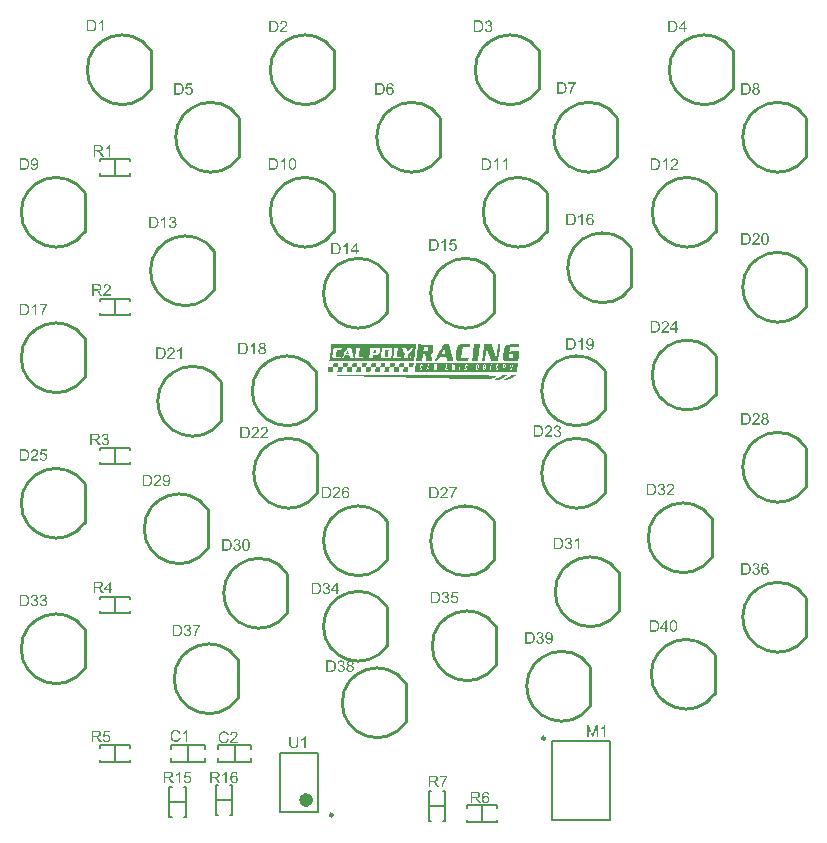
<source format=gto>
G04*
G04 #@! TF.GenerationSoftware,Altium Limited,Altium Designer,19.1.8 (144)*
G04*
G04 Layer_Color=65535*
%FSLAX25Y25*%
%MOIN*%
G70*
G01*
G75*
%ADD10C,0.01000*%
%ADD11C,0.00984*%
%ADD12C,0.02362*%
%ADD13C,0.00591*%
%ADD14C,0.00787*%
G36*
X168098Y165887D02*
X168146Y165839D01*
Y165792D01*
Y165697D01*
X168098Y165460D01*
Y165413D01*
Y165224D01*
X168051Y164892D01*
X168003Y164465D01*
Y164418D01*
Y164371D01*
X167956Y164039D01*
X167909Y163613D01*
X167814Y163139D01*
X167482Y160485D01*
X165018D01*
X164260Y162712D01*
Y162760D01*
X164213Y162807D01*
X164118Y163044D01*
X163976Y163423D01*
X163834Y163802D01*
Y163849D01*
X163787Y163897D01*
X163739Y164086D01*
X163645Y164371D01*
X163550Y164608D01*
Y164655D01*
X163502Y164797D01*
X163455Y164892D01*
Y164797D01*
X163408Y164608D01*
Y164371D01*
X163360Y163944D01*
X163313Y163423D01*
X163265Y163091D01*
X163218Y162712D01*
Y162618D01*
X163171Y162381D01*
X163123Y162049D01*
X163076Y161623D01*
X163029Y161244D01*
X162981Y160864D01*
X162934Y160628D01*
X162886Y160533D01*
Y160485D01*
Y160391D01*
X162081D01*
Y160485D01*
Y160533D01*
Y160628D01*
X162128Y160817D01*
Y161149D01*
X162223Y161623D01*
Y161907D01*
X162270Y162286D01*
X162318Y162665D01*
X162365Y163139D01*
Y163186D01*
Y163233D01*
X162413Y163376D01*
Y163565D01*
X162460Y163992D01*
X162555Y164513D01*
X162602Y164987D01*
X162650Y165413D01*
Y165603D01*
X162697Y165745D01*
Y165792D01*
Y165839D01*
X162744Y165934D01*
X165255D01*
X165398Y165508D01*
Y165460D01*
X165445Y165318D01*
X165492Y165129D01*
Y165081D01*
X165587Y164939D01*
X165634Y164655D01*
X165777Y164323D01*
X165824Y164228D01*
X165871Y163992D01*
X166014Y163707D01*
X166108Y163376D01*
X166156Y163281D01*
X166203Y163044D01*
X166345Y162760D01*
X166440Y162428D01*
X166487Y162381D01*
X166535Y162191D01*
X166582Y161954D01*
X166629Y161717D01*
Y161670D01*
X166677Y161623D01*
X166724Y161528D01*
X166772Y161480D01*
Y161528D01*
X166819Y161575D01*
Y161765D01*
X166866Y162002D01*
X166914Y162381D01*
X166961Y162949D01*
X167008Y163281D01*
X167056Y163660D01*
Y163707D01*
Y163755D01*
X167103Y163992D01*
X167151Y164371D01*
X167198Y164750D01*
Y165176D01*
X167245Y165508D01*
X167293Y165792D01*
Y165839D01*
Y165887D01*
X167340Y165934D01*
X167956D01*
X168098Y165887D01*
D02*
G37*
G36*
X174495Y165839D02*
Y165792D01*
X174447Y165650D01*
X174400Y165413D01*
X174352Y165034D01*
X171510D01*
X171462Y164939D01*
X171367Y164892D01*
X171273Y164750D01*
Y164702D01*
Y164655D01*
Y164513D01*
X171225Y164323D01*
X171178Y164039D01*
X171131Y163660D01*
X171083Y163139D01*
Y163091D01*
X171036Y162902D01*
Y162665D01*
X170988Y162381D01*
X170941Y162096D01*
Y161860D01*
X170894Y161670D01*
Y161575D01*
Y161528D01*
X170941Y161480D01*
X171036Y161386D01*
X171083Y161291D01*
X171747D01*
X171936Y161338D01*
X172031Y161386D01*
X172078D01*
X172125Y161433D01*
X172220Y161575D01*
X172268Y161623D01*
X172315Y161812D01*
X172362Y162002D01*
Y162191D01*
X172410Y162476D01*
Y162760D01*
X171415D01*
Y162855D01*
Y162902D01*
Y163044D01*
X171462Y163281D01*
X171510Y163660D01*
X174258D01*
X174447Y163613D01*
X174495D01*
Y163518D01*
X174447Y163423D01*
Y163233D01*
X174400Y162949D01*
X174352Y162570D01*
X174258Y162049D01*
Y162002D01*
X174210Y161812D01*
Y161575D01*
X174163Y161244D01*
X174116Y160959D01*
Y160722D01*
X174068Y160533D01*
Y160438D01*
X173784D01*
X173547Y160391D01*
X170846D01*
X170467Y160438D01*
X169804D01*
X169662Y160485D01*
X169567Y160533D01*
X169377Y160628D01*
X169188Y160864D01*
X169093Y161007D01*
X169046Y161244D01*
Y161291D01*
Y161386D01*
Y161575D01*
Y161812D01*
Y162144D01*
X169093Y162570D01*
X169141Y163139D01*
Y163186D01*
X169188Y163376D01*
X169235Y163613D01*
X169283Y163897D01*
Y164181D01*
X169330Y164465D01*
X169377Y164655D01*
Y164750D01*
Y164797D01*
X169425Y164845D01*
X169520Y165129D01*
X169709Y165413D01*
X169993Y165697D01*
X170041Y165745D01*
X170135Y165792D01*
X170230Y165839D01*
X170420D01*
X170515Y165887D01*
X170894D01*
X171273Y165934D01*
X174495D01*
Y165839D01*
D02*
G37*
G36*
X161275D02*
Y165792D01*
Y165697D01*
X161228Y165508D01*
X161181Y165176D01*
Y164987D01*
X161133Y164702D01*
X161086Y164371D01*
X161039Y164039D01*
X160991Y163613D01*
X160944Y163139D01*
Y163091D01*
Y163044D01*
X160896Y162712D01*
X160849Y162286D01*
X160802Y161812D01*
X160754Y161338D01*
X160707Y160864D01*
X160660Y160580D01*
Y160485D01*
Y160438D01*
X160565D01*
X160423Y160391D01*
X158670D01*
Y160485D01*
Y160533D01*
X158717Y160675D01*
Y160864D01*
X158764Y161196D01*
X158859Y161670D01*
X158906Y162002D01*
X158954Y162333D01*
X159001Y162760D01*
X159049Y163233D01*
X159380Y165934D01*
X161275D01*
Y165839D01*
D02*
G37*
G36*
X157959D02*
Y165792D01*
Y165603D01*
Y165366D01*
X157912Y165034D01*
X156064D01*
X155874Y164987D01*
X155732D01*
X155685Y164939D01*
X155637Y164892D01*
X155590Y164845D01*
X155543Y164750D01*
Y164655D01*
X155495Y164560D01*
X155448Y164371D01*
Y164086D01*
X155353Y163660D01*
X155306Y163139D01*
X155069Y161575D01*
X155163Y161480D01*
Y161433D01*
X155211Y161386D01*
X157532D01*
Y161291D01*
Y161244D01*
X157485Y161101D01*
X157438Y160864D01*
X157390Y160391D01*
X154784D01*
X154453Y160438D01*
X154121D01*
X153837Y160485D01*
X153695Y160533D01*
X153647Y160580D01*
X153505Y160675D01*
X153458Y160722D01*
X153363Y160864D01*
X153268Y161101D01*
X153173Y161433D01*
Y161480D01*
Y161575D01*
X153221Y161717D01*
Y161907D01*
X153268Y162191D01*
X153316Y162618D01*
X153363Y163091D01*
Y163186D01*
X153410Y163376D01*
Y163613D01*
X153458Y163944D01*
X153505Y164276D01*
X153552Y164560D01*
X153600Y164797D01*
Y164939D01*
Y164987D01*
X153647Y165081D01*
X153837Y165366D01*
X154121Y165697D01*
X154358Y165839D01*
X154595Y165934D01*
X157959D01*
Y165839D01*
D02*
G37*
G36*
X151705Y163565D02*
X151752Y163470D01*
X151799Y163233D01*
X151942Y162807D01*
X152036Y162333D01*
Y162286D01*
X152084Y162239D01*
X152131Y161954D01*
X152226Y161623D01*
X152321Y161291D01*
Y161244D01*
X152368Y161101D01*
X152415Y160959D01*
Y160864D01*
X152510Y160391D01*
X150473D01*
X150283Y161101D01*
Y161149D01*
X150236Y161196D01*
X150189Y161480D01*
X150141Y161717D01*
X150094Y161765D01*
Y161812D01*
Y161860D01*
X147867D01*
X147488Y161101D01*
X147014Y160391D01*
X146114D01*
X146161Y160485D01*
X146256Y160722D01*
X146351Y160912D01*
X146493Y161101D01*
X146635Y161433D01*
X146872Y161765D01*
X147109Y162191D01*
X147393Y162712D01*
X147725Y163328D01*
X148151Y164039D01*
X148625Y164845D01*
X149146Y165792D01*
X149194Y165934D01*
X151136D01*
X151705Y163565D01*
D02*
G37*
G36*
X142939Y165839D02*
X145308D01*
X145356Y165792D01*
X145498Y165745D01*
X145640Y165603D01*
X145735Y165460D01*
Y165413D01*
X145782Y165318D01*
Y165224D01*
Y165034D01*
Y164845D01*
Y164560D01*
X145735Y164181D01*
Y164134D01*
Y164039D01*
X145687Y163707D01*
Y163376D01*
X145640Y163233D01*
Y163139D01*
X145593Y163091D01*
X145498Y162997D01*
X145261Y162855D01*
X144977Y162760D01*
X144835D01*
Y162712D01*
X144882Y162618D01*
X144929Y162476D01*
X144977Y162239D01*
X145071Y161954D01*
X145214Y161575D01*
Y161528D01*
X145261Y161386D01*
X145356Y161196D01*
X145450Y161007D01*
X145498Y160770D01*
X145593Y160580D01*
X145640Y160438D01*
Y160391D01*
X143508D01*
X143461Y160533D01*
Y160580D01*
X143413Y160675D01*
Y160722D01*
X143366Y160817D01*
X143318Y160959D01*
X143271Y161149D01*
Y161196D01*
X143224Y161338D01*
X143176Y161528D01*
Y161670D01*
X142892Y162760D01*
X142324D01*
X142276Y162712D01*
Y162665D01*
Y162570D01*
Y162428D01*
X142229Y162239D01*
Y161954D01*
X142181Y161575D01*
Y161528D01*
X142134Y161386D01*
X142087Y161196D01*
X142039Y161007D01*
Y160959D01*
Y160864D01*
X141992Y160533D01*
Y160485D01*
Y160438D01*
Y160391D01*
X140049D01*
Y160485D01*
Y160533D01*
Y160628D01*
X140097Y160817D01*
X140144Y161149D01*
X140191Y161623D01*
X140239Y161907D01*
X140286Y162286D01*
X140333Y162665D01*
X140381Y163139D01*
Y163186D01*
Y163233D01*
X140428Y163565D01*
X140476Y163992D01*
X140570Y164465D01*
X140618Y164987D01*
X140665Y165413D01*
X140713Y165697D01*
X140760Y165792D01*
Y165839D01*
Y165934D01*
X142939Y165839D01*
D02*
G37*
G36*
X140002D02*
Y165792D01*
Y165697D01*
X139954Y165460D01*
X139907Y165129D01*
X139860Y164655D01*
X139812Y164371D01*
X139765Y163992D01*
X139718Y163565D01*
X139670Y163091D01*
X139339Y160391D01*
X111147Y160391D01*
Y160485D01*
Y160533D01*
Y160675D01*
X111195Y160864D01*
X111242Y161196D01*
X111290Y161670D01*
X111337Y161954D01*
X111384Y162286D01*
X111432Y162712D01*
X111479Y163139D01*
Y163186D01*
Y163233D01*
X111527Y163376D01*
Y163565D01*
X111574Y163992D01*
X111669Y164513D01*
X111716Y164987D01*
X111763Y165413D01*
Y165603D01*
X111811Y165745D01*
Y165792D01*
Y165839D01*
Y165934D01*
X140049Y165934D01*
X140002Y165839D01*
D02*
G37*
G36*
X136117Y159727D02*
X136069Y159633D01*
Y159491D01*
X136022Y159301D01*
X135975Y159064D01*
Y159017D01*
Y158969D01*
X135927Y158685D01*
X135880Y158401D01*
Y158306D01*
Y158259D01*
X134364D01*
X134221Y157453D01*
Y157406D01*
Y157358D01*
Y157074D01*
X134174Y156790D01*
Y156695D01*
Y156648D01*
X132563D01*
Y156695D01*
Y156790D01*
X132611Y156885D01*
Y157027D01*
Y157216D01*
X132658Y157453D01*
Y157501D01*
Y157548D01*
X132705Y157832D01*
X132753Y158116D01*
Y158211D01*
Y158259D01*
X131237D01*
X131094Y157453D01*
Y157406D01*
Y157358D01*
Y157074D01*
X131047Y156837D01*
Y156743D01*
Y156695D01*
Y156648D01*
X129436D01*
Y156695D01*
Y156790D01*
Y156885D01*
X129483Y157027D01*
Y157216D01*
X129531Y157453D01*
X129578Y157785D01*
X129626Y158164D01*
Y158259D01*
X131237D01*
X131284Y159017D01*
Y159064D01*
Y159159D01*
X131331Y159396D01*
X131379Y159680D01*
X131426Y159727D01*
Y159775D01*
Y159822D01*
X132942D01*
Y159727D01*
Y159633D01*
Y159491D01*
X132895Y159254D01*
X132847Y159017D01*
X132800Y158685D01*
X132753Y158306D01*
Y158259D01*
X134316D01*
X134364Y158306D01*
Y158353D01*
Y158448D01*
Y158685D01*
X134411Y159064D01*
Y159111D01*
Y159159D01*
X134458Y159443D01*
X134506Y159680D01*
Y159775D01*
Y159822D01*
X136117D01*
Y159727D01*
D02*
G37*
G36*
X129815Y159775D02*
Y159680D01*
Y159585D01*
Y159491D01*
X129768Y159301D01*
Y159064D01*
Y159017D01*
Y158969D01*
X129720Y158685D01*
X129673Y158448D01*
Y158353D01*
X129626Y158306D01*
Y158259D01*
X128110D01*
Y158401D01*
X128157Y158495D01*
Y158638D01*
Y158827D01*
X128204Y159064D01*
Y159111D01*
Y159206D01*
X128252Y159443D01*
X128299Y159727D01*
Y159775D01*
Y159822D01*
X129815D01*
Y159775D01*
D02*
G37*
G36*
X126688D02*
Y159727D01*
X126641Y159585D01*
Y159443D01*
X126593Y159206D01*
X126546Y158732D01*
X126499Y158495D01*
Y158306D01*
X126593D01*
X126688Y158259D01*
X128110D01*
Y158211D01*
Y158116D01*
X128062Y157880D01*
X128015Y157690D01*
X127967Y157453D01*
Y157406D01*
Y157358D01*
Y157122D01*
X127920Y156885D01*
Y156695D01*
Y156648D01*
X126309D01*
Y156790D01*
X126356Y156885D01*
Y157027D01*
Y157216D01*
X126404Y157453D01*
Y157501D01*
Y157595D01*
X126451Y157880D01*
X126499Y158116D01*
Y158211D01*
Y158259D01*
X124982D01*
Y158211D01*
Y158116D01*
X124935Y158022D01*
Y157880D01*
X124888Y157643D01*
X124840Y157406D01*
X124793Y156648D01*
X123182D01*
Y156743D01*
X123229Y156837D01*
Y156979D01*
Y157169D01*
X123277Y157406D01*
Y157453D01*
Y157548D01*
X123324Y157785D01*
X123372Y158069D01*
Y158164D01*
Y158211D01*
X123277Y158259D01*
X121808D01*
Y158164D01*
Y158069D01*
Y157974D01*
X121760Y157832D01*
Y157643D01*
X121713Y157406D01*
X121618Y156648D01*
X120055D01*
Y156695D01*
Y156743D01*
X120102Y156885D01*
Y157074D01*
X120150Y157311D01*
X120197Y157832D01*
X120244Y158069D01*
Y158259D01*
X118823D01*
X118728Y158211D01*
X118681D01*
Y158116D01*
Y157974D01*
X118633Y157832D01*
Y157643D01*
X118586Y157406D01*
Y157358D01*
Y157311D01*
X118539Y157027D01*
X118491Y156790D01*
Y156695D01*
Y156648D01*
X116928D01*
Y156790D01*
X116975Y156885D01*
Y157027D01*
Y157216D01*
X117023Y157453D01*
Y157501D01*
Y157595D01*
X117070Y157880D01*
X117117Y158116D01*
Y158211D01*
Y158259D01*
X115554D01*
Y158401D01*
X115601Y158495D01*
Y158638D01*
Y158827D01*
X115648Y159064D01*
Y159111D01*
Y159206D01*
X115696Y159443D01*
X115743Y159727D01*
Y159775D01*
Y159822D01*
X117354D01*
X117307Y159775D01*
Y159680D01*
Y159585D01*
X117259Y159443D01*
Y159254D01*
X117212Y159017D01*
X117165Y158259D01*
X117923Y158306D01*
X118681D01*
X118776Y159064D01*
Y159111D01*
Y159206D01*
X118823Y159443D01*
X118870Y159727D01*
Y159775D01*
Y159822D01*
X120292D01*
X120387Y159775D01*
X120434D01*
Y159680D01*
Y159585D01*
X120387Y159443D01*
Y159254D01*
X120339Y159017D01*
Y158969D01*
Y158922D01*
X120292Y158638D01*
X120244Y158401D01*
Y158306D01*
Y158259D01*
X121808D01*
Y158306D01*
Y158401D01*
X121855Y158495D01*
Y158638D01*
Y158827D01*
X121903Y159064D01*
X122045Y159822D01*
X123561D01*
Y159775D01*
Y159727D01*
X123514Y159585D01*
Y159348D01*
X123466Y159111D01*
X123419Y158827D01*
Y158590D01*
X123372Y158401D01*
Y158306D01*
X123466D01*
X123561Y158259D01*
X124982D01*
Y158306D01*
Y158353D01*
X125030Y158495D01*
Y158685D01*
X125077Y158922D01*
X125125Y159443D01*
X125172Y159633D01*
Y159822D01*
X126688D01*
Y159775D01*
D02*
G37*
G36*
X172410Y159775D02*
X173973D01*
Y159727D01*
Y159633D01*
Y159396D01*
X173926Y159111D01*
X173879Y158685D01*
X173831Y158164D01*
X173736Y157501D01*
X173594Y156695D01*
Y156648D01*
X139623D01*
Y156695D01*
Y156743D01*
Y156837D01*
Y157027D01*
X139670Y157311D01*
X139718Y157737D01*
X139765Y158259D01*
X139860Y158969D01*
X140002Y159775D01*
Y159822D01*
X171889D01*
X172410Y159775D01*
D02*
G37*
G36*
X139244D02*
Y159680D01*
Y159633D01*
X139196Y159396D01*
Y159348D01*
Y159301D01*
X139149Y159017D01*
X139054Y158259D01*
X137491D01*
Y158164D01*
Y158069D01*
X137443Y157927D01*
Y157737D01*
X137396Y157453D01*
Y157406D01*
Y157358D01*
X137349Y157074D01*
X137301Y156790D01*
Y156695D01*
Y156648D01*
X135690D01*
Y156695D01*
Y156790D01*
X135738Y156885D01*
Y157027D01*
Y157216D01*
X135785Y157453D01*
Y157501D01*
Y157548D01*
X135832Y157832D01*
X135880Y158116D01*
Y158211D01*
Y158259D01*
X137443D01*
X137491Y158306D01*
Y158401D01*
X137538Y158495D01*
Y158638D01*
Y158827D01*
X137585Y159064D01*
X137680Y159822D01*
X139244Y159822D01*
Y159775D01*
D02*
G37*
G36*
X114132Y159775D02*
Y159727D01*
Y159585D01*
X114085Y159396D01*
Y159206D01*
X114038Y158685D01*
Y158495D01*
Y158306D01*
X114132D01*
X114227Y158259D01*
X115554D01*
Y158164D01*
X115506Y158069D01*
Y157927D01*
X115459Y157737D01*
X115412Y157453D01*
X115364Y156648D01*
X113753D01*
Y156743D01*
X113801Y156837D01*
Y156979D01*
Y157169D01*
X113848Y157406D01*
Y157453D01*
Y157548D01*
X113895Y157785D01*
X113943Y158069D01*
Y158164D01*
Y158211D01*
X113848Y158259D01*
X112427D01*
Y158306D01*
Y158401D01*
Y158495D01*
Y158638D01*
X112474Y158827D01*
Y159064D01*
X112616Y159822D01*
X114227D01*
X114132Y159775D01*
D02*
G37*
G36*
X112427Y158164D02*
X112379Y157974D01*
X112332Y157690D01*
X112285Y157406D01*
X112237Y156648D01*
X110626D01*
Y156743D01*
X110674Y156837D01*
Y156885D01*
X110721Y156932D01*
Y157169D01*
Y157216D01*
X110768Y157311D01*
Y157548D01*
X110816Y158259D01*
X112427D01*
Y158164D01*
D02*
G37*
G36*
X164687Y155558D02*
X167293D01*
X167245Y155511D01*
X167151Y155463D01*
X166961Y155416D01*
X166724Y155274D01*
X166393Y155131D01*
X165966Y154895D01*
X164639Y154279D01*
X137585Y154895D01*
X136922D01*
X136401Y154942D01*
X135074D01*
X134269Y154989D01*
X133369D01*
X132374Y155037D01*
X131331D01*
X130194Y155084D01*
X129010D01*
X126593Y155179D01*
X124082Y155226D01*
X121524Y155274D01*
X119107Y155368D01*
X117923D01*
X116786Y155416D01*
X115743D01*
X114748Y155463D01*
X113848D01*
X113043Y155511D01*
X111716D01*
X111195Y155558D01*
X113469D01*
X114085Y155605D01*
X163834Y155605D01*
X164687Y155558D01*
D02*
G37*
G36*
X170325D02*
X170372D01*
X170278Y155511D01*
X170183Y155463D01*
X170041Y155416D01*
X169756Y155274D01*
X169425Y155131D01*
X168951Y154895D01*
X167577Y154184D01*
X166724D01*
X166487Y154231D01*
X166203Y154279D01*
X166108D01*
X166156Y154326D01*
X166250Y154374D01*
X166487Y154468D01*
X166535Y154516D01*
X166772Y154610D01*
X167056Y154753D01*
X167435Y154895D01*
X168856Y155605D01*
X170278D01*
X170325Y155558D01*
D02*
G37*
G36*
X173405D02*
X173452D01*
X173357Y155511D01*
X173263Y155463D01*
X173073Y155368D01*
X172836Y155274D01*
X172457Y155084D01*
X171983Y154847D01*
X170420Y154137D01*
X169756D01*
X169520Y154184D01*
X169046D01*
X169141Y154231D01*
X169235Y154279D01*
X169377Y154374D01*
X169614Y154468D01*
X169946Y154658D01*
X170420Y154895D01*
X171936Y155605D01*
X173357D01*
X173405Y155558D01*
D02*
G37*
G36*
X79554Y23537D02*
X79593D01*
X79637Y23531D01*
X79743Y23509D01*
X79859Y23481D01*
X79981Y23437D01*
X80104Y23370D01*
X80165Y23331D01*
X80220Y23287D01*
X80226Y23281D01*
X80231Y23276D01*
X80248Y23259D01*
X80265Y23243D01*
X80292Y23215D01*
X80314Y23181D01*
X80375Y23104D01*
X80437Y23004D01*
X80492Y22882D01*
X80542Y22743D01*
X80575Y22588D01*
X80104Y22549D01*
Y22554D01*
X80098Y22560D01*
X80093Y22593D01*
X80076Y22643D01*
X80054Y22704D01*
X80031Y22771D01*
X79998Y22837D01*
X79959Y22898D01*
X79920Y22948D01*
X79909Y22960D01*
X79887Y22982D01*
X79848Y23015D01*
X79793Y23054D01*
X79721Y23087D01*
X79643Y23121D01*
X79549Y23143D01*
X79449Y23154D01*
X79410D01*
X79365Y23148D01*
X79316Y23137D01*
X79249Y23121D01*
X79182Y23098D01*
X79116Y23070D01*
X79049Y23026D01*
X79038Y23021D01*
X79010Y22998D01*
X78971Y22960D01*
X78921Y22904D01*
X78866Y22837D01*
X78805Y22760D01*
X78749Y22660D01*
X78694Y22549D01*
Y22543D01*
X78688Y22532D01*
X78683Y22515D01*
X78672Y22493D01*
X78666Y22460D01*
X78655Y22421D01*
X78644Y22377D01*
X78633Y22321D01*
X78616Y22260D01*
X78605Y22194D01*
X78594Y22121D01*
X78588Y22044D01*
X78577Y21955D01*
X78572Y21866D01*
X78566Y21766D01*
Y21666D01*
X78572Y21672D01*
X78594Y21705D01*
X78633Y21750D01*
X78683Y21805D01*
X78738Y21872D01*
X78810Y21933D01*
X78888Y21994D01*
X78977Y22049D01*
X78983D01*
X78988Y22055D01*
X79021Y22072D01*
X79071Y22088D01*
X79138Y22116D01*
X79216Y22138D01*
X79304Y22155D01*
X79399Y22171D01*
X79499Y22177D01*
X79543D01*
X79576Y22171D01*
X79621Y22166D01*
X79665Y22160D01*
X79721Y22149D01*
X79776Y22133D01*
X79904Y22094D01*
X79970Y22066D01*
X80037Y22027D01*
X80104Y21988D01*
X80176Y21944D01*
X80242Y21888D01*
X80303Y21827D01*
X80309Y21822D01*
X80320Y21811D01*
X80337Y21794D01*
X80353Y21766D01*
X80381Y21727D01*
X80409Y21689D01*
X80437Y21639D01*
X80470Y21583D01*
X80503Y21522D01*
X80531Y21455D01*
X80559Y21378D01*
X80586Y21300D01*
X80603Y21217D01*
X80620Y21123D01*
X80631Y21028D01*
X80636Y20928D01*
Y20923D01*
Y20912D01*
Y20895D01*
Y20867D01*
X80631Y20834D01*
Y20801D01*
X80614Y20712D01*
X80598Y20606D01*
X80570Y20495D01*
X80531Y20373D01*
X80475Y20257D01*
Y20251D01*
X80470Y20246D01*
X80459Y20229D01*
X80448Y20207D01*
X80414Y20151D01*
X80364Y20079D01*
X80303Y20001D01*
X80231Y19924D01*
X80142Y19846D01*
X80048Y19779D01*
X80042D01*
X80037Y19774D01*
X80020Y19763D01*
X79998Y19757D01*
X79943Y19729D01*
X79870Y19702D01*
X79776Y19668D01*
X79671Y19646D01*
X79554Y19624D01*
X79426Y19618D01*
X79399D01*
X79371Y19624D01*
X79327D01*
X79277Y19629D01*
X79221Y19641D01*
X79154Y19657D01*
X79088Y19674D01*
X79010Y19696D01*
X78932Y19724D01*
X78855Y19757D01*
X78772Y19802D01*
X78694Y19851D01*
X78616Y19907D01*
X78539Y19974D01*
X78466Y20051D01*
X78461Y20057D01*
X78450Y20074D01*
X78433Y20096D01*
X78411Y20135D01*
X78377Y20185D01*
X78350Y20240D01*
X78316Y20312D01*
X78283Y20390D01*
X78244Y20484D01*
X78211Y20590D01*
X78183Y20706D01*
X78155Y20834D01*
X78128Y20978D01*
X78111Y21134D01*
X78100Y21300D01*
X78095Y21478D01*
Y21483D01*
Y21489D01*
Y21505D01*
Y21528D01*
X78100Y21583D01*
Y21661D01*
X78106Y21750D01*
X78117Y21855D01*
X78128Y21972D01*
X78144Y22099D01*
X78167Y22227D01*
X78194Y22366D01*
X78228Y22499D01*
X78267Y22632D01*
X78316Y22760D01*
X78372Y22882D01*
X78433Y22998D01*
X78505Y23098D01*
X78511Y23104D01*
X78522Y23115D01*
X78544Y23137D01*
X78572Y23170D01*
X78605Y23204D01*
X78649Y23237D01*
X78705Y23281D01*
X78760Y23320D01*
X78827Y23359D01*
X78899Y23404D01*
X78983Y23437D01*
X79066Y23476D01*
X79160Y23503D01*
X79260Y23526D01*
X79365Y23537D01*
X79476Y23542D01*
X79521D01*
X79554Y23537D01*
D02*
G37*
G36*
X76907Y19685D02*
X76435D01*
Y22688D01*
X76429Y22682D01*
X76402Y22660D01*
X76368Y22626D01*
X76313Y22588D01*
X76252Y22538D01*
X76174Y22482D01*
X76085Y22421D01*
X75985Y22360D01*
X75980D01*
X75974Y22355D01*
X75941Y22332D01*
X75886Y22305D01*
X75819Y22271D01*
X75741Y22232D01*
X75658Y22194D01*
X75575Y22155D01*
X75491Y22121D01*
Y22577D01*
X75497D01*
X75508Y22588D01*
X75530Y22593D01*
X75558Y22610D01*
X75591Y22626D01*
X75630Y22649D01*
X75725Y22704D01*
X75836Y22765D01*
X75947Y22843D01*
X76063Y22932D01*
X76180Y23026D01*
X76185Y23032D01*
X76191Y23037D01*
X76208Y23054D01*
X76230Y23070D01*
X76280Y23126D01*
X76346Y23193D01*
X76413Y23270D01*
X76485Y23359D01*
X76546Y23448D01*
X76601Y23542D01*
X76907D01*
Y19685D01*
D02*
G37*
G36*
X73283Y23520D02*
X73333D01*
X73449Y23515D01*
X73571Y23498D01*
X73704Y23481D01*
X73826Y23453D01*
X73888Y23437D01*
X73937Y23420D01*
X73943D01*
X73949Y23415D01*
X73982Y23398D01*
X74032Y23376D01*
X74093Y23337D01*
X74159Y23287D01*
X74232Y23220D01*
X74298Y23143D01*
X74365Y23054D01*
Y23048D01*
X74370Y23043D01*
X74393Y23009D01*
X74415Y22954D01*
X74448Y22882D01*
X74476Y22799D01*
X74504Y22699D01*
X74520Y22593D01*
X74526Y22477D01*
Y22471D01*
Y22460D01*
Y22438D01*
X74520Y22410D01*
Y22371D01*
X74515Y22332D01*
X74493Y22238D01*
X74459Y22127D01*
X74415Y22011D01*
X74348Y21894D01*
X74304Y21838D01*
X74259Y21783D01*
X74254Y21777D01*
X74248Y21772D01*
X74232Y21755D01*
X74209Y21738D01*
X74182Y21716D01*
X74148Y21694D01*
X74104Y21666D01*
X74060Y21633D01*
X74004Y21605D01*
X73943Y21578D01*
X73877Y21544D01*
X73804Y21517D01*
X73721Y21494D01*
X73638Y21467D01*
X73544Y21450D01*
X73444Y21433D01*
X73455Y21428D01*
X73477Y21417D01*
X73510Y21394D01*
X73555Y21372D01*
X73655Y21311D01*
X73704Y21272D01*
X73749Y21239D01*
X73760Y21228D01*
X73788Y21200D01*
X73832Y21156D01*
X73888Y21100D01*
X73949Y21023D01*
X74021Y20939D01*
X74093Y20839D01*
X74171Y20728D01*
X74831Y19685D01*
X74198D01*
X73693Y20484D01*
Y20490D01*
X73682Y20501D01*
X73671Y20517D01*
X73655Y20540D01*
X73616Y20601D01*
X73566Y20678D01*
X73505Y20762D01*
X73444Y20851D01*
X73383Y20934D01*
X73327Y21012D01*
X73321Y21017D01*
X73305Y21039D01*
X73277Y21072D01*
X73238Y21111D01*
X73155Y21195D01*
X73111Y21234D01*
X73066Y21267D01*
X73061Y21272D01*
X73049Y21278D01*
X73027Y21289D01*
X72994Y21306D01*
X72961Y21322D01*
X72922Y21339D01*
X72833Y21367D01*
X72828D01*
X72816Y21372D01*
X72794D01*
X72767Y21378D01*
X72728Y21383D01*
X72683D01*
X72622Y21389D01*
X71967D01*
Y19685D01*
X71457D01*
Y23526D01*
X73238D01*
X73283Y23520D01*
D02*
G37*
G36*
X64930Y23026D02*
X63393D01*
X63187Y21988D01*
X63193Y21994D01*
X63204Y21999D01*
X63220Y22011D01*
X63248Y22027D01*
X63282Y22044D01*
X63320Y22066D01*
X63409Y22110D01*
X63520Y22155D01*
X63642Y22194D01*
X63775Y22221D01*
X63842Y22232D01*
X63964D01*
X63997Y22227D01*
X64042Y22221D01*
X64092Y22216D01*
X64147Y22205D01*
X64208Y22188D01*
X64341Y22149D01*
X64414Y22121D01*
X64486Y22083D01*
X64558Y22044D01*
X64630Y21999D01*
X64697Y21944D01*
X64763Y21883D01*
X64769Y21877D01*
X64780Y21866D01*
X64797Y21849D01*
X64819Y21822D01*
X64847Y21783D01*
X64874Y21744D01*
X64908Y21694D01*
X64941Y21639D01*
X64969Y21578D01*
X65002Y21511D01*
X65030Y21433D01*
X65057Y21356D01*
X65080Y21272D01*
X65096Y21178D01*
X65107Y21084D01*
X65113Y20984D01*
Y20978D01*
Y20962D01*
Y20934D01*
X65107Y20895D01*
X65102Y20851D01*
X65096Y20801D01*
X65085Y20740D01*
X65074Y20678D01*
X65041Y20534D01*
X64985Y20384D01*
X64952Y20307D01*
X64908Y20234D01*
X64863Y20157D01*
X64808Y20085D01*
X64802Y20079D01*
X64791Y20062D01*
X64769Y20040D01*
X64741Y20012D01*
X64702Y19979D01*
X64658Y19935D01*
X64602Y19896D01*
X64541Y19851D01*
X64475Y19807D01*
X64397Y19768D01*
X64314Y19729D01*
X64225Y19691D01*
X64131Y19663D01*
X64025Y19641D01*
X63914Y19624D01*
X63798Y19618D01*
X63748D01*
X63709Y19624D01*
X63664Y19629D01*
X63614Y19635D01*
X63553Y19641D01*
X63492Y19657D01*
X63354Y19691D01*
X63215Y19740D01*
X63143Y19774D01*
X63071Y19813D01*
X63004Y19857D01*
X62937Y19907D01*
X62932Y19913D01*
X62921Y19918D01*
X62910Y19940D01*
X62887Y19963D01*
X62860Y19990D01*
X62832Y20024D01*
X62799Y20068D01*
X62771Y20118D01*
X62738Y20168D01*
X62704Y20229D01*
X62643Y20362D01*
X62593Y20517D01*
X62577Y20601D01*
X62565Y20690D01*
X63060Y20728D01*
Y20723D01*
Y20712D01*
X63065Y20695D01*
X63071Y20667D01*
X63087Y20606D01*
X63109Y20523D01*
X63143Y20440D01*
X63187Y20346D01*
X63243Y20262D01*
X63309Y20185D01*
X63320Y20179D01*
X63342Y20157D01*
X63387Y20129D01*
X63448Y20096D01*
X63515Y20062D01*
X63598Y20035D01*
X63692Y20012D01*
X63798Y20007D01*
X63831D01*
X63853Y20012D01*
X63920Y20018D01*
X63997Y20040D01*
X64092Y20068D01*
X64186Y20112D01*
X64286Y20179D01*
X64330Y20218D01*
X64375Y20262D01*
X64380Y20268D01*
X64386Y20273D01*
X64397Y20290D01*
X64414Y20307D01*
X64452Y20368D01*
X64497Y20445D01*
X64536Y20540D01*
X64575Y20656D01*
X64602Y20795D01*
X64613Y20867D01*
Y20945D01*
Y20950D01*
Y20962D01*
Y20984D01*
X64608Y21012D01*
Y21045D01*
X64602Y21084D01*
X64586Y21172D01*
X64558Y21278D01*
X64519Y21383D01*
X64464Y21483D01*
X64386Y21578D01*
Y21583D01*
X64375Y21589D01*
X64347Y21616D01*
X64297Y21655D01*
X64231Y21700D01*
X64142Y21738D01*
X64042Y21777D01*
X63925Y21805D01*
X63859Y21816D01*
X63753D01*
X63709Y21811D01*
X63653Y21805D01*
X63587Y21789D01*
X63520Y21772D01*
X63448Y21744D01*
X63376Y21711D01*
X63370Y21705D01*
X63348Y21694D01*
X63315Y21666D01*
X63270Y21639D01*
X63226Y21600D01*
X63182Y21550D01*
X63132Y21500D01*
X63093Y21439D01*
X62649Y21500D01*
X63021Y23476D01*
X64930D01*
Y23026D01*
D02*
G37*
G36*
X61356Y19685D02*
X60884D01*
Y22688D01*
X60878Y22682D01*
X60851Y22660D01*
X60817Y22626D01*
X60762Y22588D01*
X60701Y22538D01*
X60623Y22482D01*
X60534Y22421D01*
X60434Y22360D01*
X60429D01*
X60423Y22355D01*
X60390Y22332D01*
X60334Y22305D01*
X60268Y22271D01*
X60190Y22232D01*
X60107Y22194D01*
X60024Y22155D01*
X59940Y22121D01*
Y22577D01*
X59946D01*
X59957Y22588D01*
X59979Y22593D01*
X60007Y22610D01*
X60040Y22626D01*
X60079Y22649D01*
X60173Y22704D01*
X60285Y22765D01*
X60395Y22843D01*
X60512Y22932D01*
X60629Y23026D01*
X60634Y23032D01*
X60640Y23037D01*
X60656Y23054D01*
X60678Y23070D01*
X60729Y23126D01*
X60795Y23193D01*
X60862Y23270D01*
X60934Y23359D01*
X60995Y23448D01*
X61050Y23542D01*
X61356D01*
Y19685D01*
D02*
G37*
G36*
X57731Y23520D02*
X57781D01*
X57898Y23515D01*
X58020Y23498D01*
X58153Y23481D01*
X58275Y23453D01*
X58336Y23437D01*
X58386Y23420D01*
X58392D01*
X58398Y23415D01*
X58431Y23398D01*
X58481Y23376D01*
X58542Y23337D01*
X58608Y23287D01*
X58680Y23220D01*
X58747Y23143D01*
X58814Y23054D01*
Y23048D01*
X58819Y23043D01*
X58842Y23009D01*
X58864Y22954D01*
X58897Y22882D01*
X58925Y22799D01*
X58952Y22699D01*
X58969Y22593D01*
X58975Y22477D01*
Y22471D01*
Y22460D01*
Y22438D01*
X58969Y22410D01*
Y22371D01*
X58964Y22332D01*
X58941Y22238D01*
X58908Y22127D01*
X58864Y22011D01*
X58797Y21894D01*
X58753Y21838D01*
X58708Y21783D01*
X58703Y21777D01*
X58697Y21772D01*
X58680Y21755D01*
X58658Y21738D01*
X58631Y21716D01*
X58597Y21694D01*
X58553Y21666D01*
X58508Y21633D01*
X58453Y21605D01*
X58392Y21578D01*
X58325Y21544D01*
X58253Y21517D01*
X58170Y21494D01*
X58087Y21467D01*
X57992Y21450D01*
X57892Y21433D01*
X57903Y21428D01*
X57926Y21417D01*
X57959Y21394D01*
X58003Y21372D01*
X58103Y21311D01*
X58153Y21272D01*
X58198Y21239D01*
X58209Y21228D01*
X58236Y21200D01*
X58281Y21156D01*
X58336Y21100D01*
X58398Y21023D01*
X58470Y20939D01*
X58542Y20839D01*
X58619Y20728D01*
X59280Y19685D01*
X58647D01*
X58142Y20484D01*
Y20490D01*
X58131Y20501D01*
X58120Y20517D01*
X58103Y20540D01*
X58065Y20601D01*
X58015Y20678D01*
X57954Y20762D01*
X57892Y20851D01*
X57831Y20934D01*
X57776Y21012D01*
X57770Y21017D01*
X57754Y21039D01*
X57726Y21072D01*
X57687Y21111D01*
X57604Y21195D01*
X57559Y21234D01*
X57515Y21267D01*
X57509Y21272D01*
X57498Y21278D01*
X57476Y21289D01*
X57443Y21306D01*
X57410Y21322D01*
X57371Y21339D01*
X57282Y21367D01*
X57276D01*
X57265Y21372D01*
X57243D01*
X57215Y21378D01*
X57177Y21383D01*
X57132D01*
X57071Y21389D01*
X56416D01*
Y19685D01*
X55905D01*
Y23526D01*
X57687D01*
X57731Y23520D01*
D02*
G37*
G36*
X100755Y33018D02*
Y33013D01*
Y32991D01*
Y32963D01*
Y32924D01*
X100750Y32874D01*
Y32818D01*
X100744Y32752D01*
X100739Y32685D01*
X100722Y32535D01*
X100700Y32380D01*
X100667Y32230D01*
X100644Y32158D01*
X100622Y32091D01*
Y32086D01*
X100617Y32075D01*
X100606Y32058D01*
X100594Y32036D01*
X100561Y31975D01*
X100511Y31897D01*
X100445Y31808D01*
X100367Y31719D01*
X100267Y31625D01*
X100145Y31542D01*
X100139D01*
X100128Y31531D01*
X100112Y31525D01*
X100084Y31509D01*
X100051Y31492D01*
X100006Y31475D01*
X99962Y31459D01*
X99906Y31436D01*
X99845Y31414D01*
X99779Y31398D01*
X99707Y31381D01*
X99623Y31364D01*
X99540Y31353D01*
X99451Y31342D01*
X99251Y31331D01*
X99201D01*
X99163Y31337D01*
X99118D01*
X99063Y31342D01*
X99002Y31348D01*
X98941Y31353D01*
X98802Y31375D01*
X98652Y31409D01*
X98508Y31453D01*
X98369Y31514D01*
X98363D01*
X98352Y31525D01*
X98336Y31536D01*
X98313Y31547D01*
X98252Y31592D01*
X98180Y31653D01*
X98097Y31731D01*
X98019Y31819D01*
X97942Y31930D01*
X97881Y32052D01*
Y32058D01*
X97875Y32069D01*
X97869Y32091D01*
X97858Y32119D01*
X97847Y32152D01*
X97836Y32197D01*
X97820Y32247D01*
X97808Y32308D01*
X97797Y32374D01*
X97781Y32447D01*
X97769Y32524D01*
X97758Y32607D01*
X97747Y32702D01*
X97742Y32802D01*
X97736Y32907D01*
Y33018D01*
Y35238D01*
X98247D01*
Y33018D01*
Y33013D01*
Y32996D01*
Y32968D01*
Y32935D01*
X98252Y32896D01*
Y32846D01*
X98258Y32741D01*
X98269Y32619D01*
X98286Y32497D01*
X98308Y32380D01*
X98319Y32330D01*
X98336Y32280D01*
X98341Y32269D01*
X98352Y32241D01*
X98380Y32202D01*
X98413Y32147D01*
X98452Y32091D01*
X98508Y32030D01*
X98574Y31969D01*
X98652Y31919D01*
X98663Y31914D01*
X98691Y31897D01*
X98741Y31881D01*
X98807Y31858D01*
X98885Y31830D01*
X98985Y31814D01*
X99090Y31797D01*
X99207Y31792D01*
X99262D01*
X99296Y31797D01*
X99346D01*
X99396Y31803D01*
X99518Y31825D01*
X99651Y31853D01*
X99779Y31897D01*
X99901Y31958D01*
X99956Y31997D01*
X100006Y32041D01*
X100012Y32047D01*
X100017Y32052D01*
X100028Y32069D01*
X100045Y32091D01*
X100062Y32125D01*
X100084Y32158D01*
X100106Y32208D01*
X100128Y32258D01*
X100151Y32319D01*
X100167Y32391D01*
X100189Y32474D01*
X100206Y32563D01*
X100223Y32663D01*
X100234Y32768D01*
X100245Y32891D01*
Y33018D01*
Y35238D01*
X100755D01*
Y33018D01*
D02*
G37*
G36*
X103186Y31398D02*
X102715D01*
Y34400D01*
X102709Y34395D01*
X102681Y34372D01*
X102648Y34339D01*
X102593Y34300D01*
X102531Y34250D01*
X102454Y34195D01*
X102365Y34134D01*
X102265Y34073D01*
X102260D01*
X102254Y34067D01*
X102221Y34045D01*
X102165Y34017D01*
X102099Y33984D01*
X102021Y33945D01*
X101938Y33906D01*
X101854Y33867D01*
X101771Y33834D01*
Y34289D01*
X101777D01*
X101788Y34300D01*
X101810Y34306D01*
X101838Y34323D01*
X101871Y34339D01*
X101910Y34361D01*
X102004Y34417D01*
X102115Y34478D01*
X102226Y34556D01*
X102343Y34644D01*
X102459Y34739D01*
X102465Y34744D01*
X102470Y34750D01*
X102487Y34767D01*
X102509Y34783D01*
X102559Y34839D01*
X102626Y34905D01*
X102692Y34983D01*
X102764Y35072D01*
X102826Y35160D01*
X102881Y35255D01*
X103186D01*
Y31398D01*
D02*
G37*
G36*
X150485Y21824D02*
X150480Y21819D01*
X150469Y21808D01*
X150446Y21786D01*
X150424Y21752D01*
X150391Y21713D01*
X150346Y21669D01*
X150302Y21613D01*
X150252Y21547D01*
X150202Y21480D01*
X150141Y21403D01*
X150080Y21314D01*
X150019Y21225D01*
X149952Y21125D01*
X149886Y21020D01*
X149819Y20903D01*
X149752Y20786D01*
X149747Y20781D01*
X149736Y20759D01*
X149719Y20725D01*
X149691Y20675D01*
X149664Y20614D01*
X149630Y20548D01*
X149592Y20470D01*
X149553Y20381D01*
X149508Y20281D01*
X149458Y20181D01*
X149414Y20071D01*
X149370Y19954D01*
X149281Y19715D01*
X149197Y19460D01*
Y19455D01*
X149192Y19438D01*
X149186Y19410D01*
X149175Y19377D01*
X149164Y19332D01*
X149153Y19277D01*
X149136Y19216D01*
X149125Y19149D01*
X149109Y19072D01*
X149092Y18988D01*
X149064Y18811D01*
X149037Y18616D01*
X149020Y18406D01*
X148537D01*
Y18411D01*
Y18428D01*
Y18450D01*
X148543Y18483D01*
Y18528D01*
X148548Y18583D01*
X148554Y18644D01*
X148559Y18711D01*
X148570Y18789D01*
X148582Y18866D01*
X148598Y18960D01*
X148615Y19055D01*
X148631Y19155D01*
X148654Y19266D01*
X148709Y19493D01*
Y19499D01*
X148715Y19521D01*
X148726Y19554D01*
X148742Y19604D01*
X148759Y19660D01*
X148781Y19726D01*
X148803Y19804D01*
X148837Y19887D01*
X148870Y19982D01*
X148903Y20076D01*
X148987Y20287D01*
X149086Y20509D01*
X149197Y20731D01*
X149203Y20737D01*
X149214Y20759D01*
X149231Y20786D01*
X149253Y20831D01*
X149281Y20881D01*
X149320Y20942D01*
X149358Y21009D01*
X149403Y21081D01*
X149508Y21242D01*
X149619Y21408D01*
X149747Y21580D01*
X149880Y21741D01*
X147999D01*
Y22196D01*
X150485D01*
Y21824D01*
D02*
G37*
G36*
X146117Y22241D02*
X146167D01*
X146284Y22235D01*
X146406Y22218D01*
X146539Y22202D01*
X146661Y22174D01*
X146722Y22157D01*
X146772Y22141D01*
X146778D01*
X146783Y22135D01*
X146817Y22118D01*
X146867Y22096D01*
X146928Y22057D01*
X146994Y22007D01*
X147066Y21941D01*
X147133Y21863D01*
X147199Y21774D01*
Y21769D01*
X147205Y21763D01*
X147227Y21730D01*
X147249Y21675D01*
X147283Y21602D01*
X147310Y21519D01*
X147338Y21419D01*
X147355Y21314D01*
X147361Y21197D01*
Y21192D01*
Y21181D01*
Y21158D01*
X147355Y21131D01*
Y21092D01*
X147349Y21053D01*
X147327Y20958D01*
X147294Y20847D01*
X147249Y20731D01*
X147183Y20614D01*
X147139Y20559D01*
X147094Y20503D01*
X147089Y20498D01*
X147083Y20492D01*
X147066Y20476D01*
X147044Y20459D01*
X147016Y20437D01*
X146983Y20415D01*
X146939Y20387D01*
X146894Y20354D01*
X146839Y20326D01*
X146778Y20298D01*
X146711Y20265D01*
X146639Y20237D01*
X146556Y20215D01*
X146473Y20187D01*
X146378Y20170D01*
X146278Y20154D01*
X146289Y20148D01*
X146311Y20137D01*
X146345Y20115D01*
X146389Y20093D01*
X146489Y20032D01*
X146539Y19993D01*
X146583Y19960D01*
X146595Y19948D01*
X146622Y19921D01*
X146667Y19876D01*
X146722Y19821D01*
X146783Y19743D01*
X146855Y19660D01*
X146928Y19560D01*
X147005Y19449D01*
X147666Y18406D01*
X147033D01*
X146528Y19205D01*
Y19210D01*
X146517Y19221D01*
X146506Y19238D01*
X146489Y19260D01*
X146450Y19321D01*
X146400Y19399D01*
X146339Y19482D01*
X146278Y19571D01*
X146217Y19654D01*
X146162Y19732D01*
X146156Y19737D01*
X146140Y19760D01*
X146112Y19793D01*
X146073Y19832D01*
X145990Y19915D01*
X145945Y19954D01*
X145901Y19987D01*
X145895Y19993D01*
X145884Y19998D01*
X145862Y20009D01*
X145829Y20026D01*
X145795Y20043D01*
X145756Y20059D01*
X145668Y20087D01*
X145662D01*
X145651Y20093D01*
X145629D01*
X145601Y20098D01*
X145562Y20104D01*
X145518D01*
X145457Y20109D01*
X144802D01*
Y18406D01*
X144291D01*
Y22246D01*
X146073D01*
X146117Y22241D01*
D02*
G37*
G36*
X163379Y16844D02*
X163418D01*
X163462Y16838D01*
X163568Y16816D01*
X163684Y16788D01*
X163807Y16744D01*
X163929Y16677D01*
X163990Y16638D01*
X164045Y16594D01*
X164051Y16589D01*
X164056Y16583D01*
X164073Y16566D01*
X164090Y16550D01*
X164117Y16522D01*
X164140Y16489D01*
X164201Y16411D01*
X164262Y16311D01*
X164317Y16189D01*
X164367Y16050D01*
X164400Y15895D01*
X163929Y15856D01*
Y15861D01*
X163923Y15867D01*
X163918Y15900D01*
X163901Y15950D01*
X163879Y16011D01*
X163857Y16078D01*
X163823Y16145D01*
X163784Y16206D01*
X163746Y16255D01*
X163734Y16267D01*
X163712Y16289D01*
X163673Y16322D01*
X163618Y16361D01*
X163546Y16394D01*
X163468Y16428D01*
X163374Y16450D01*
X163274Y16461D01*
X163235D01*
X163191Y16455D01*
X163141Y16444D01*
X163074Y16428D01*
X163007Y16405D01*
X162941Y16378D01*
X162874Y16333D01*
X162863Y16328D01*
X162835Y16306D01*
X162796Y16267D01*
X162747Y16211D01*
X162691Y16145D01*
X162630Y16067D01*
X162575Y15967D01*
X162519Y15856D01*
Y15850D01*
X162513Y15839D01*
X162508Y15823D01*
X162497Y15800D01*
X162491Y15767D01*
X162480Y15728D01*
X162469Y15684D01*
X162458Y15628D01*
X162441Y15567D01*
X162430Y15501D01*
X162419Y15429D01*
X162414Y15351D01*
X162402Y15262D01*
X162397Y15173D01*
X162391Y15073D01*
Y14974D01*
X162397Y14979D01*
X162419Y15012D01*
X162458Y15057D01*
X162508Y15112D01*
X162563Y15179D01*
X162636Y15240D01*
X162713Y15301D01*
X162802Y15356D01*
X162808D01*
X162813Y15362D01*
X162847Y15379D01*
X162896Y15395D01*
X162963Y15423D01*
X163041Y15445D01*
X163129Y15462D01*
X163224Y15479D01*
X163324Y15484D01*
X163368D01*
X163401Y15479D01*
X163446Y15473D01*
X163490Y15467D01*
X163546Y15456D01*
X163601Y15440D01*
X163729Y15401D01*
X163795Y15373D01*
X163862Y15334D01*
X163929Y15295D01*
X164001Y15251D01*
X164067Y15195D01*
X164128Y15134D01*
X164134Y15129D01*
X164145Y15118D01*
X164162Y15101D01*
X164179Y15073D01*
X164206Y15034D01*
X164234Y14996D01*
X164262Y14946D01*
X164295Y14890D01*
X164328Y14829D01*
X164356Y14763D01*
X164384Y14685D01*
X164412Y14607D01*
X164428Y14524D01*
X164445Y14430D01*
X164456Y14335D01*
X164462Y14235D01*
Y14230D01*
Y14219D01*
Y14202D01*
Y14174D01*
X164456Y14141D01*
Y14108D01*
X164439Y14019D01*
X164423Y13913D01*
X164395Y13802D01*
X164356Y13680D01*
X164301Y13564D01*
Y13558D01*
X164295Y13553D01*
X164284Y13536D01*
X164273Y13514D01*
X164240Y13458D01*
X164190Y13386D01*
X164128Y13308D01*
X164056Y13231D01*
X163968Y13153D01*
X163873Y13086D01*
X163868D01*
X163862Y13081D01*
X163846Y13070D01*
X163823Y13064D01*
X163768Y13036D01*
X163696Y13009D01*
X163601Y12976D01*
X163496Y12953D01*
X163379Y12931D01*
X163252Y12925D01*
X163224D01*
X163196Y12931D01*
X163152D01*
X163102Y12937D01*
X163046Y12948D01*
X162980Y12964D01*
X162913Y12981D01*
X162835Y13003D01*
X162758Y13031D01*
X162680Y13064D01*
X162597Y13109D01*
X162519Y13159D01*
X162441Y13214D01*
X162364Y13281D01*
X162292Y13358D01*
X162286Y13364D01*
X162275Y13381D01*
X162258Y13403D01*
X162236Y13442D01*
X162203Y13492D01*
X162175Y13547D01*
X162142Y13619D01*
X162108Y13697D01*
X162069Y13791D01*
X162036Y13897D01*
X162008Y14013D01*
X161981Y14141D01*
X161953Y14285D01*
X161936Y14441D01*
X161925Y14607D01*
X161920Y14785D01*
Y14790D01*
Y14796D01*
Y14812D01*
Y14835D01*
X161925Y14890D01*
Y14968D01*
X161931Y15057D01*
X161942Y15162D01*
X161953Y15279D01*
X161970Y15406D01*
X161992Y15534D01*
X162020Y15673D01*
X162053Y15806D01*
X162092Y15939D01*
X162142Y16067D01*
X162197Y16189D01*
X162258Y16306D01*
X162330Y16405D01*
X162336Y16411D01*
X162347Y16422D01*
X162369Y16444D01*
X162397Y16477D01*
X162430Y16511D01*
X162475Y16544D01*
X162530Y16589D01*
X162586Y16627D01*
X162652Y16666D01*
X162724Y16711D01*
X162808Y16744D01*
X162891Y16783D01*
X162985Y16811D01*
X163085Y16833D01*
X163191Y16844D01*
X163302Y16849D01*
X163346D01*
X163379Y16844D01*
D02*
G37*
G36*
X160094Y16827D02*
X160144D01*
X160260Y16822D01*
X160382Y16805D01*
X160515Y16788D01*
X160638Y16761D01*
X160699Y16744D01*
X160749Y16727D01*
X160754D01*
X160760Y16722D01*
X160793Y16705D01*
X160843Y16683D01*
X160904Y16644D01*
X160971Y16594D01*
X161043Y16527D01*
X161109Y16450D01*
X161176Y16361D01*
Y16355D01*
X161181Y16350D01*
X161204Y16317D01*
X161226Y16261D01*
X161259Y16189D01*
X161287Y16106D01*
X161315Y16006D01*
X161331Y15900D01*
X161337Y15784D01*
Y15778D01*
Y15767D01*
Y15745D01*
X161331Y15717D01*
Y15678D01*
X161326Y15640D01*
X161304Y15545D01*
X161270Y15434D01*
X161226Y15318D01*
X161159Y15201D01*
X161115Y15146D01*
X161071Y15090D01*
X161065Y15085D01*
X161059Y15079D01*
X161043Y15062D01*
X161021Y15046D01*
X160993Y15023D01*
X160959Y15001D01*
X160915Y14974D01*
X160871Y14940D01*
X160815Y14912D01*
X160754Y14885D01*
X160687Y14851D01*
X160615Y14824D01*
X160532Y14801D01*
X160449Y14774D01*
X160354Y14757D01*
X160255Y14740D01*
X160266Y14735D01*
X160288Y14724D01*
X160321Y14702D01*
X160366Y14679D01*
X160466Y14618D01*
X160515Y14579D01*
X160560Y14546D01*
X160571Y14535D01*
X160599Y14507D01*
X160643Y14463D01*
X160699Y14407D01*
X160760Y14330D01*
X160832Y14246D01*
X160904Y14146D01*
X160982Y14036D01*
X161642Y12992D01*
X161009D01*
X160504Y13791D01*
Y13797D01*
X160493Y13808D01*
X160482Y13825D01*
X160466Y13847D01*
X160427Y13908D01*
X160377Y13986D01*
X160316Y14069D01*
X160255Y14158D01*
X160194Y14241D01*
X160138Y14319D01*
X160133Y14324D01*
X160116Y14346D01*
X160088Y14380D01*
X160049Y14419D01*
X159966Y14502D01*
X159922Y14541D01*
X159877Y14574D01*
X159872Y14579D01*
X159861Y14585D01*
X159838Y14596D01*
X159805Y14613D01*
X159772Y14629D01*
X159733Y14646D01*
X159644Y14674D01*
X159639D01*
X159627Y14679D01*
X159605D01*
X159578Y14685D01*
X159539Y14690D01*
X159494D01*
X159433Y14696D01*
X158778D01*
Y12992D01*
X158268D01*
Y16833D01*
X160049D01*
X160094Y16827D01*
D02*
G37*
G36*
X37928Y36707D02*
X36391D01*
X36186Y35669D01*
X36191Y35675D01*
X36202Y35680D01*
X36219Y35692D01*
X36246Y35708D01*
X36280Y35725D01*
X36319Y35747D01*
X36408Y35792D01*
X36518Y35836D01*
X36641Y35875D01*
X36774Y35903D01*
X36840Y35914D01*
X36963D01*
X36996Y35908D01*
X37040Y35903D01*
X37090Y35897D01*
X37146Y35886D01*
X37207Y35869D01*
X37340Y35830D01*
X37412Y35803D01*
X37484Y35764D01*
X37556Y35725D01*
X37628Y35680D01*
X37695Y35625D01*
X37762Y35564D01*
X37767Y35558D01*
X37778Y35547D01*
X37795Y35531D01*
X37817Y35503D01*
X37845Y35464D01*
X37873Y35425D01*
X37906Y35375D01*
X37939Y35320D01*
X37967Y35259D01*
X38000Y35192D01*
X38028Y35114D01*
X38056Y35037D01*
X38078Y34953D01*
X38095Y34859D01*
X38106Y34765D01*
X38111Y34665D01*
Y34659D01*
Y34643D01*
Y34615D01*
X38106Y34576D01*
X38100Y34532D01*
X38095Y34482D01*
X38084Y34421D01*
X38072Y34360D01*
X38039Y34215D01*
X37984Y34065D01*
X37950Y33988D01*
X37906Y33916D01*
X37862Y33838D01*
X37806Y33766D01*
X37800Y33760D01*
X37789Y33744D01*
X37767Y33721D01*
X37740Y33694D01*
X37701Y33660D01*
X37656Y33616D01*
X37601Y33577D01*
X37540Y33533D01*
X37473Y33488D01*
X37395Y33449D01*
X37312Y33411D01*
X37223Y33372D01*
X37129Y33344D01*
X37023Y33322D01*
X36913Y33305D01*
X36796Y33299D01*
X36746D01*
X36707Y33305D01*
X36663Y33311D01*
X36613Y33316D01*
X36552Y33322D01*
X36491Y33338D01*
X36352Y33372D01*
X36213Y33422D01*
X36141Y33455D01*
X36069Y33494D01*
X36002Y33538D01*
X35936Y33588D01*
X35930Y33594D01*
X35919Y33599D01*
X35908Y33621D01*
X35886Y33644D01*
X35858Y33671D01*
X35830Y33705D01*
X35797Y33749D01*
X35769Y33799D01*
X35736Y33849D01*
X35703Y33910D01*
X35642Y34043D01*
X35592Y34199D01*
X35575Y34282D01*
X35564Y34371D01*
X36058Y34409D01*
Y34404D01*
Y34393D01*
X36063Y34376D01*
X36069Y34348D01*
X36086Y34287D01*
X36108Y34204D01*
X36141Y34121D01*
X36186Y34027D01*
X36241Y33943D01*
X36308Y33866D01*
X36319Y33860D01*
X36341Y33838D01*
X36385Y33810D01*
X36446Y33777D01*
X36513Y33744D01*
X36596Y33716D01*
X36691Y33694D01*
X36796Y33688D01*
X36829D01*
X36852Y33694D01*
X36918Y33699D01*
X36996Y33721D01*
X37090Y33749D01*
X37185Y33794D01*
X37284Y33860D01*
X37329Y33899D01*
X37373Y33943D01*
X37379Y33949D01*
X37384Y33954D01*
X37395Y33971D01*
X37412Y33988D01*
X37451Y34049D01*
X37495Y34126D01*
X37534Y34221D01*
X37573Y34337D01*
X37601Y34476D01*
X37612Y34548D01*
Y34626D01*
Y34631D01*
Y34643D01*
Y34665D01*
X37606Y34693D01*
Y34726D01*
X37601Y34765D01*
X37584Y34854D01*
X37556Y34959D01*
X37517Y35064D01*
X37462Y35164D01*
X37384Y35259D01*
Y35264D01*
X37373Y35270D01*
X37345Y35298D01*
X37295Y35336D01*
X37229Y35381D01*
X37140Y35420D01*
X37040Y35458D01*
X36924Y35486D01*
X36857Y35497D01*
X36752D01*
X36707Y35492D01*
X36652Y35486D01*
X36585Y35470D01*
X36518Y35453D01*
X36446Y35425D01*
X36374Y35392D01*
X36369Y35386D01*
X36346Y35375D01*
X36313Y35348D01*
X36269Y35320D01*
X36224Y35281D01*
X36180Y35231D01*
X36130Y35181D01*
X36091Y35120D01*
X35647Y35181D01*
X36019Y37157D01*
X37928D01*
Y36707D01*
D02*
G37*
G36*
X33716Y37201D02*
X33766D01*
X33882Y37196D01*
X34004Y37179D01*
X34137Y37162D01*
X34260Y37135D01*
X34321Y37118D01*
X34371Y37101D01*
X34376D01*
X34382Y37096D01*
X34415Y37079D01*
X34465Y37057D01*
X34526Y37018D01*
X34593Y36968D01*
X34665Y36902D01*
X34731Y36824D01*
X34798Y36735D01*
Y36729D01*
X34804Y36724D01*
X34826Y36691D01*
X34848Y36635D01*
X34881Y36563D01*
X34909Y36480D01*
X34937Y36380D01*
X34953Y36274D01*
X34959Y36158D01*
Y36152D01*
Y36141D01*
Y36119D01*
X34953Y36091D01*
Y36052D01*
X34948Y36013D01*
X34926Y35919D01*
X34892Y35808D01*
X34848Y35692D01*
X34781Y35575D01*
X34737Y35519D01*
X34692Y35464D01*
X34687Y35458D01*
X34681Y35453D01*
X34665Y35436D01*
X34643Y35420D01*
X34615Y35397D01*
X34582Y35375D01*
X34537Y35348D01*
X34493Y35314D01*
X34437Y35286D01*
X34376Y35259D01*
X34310Y35225D01*
X34237Y35198D01*
X34154Y35175D01*
X34071Y35148D01*
X33977Y35131D01*
X33877Y35114D01*
X33888Y35109D01*
X33910Y35098D01*
X33943Y35076D01*
X33988Y35053D01*
X34088Y34992D01*
X34137Y34953D01*
X34182Y34920D01*
X34193Y34909D01*
X34221Y34881D01*
X34265Y34837D01*
X34321Y34781D01*
X34382Y34704D01*
X34454Y34620D01*
X34526Y34521D01*
X34604Y34409D01*
X35264Y33366D01*
X34631D01*
X34126Y34165D01*
Y34171D01*
X34115Y34182D01*
X34104Y34199D01*
X34088Y34221D01*
X34049Y34282D01*
X33999Y34360D01*
X33938Y34443D01*
X33877Y34532D01*
X33816Y34615D01*
X33760Y34693D01*
X33755Y34698D01*
X33738Y34720D01*
X33710Y34754D01*
X33671Y34793D01*
X33588Y34876D01*
X33544Y34915D01*
X33499Y34948D01*
X33494Y34953D01*
X33483Y34959D01*
X33460Y34970D01*
X33427Y34987D01*
X33394Y35003D01*
X33355Y35020D01*
X33266Y35048D01*
X33261D01*
X33250Y35053D01*
X33227D01*
X33200Y35059D01*
X33161Y35064D01*
X33116D01*
X33055Y35070D01*
X32400D01*
Y33366D01*
X31890D01*
Y37207D01*
X33671D01*
X33716Y37201D01*
D02*
G37*
G36*
X38234Y84425D02*
X38756D01*
Y83992D01*
X38234D01*
Y83071D01*
X37762D01*
Y83992D01*
X36092D01*
Y84425D01*
X37851Y86911D01*
X38234D01*
Y84425D01*
D02*
G37*
G36*
X34405Y86906D02*
X34455D01*
X34571Y86900D01*
X34693Y86884D01*
X34826Y86867D01*
X34949Y86839D01*
X35010Y86823D01*
X35060Y86806D01*
X35065D01*
X35071Y86800D01*
X35104Y86784D01*
X35154Y86762D01*
X35215Y86723D01*
X35282Y86673D01*
X35354Y86606D01*
X35420Y86528D01*
X35487Y86440D01*
Y86434D01*
X35493Y86429D01*
X35515Y86395D01*
X35537Y86340D01*
X35570Y86268D01*
X35598Y86184D01*
X35626Y86085D01*
X35642Y85979D01*
X35648Y85862D01*
Y85857D01*
Y85846D01*
Y85824D01*
X35642Y85796D01*
Y85757D01*
X35637Y85718D01*
X35615Y85624D01*
X35581Y85513D01*
X35537Y85396D01*
X35470Y85280D01*
X35426Y85224D01*
X35381Y85169D01*
X35376Y85163D01*
X35370Y85158D01*
X35354Y85141D01*
X35331Y85124D01*
X35304Y85102D01*
X35271Y85080D01*
X35226Y85052D01*
X35182Y85019D01*
X35126Y84991D01*
X35065Y84963D01*
X34999Y84930D01*
X34926Y84902D01*
X34843Y84880D01*
X34760Y84852D01*
X34666Y84836D01*
X34566Y84819D01*
X34577Y84814D01*
X34599Y84803D01*
X34632Y84780D01*
X34677Y84758D01*
X34776Y84697D01*
X34826Y84658D01*
X34871Y84625D01*
X34882Y84614D01*
X34910Y84586D01*
X34954Y84542D01*
X35010Y84486D01*
X35071Y84408D01*
X35143Y84325D01*
X35215Y84225D01*
X35293Y84114D01*
X35953Y83071D01*
X35320D01*
X34815Y83870D01*
Y83876D01*
X34804Y83887D01*
X34793Y83903D01*
X34776Y83926D01*
X34738Y83987D01*
X34688Y84064D01*
X34627Y84148D01*
X34566Y84236D01*
X34505Y84320D01*
X34449Y84397D01*
X34444Y84403D01*
X34427Y84425D01*
X34399Y84458D01*
X34360Y84497D01*
X34277Y84580D01*
X34233Y84619D01*
X34188Y84653D01*
X34183Y84658D01*
X34172Y84664D01*
X34149Y84675D01*
X34116Y84692D01*
X34083Y84708D01*
X34044Y84725D01*
X33955Y84753D01*
X33950D01*
X33939Y84758D01*
X33916D01*
X33889Y84764D01*
X33850Y84769D01*
X33805D01*
X33744Y84775D01*
X33089D01*
Y83071D01*
X32579D01*
Y86911D01*
X34360D01*
X34405Y86906D01*
D02*
G37*
G36*
X36491Y136234D02*
X36563Y136223D01*
X36652Y136206D01*
X36752Y136178D01*
X36852Y136145D01*
X36952Y136100D01*
X36957D01*
X36963Y136095D01*
X36996Y136078D01*
X37046Y136045D01*
X37102Y136006D01*
X37168Y135951D01*
X37235Y135889D01*
X37301Y135817D01*
X37357Y135734D01*
X37362Y135723D01*
X37379Y135695D01*
X37401Y135645D01*
X37429Y135584D01*
X37457Y135512D01*
X37479Y135429D01*
X37496Y135335D01*
X37501Y135240D01*
Y135229D01*
Y135196D01*
X37496Y135151D01*
X37484Y135090D01*
X37468Y135018D01*
X37440Y134940D01*
X37407Y134863D01*
X37362Y134785D01*
X37357Y134774D01*
X37340Y134752D01*
X37307Y134713D01*
X37262Y134669D01*
X37207Y134618D01*
X37140Y134563D01*
X37063Y134513D01*
X36968Y134463D01*
X36974D01*
X36985Y134458D01*
X37002Y134452D01*
X37024Y134447D01*
X37085Y134424D01*
X37163Y134391D01*
X37251Y134347D01*
X37340Y134291D01*
X37424Y134219D01*
X37501Y134136D01*
X37507Y134125D01*
X37529Y134091D01*
X37562Y134036D01*
X37595Y133964D01*
X37629Y133875D01*
X37662Y133769D01*
X37684Y133647D01*
X37690Y133514D01*
Y133509D01*
Y133492D01*
Y133464D01*
X37684Y133431D01*
X37679Y133386D01*
X37668Y133336D01*
X37657Y133281D01*
X37646Y133220D01*
X37601Y133087D01*
X37568Y133015D01*
X37534Y132948D01*
X37490Y132876D01*
X37440Y132804D01*
X37385Y132731D01*
X37318Y132665D01*
X37312Y132659D01*
X37301Y132648D01*
X37279Y132632D01*
X37251Y132609D01*
X37218Y132582D01*
X37174Y132554D01*
X37124Y132521D01*
X37063Y132493D01*
X37002Y132460D01*
X36930Y132426D01*
X36857Y132398D01*
X36774Y132371D01*
X36685Y132349D01*
X36591Y132332D01*
X36497Y132321D01*
X36391Y132315D01*
X36341D01*
X36308Y132321D01*
X36263Y132326D01*
X36214Y132332D01*
X36158Y132343D01*
X36097Y132354D01*
X35964Y132387D01*
X35825Y132443D01*
X35753Y132476D01*
X35686Y132515D01*
X35620Y132565D01*
X35553Y132615D01*
X35548Y132621D01*
X35537Y132632D01*
X35520Y132648D01*
X35503Y132670D01*
X35475Y132698D01*
X35448Y132737D01*
X35414Y132776D01*
X35381Y132826D01*
X35348Y132881D01*
X35315Y132937D01*
X35253Y133070D01*
X35203Y133226D01*
X35187Y133309D01*
X35176Y133397D01*
X35647Y133459D01*
Y133453D01*
X35653Y133442D01*
X35659Y133420D01*
X35664Y133392D01*
X35670Y133359D01*
X35681Y133320D01*
X35708Y133237D01*
X35747Y133137D01*
X35797Y133042D01*
X35853Y132954D01*
X35919Y132876D01*
X35930Y132870D01*
X35953Y132848D01*
X35997Y132820D01*
X36053Y132793D01*
X36119Y132759D01*
X36202Y132731D01*
X36297Y132709D01*
X36397Y132704D01*
X36430D01*
X36452Y132709D01*
X36513Y132715D01*
X36591Y132731D01*
X36680Y132759D01*
X36774Y132798D01*
X36869Y132854D01*
X36957Y132931D01*
X36968Y132942D01*
X36996Y132976D01*
X37029Y133026D01*
X37074Y133092D01*
X37118Y133176D01*
X37152Y133270D01*
X37179Y133381D01*
X37190Y133503D01*
Y133509D01*
Y133520D01*
Y133536D01*
X37185Y133558D01*
X37179Y133619D01*
X37163Y133692D01*
X37140Y133781D01*
X37102Y133869D01*
X37046Y133958D01*
X36974Y134041D01*
X36963Y134052D01*
X36935Y134075D01*
X36891Y134108D01*
X36830Y134147D01*
X36752Y134186D01*
X36658Y134219D01*
X36552Y134241D01*
X36436Y134252D01*
X36386D01*
X36347Y134247D01*
X36297Y134241D01*
X36241Y134230D01*
X36175Y134219D01*
X36103Y134202D01*
X36158Y134618D01*
X36186D01*
X36208Y134613D01*
X36280D01*
X36341Y134624D01*
X36413Y134635D01*
X36497Y134652D01*
X36591Y134680D01*
X36680Y134718D01*
X36774Y134768D01*
X36780D01*
X36785Y134774D01*
X36813Y134796D01*
X36852Y134835D01*
X36896Y134885D01*
X36941Y134957D01*
X36979Y135040D01*
X37007Y135135D01*
X37018Y135190D01*
Y135251D01*
Y135257D01*
Y135262D01*
Y135296D01*
X37007Y135340D01*
X36996Y135401D01*
X36974Y135468D01*
X36946Y135540D01*
X36902Y135612D01*
X36841Y135679D01*
X36835Y135684D01*
X36807Y135706D01*
X36769Y135734D01*
X36719Y135767D01*
X36652Y135795D01*
X36574Y135823D01*
X36485Y135845D01*
X36386Y135851D01*
X36341D01*
X36291Y135839D01*
X36225Y135828D01*
X36152Y135806D01*
X36080Y135778D01*
X36003Y135734D01*
X35930Y135679D01*
X35925Y135673D01*
X35903Y135645D01*
X35870Y135606D01*
X35831Y135551D01*
X35792Y135479D01*
X35753Y135390D01*
X35720Y135284D01*
X35697Y135162D01*
X35226Y135246D01*
Y135251D01*
X35231Y135268D01*
X35237Y135290D01*
X35242Y135323D01*
X35253Y135362D01*
X35270Y135407D01*
X35303Y135512D01*
X35359Y135634D01*
X35425Y135756D01*
X35509Y135873D01*
X35614Y135978D01*
X35620Y135984D01*
X35631Y135989D01*
X35647Y136001D01*
X35670Y136017D01*
X35697Y136039D01*
X35736Y136062D01*
X35775Y136084D01*
X35825Y136111D01*
X35936Y136156D01*
X36064Y136200D01*
X36214Y136228D01*
X36291Y136239D01*
X36430D01*
X36491Y136234D01*
D02*
G37*
G36*
X33322Y136217D02*
X33372D01*
X33489Y136211D01*
X33611Y136195D01*
X33744Y136178D01*
X33866Y136150D01*
X33927Y136134D01*
X33977Y136117D01*
X33983D01*
X33988Y136111D01*
X34021Y136095D01*
X34071Y136073D01*
X34132Y136034D01*
X34199Y135984D01*
X34271Y135917D01*
X34338Y135839D01*
X34404Y135751D01*
Y135745D01*
X34410Y135740D01*
X34432Y135706D01*
X34454Y135651D01*
X34488Y135579D01*
X34515Y135495D01*
X34543Y135396D01*
X34560Y135290D01*
X34565Y135173D01*
Y135168D01*
Y135157D01*
Y135135D01*
X34560Y135107D01*
Y135068D01*
X34554Y135029D01*
X34532Y134935D01*
X34499Y134824D01*
X34454Y134707D01*
X34388Y134591D01*
X34343Y134535D01*
X34299Y134480D01*
X34293Y134474D01*
X34288Y134469D01*
X34271Y134452D01*
X34249Y134435D01*
X34221Y134413D01*
X34188Y134391D01*
X34143Y134363D01*
X34099Y134330D01*
X34043Y134302D01*
X33983Y134274D01*
X33916Y134241D01*
X33844Y134213D01*
X33760Y134191D01*
X33677Y134163D01*
X33583Y134147D01*
X33483Y134130D01*
X33494Y134125D01*
X33516Y134114D01*
X33550Y134091D01*
X33594Y134069D01*
X33694Y134008D01*
X33744Y133969D01*
X33788Y133936D01*
X33799Y133925D01*
X33827Y133897D01*
X33871Y133853D01*
X33927Y133797D01*
X33988Y133719D01*
X34060Y133636D01*
X34132Y133536D01*
X34210Y133425D01*
X34870Y132382D01*
X34238D01*
X33733Y133181D01*
Y133187D01*
X33722Y133198D01*
X33711Y133214D01*
X33694Y133237D01*
X33655Y133298D01*
X33605Y133375D01*
X33544Y133459D01*
X33483Y133547D01*
X33422Y133631D01*
X33366Y133708D01*
X33361Y133714D01*
X33344Y133736D01*
X33316Y133769D01*
X33278Y133808D01*
X33194Y133891D01*
X33150Y133930D01*
X33106Y133964D01*
X33100Y133969D01*
X33089Y133975D01*
X33067Y133986D01*
X33033Y134002D01*
X33000Y134019D01*
X32961Y134036D01*
X32873Y134063D01*
X32867D01*
X32856Y134069D01*
X32834D01*
X32806Y134075D01*
X32767Y134080D01*
X32723D01*
X32662Y134086D01*
X32007D01*
Y132382D01*
X31496D01*
Y136223D01*
X33278D01*
X33322Y136217D01*
D02*
G37*
G36*
X37126Y186037D02*
X37170Y186031D01*
X37226Y186026D01*
X37287Y186014D01*
X37348Y186003D01*
X37492Y185965D01*
X37637Y185909D01*
X37709Y185876D01*
X37781Y185837D01*
X37848Y185787D01*
X37909Y185731D01*
X37914Y185726D01*
X37925Y185720D01*
X37936Y185698D01*
X37958Y185676D01*
X37986Y185648D01*
X38014Y185609D01*
X38042Y185571D01*
X38075Y185521D01*
X38131Y185415D01*
X38186Y185282D01*
X38208Y185215D01*
X38219Y185138D01*
X38230Y185060D01*
X38236Y184977D01*
Y184966D01*
Y184938D01*
X38230Y184893D01*
X38225Y184832D01*
X38214Y184766D01*
X38192Y184688D01*
X38169Y184605D01*
X38136Y184522D01*
X38131Y184511D01*
X38120Y184483D01*
X38097Y184438D01*
X38064Y184377D01*
X38020Y184311D01*
X37964Y184227D01*
X37898Y184144D01*
X37820Y184050D01*
X37809Y184039D01*
X37781Y184005D01*
X37753Y183978D01*
X37725Y183950D01*
X37692Y183917D01*
X37648Y183872D01*
X37603Y183828D01*
X37548Y183778D01*
X37492Y183722D01*
X37426Y183661D01*
X37354Y183600D01*
X37276Y183528D01*
X37187Y183456D01*
X37098Y183378D01*
X37093Y183373D01*
X37082Y183362D01*
X37059Y183345D01*
X37032Y183323D01*
X36998Y183290D01*
X36959Y183256D01*
X36871Y183184D01*
X36776Y183101D01*
X36688Y183018D01*
X36610Y182945D01*
X36577Y182918D01*
X36549Y182890D01*
X36543Y182884D01*
X36527Y182868D01*
X36504Y182845D01*
X36477Y182812D01*
X36449Y182773D01*
X36416Y182735D01*
X36349Y182640D01*
X38242D01*
Y182185D01*
X35694D01*
Y182191D01*
Y182213D01*
Y182246D01*
X35700Y182290D01*
X35705Y182340D01*
X35716Y182396D01*
X35727Y182451D01*
X35750Y182512D01*
Y182518D01*
X35755Y182524D01*
X35766Y182557D01*
X35789Y182607D01*
X35822Y182673D01*
X35866Y182751D01*
X35922Y182840D01*
X35983Y182929D01*
X36060Y183023D01*
Y183029D01*
X36072Y183034D01*
X36099Y183068D01*
X36149Y183117D01*
X36221Y183190D01*
X36305Y183273D01*
X36410Y183373D01*
X36538Y183484D01*
X36676Y183600D01*
X36682Y183606D01*
X36704Y183623D01*
X36737Y183650D01*
X36776Y183684D01*
X36826Y183728D01*
X36887Y183778D01*
X36948Y183833D01*
X37021Y183894D01*
X37159Y184028D01*
X37298Y184161D01*
X37365Y184227D01*
X37426Y184294D01*
X37481Y184355D01*
X37526Y184416D01*
Y184422D01*
X37537Y184427D01*
X37548Y184444D01*
X37559Y184466D01*
X37598Y184527D01*
X37642Y184599D01*
X37681Y184688D01*
X37720Y184782D01*
X37742Y184888D01*
X37753Y184988D01*
Y184993D01*
Y184999D01*
X37748Y185032D01*
X37742Y185088D01*
X37725Y185149D01*
X37703Y185226D01*
X37664Y185304D01*
X37614Y185382D01*
X37548Y185459D01*
X37537Y185471D01*
X37509Y185493D01*
X37470Y185521D01*
X37409Y185559D01*
X37331Y185593D01*
X37243Y185626D01*
X37137Y185648D01*
X37021Y185654D01*
X36987D01*
X36965Y185648D01*
X36898Y185643D01*
X36821Y185626D01*
X36737Y185604D01*
X36643Y185565D01*
X36554Y185515D01*
X36471Y185448D01*
X36460Y185437D01*
X36438Y185410D01*
X36404Y185365D01*
X36371Y185299D01*
X36332Y185221D01*
X36299Y185121D01*
X36277Y185010D01*
X36266Y184882D01*
X35783Y184932D01*
Y184938D01*
X35789Y184955D01*
Y184982D01*
X35794Y185021D01*
X35805Y185065D01*
X35816Y185115D01*
X35833Y185177D01*
X35849Y185238D01*
X35894Y185371D01*
X35961Y185504D01*
X35999Y185571D01*
X36049Y185637D01*
X36099Y185698D01*
X36155Y185754D01*
X36160Y185759D01*
X36171Y185765D01*
X36188Y185781D01*
X36216Y185798D01*
X36249Y185820D01*
X36288Y185843D01*
X36332Y185870D01*
X36388Y185898D01*
X36449Y185926D01*
X36516Y185953D01*
X36588Y185976D01*
X36665Y185998D01*
X36749Y186014D01*
X36837Y186031D01*
X36932Y186037D01*
X37032Y186042D01*
X37087D01*
X37126Y186037D01*
D02*
G37*
G36*
X33913Y186020D02*
X33963D01*
X34079Y186014D01*
X34201Y185998D01*
X34334Y185981D01*
X34457Y185953D01*
X34517Y185937D01*
X34567Y185920D01*
X34573D01*
X34579Y185915D01*
X34612Y185898D01*
X34662Y185876D01*
X34723Y185837D01*
X34789Y185787D01*
X34862Y185720D01*
X34928Y185643D01*
X34995Y185554D01*
Y185548D01*
X35000Y185543D01*
X35023Y185510D01*
X35045Y185454D01*
X35078Y185382D01*
X35106Y185299D01*
X35134Y185199D01*
X35150Y185093D01*
X35156Y184977D01*
Y184971D01*
Y184960D01*
Y184938D01*
X35150Y184910D01*
Y184871D01*
X35145Y184832D01*
X35122Y184738D01*
X35089Y184627D01*
X35045Y184511D01*
X34978Y184394D01*
X34934Y184338D01*
X34889Y184283D01*
X34884Y184277D01*
X34878Y184272D01*
X34862Y184255D01*
X34839Y184239D01*
X34812Y184216D01*
X34778Y184194D01*
X34734Y184166D01*
X34690Y184133D01*
X34634Y184105D01*
X34573Y184078D01*
X34506Y184044D01*
X34434Y184017D01*
X34351Y183994D01*
X34268Y183967D01*
X34173Y183950D01*
X34073Y183933D01*
X34085Y183928D01*
X34107Y183917D01*
X34140Y183894D01*
X34185Y183872D01*
X34284Y183811D01*
X34334Y183772D01*
X34379Y183739D01*
X34390Y183728D01*
X34418Y183700D01*
X34462Y183656D01*
X34517Y183600D01*
X34579Y183523D01*
X34651Y183439D01*
X34723Y183339D01*
X34801Y183228D01*
X35461Y182185D01*
X34828D01*
X34323Y182984D01*
Y182990D01*
X34312Y183001D01*
X34301Y183018D01*
X34284Y183040D01*
X34246Y183101D01*
X34196Y183178D01*
X34135Y183262D01*
X34073Y183351D01*
X34012Y183434D01*
X33957Y183511D01*
X33951Y183517D01*
X33935Y183539D01*
X33907Y183572D01*
X33868Y183611D01*
X33785Y183695D01*
X33740Y183733D01*
X33696Y183767D01*
X33691Y183772D01*
X33680Y183778D01*
X33657Y183789D01*
X33624Y183806D01*
X33591Y183822D01*
X33552Y183839D01*
X33463Y183867D01*
X33457D01*
X33446Y183872D01*
X33424D01*
X33396Y183878D01*
X33358Y183883D01*
X33313D01*
X33252Y183889D01*
X32597D01*
Y182185D01*
X32087D01*
Y186026D01*
X33868D01*
X33913Y186020D01*
D02*
G37*
G36*
X38013Y228551D02*
X37541D01*
Y231554D01*
X37536Y231548D01*
X37508Y231526D01*
X37475Y231493D01*
X37419Y231454D01*
X37358Y231404D01*
X37280Y231348D01*
X37192Y231287D01*
X37092Y231226D01*
X37086D01*
X37081Y231221D01*
X37047Y231199D01*
X36992Y231171D01*
X36925Y231137D01*
X36848Y231099D01*
X36764Y231060D01*
X36681Y231021D01*
X36598Y230988D01*
Y231443D01*
X36603D01*
X36615Y231454D01*
X36637Y231459D01*
X36664Y231476D01*
X36698Y231493D01*
X36737Y231515D01*
X36831Y231570D01*
X36942Y231631D01*
X37053Y231709D01*
X37170Y231798D01*
X37286Y231892D01*
X37292Y231898D01*
X37297Y231903D01*
X37314Y231920D01*
X37336Y231937D01*
X37386Y231992D01*
X37453Y232059D01*
X37519Y232137D01*
X37591Y232225D01*
X37652Y232314D01*
X37708Y232408D01*
X38013D01*
Y228551D01*
D02*
G37*
G36*
X34389Y232386D02*
X34439D01*
X34555Y232381D01*
X34677Y232364D01*
X34811Y232347D01*
X34933Y232320D01*
X34994Y232303D01*
X35044Y232286D01*
X35049D01*
X35055Y232281D01*
X35088Y232264D01*
X35138Y232242D01*
X35199Y232203D01*
X35266Y232153D01*
X35338Y232086D01*
X35405Y232009D01*
X35471Y231920D01*
Y231914D01*
X35477Y231909D01*
X35499Y231876D01*
X35521Y231820D01*
X35554Y231748D01*
X35582Y231665D01*
X35610Y231565D01*
X35627Y231459D01*
X35632Y231343D01*
Y231337D01*
Y231326D01*
Y231304D01*
X35627Y231276D01*
Y231237D01*
X35621Y231199D01*
X35599Y231104D01*
X35566Y230993D01*
X35521Y230877D01*
X35454Y230760D01*
X35410Y230705D01*
X35366Y230649D01*
X35360Y230644D01*
X35355Y230638D01*
X35338Y230621D01*
X35316Y230605D01*
X35288Y230582D01*
X35255Y230560D01*
X35210Y230533D01*
X35166Y230499D01*
X35110Y230471D01*
X35049Y230444D01*
X34983Y230410D01*
X34911Y230383D01*
X34827Y230361D01*
X34744Y230333D01*
X34650Y230316D01*
X34550Y230299D01*
X34561Y230294D01*
X34583Y230283D01*
X34617Y230261D01*
X34661Y230238D01*
X34761Y230177D01*
X34811Y230138D01*
X34855Y230105D01*
X34866Y230094D01*
X34894Y230066D01*
X34938Y230022D01*
X34994Y229966D01*
X35055Y229889D01*
X35127Y229805D01*
X35199Y229706D01*
X35277Y229595D01*
X35937Y228551D01*
X35305D01*
X34800Y229350D01*
Y229356D01*
X34789Y229367D01*
X34777Y229384D01*
X34761Y229406D01*
X34722Y229467D01*
X34672Y229545D01*
X34611Y229628D01*
X34550Y229717D01*
X34489Y229800D01*
X34433Y229878D01*
X34428Y229883D01*
X34411Y229905D01*
X34383Y229939D01*
X34345Y229977D01*
X34261Y230061D01*
X34217Y230100D01*
X34172Y230133D01*
X34167Y230138D01*
X34156Y230144D01*
X34134Y230155D01*
X34100Y230172D01*
X34067Y230188D01*
X34028Y230205D01*
X33939Y230233D01*
X33934D01*
X33923Y230238D01*
X33900D01*
X33873Y230244D01*
X33834Y230250D01*
X33790D01*
X33729Y230255D01*
X33074D01*
Y228551D01*
X32563D01*
Y232392D01*
X34345D01*
X34389Y232386D01*
D02*
G37*
G36*
X200710Y35138D02*
X200222D01*
Y38351D01*
X199101Y35138D01*
X198646D01*
X197536Y38407D01*
Y35138D01*
X197047D01*
Y38978D01*
X197808D01*
X198718Y36253D01*
Y36248D01*
X198723Y36237D01*
X198729Y36220D01*
X198740Y36192D01*
X198762Y36126D01*
X198790Y36042D01*
X198818Y35948D01*
X198851Y35854D01*
X198879Y35765D01*
X198901Y35687D01*
X198907Y35698D01*
X198912Y35726D01*
X198929Y35776D01*
X198951Y35843D01*
X198979Y35932D01*
X199018Y36037D01*
X199056Y36159D01*
X199106Y36303D01*
X200028Y38978D01*
X200710D01*
Y35138D01*
D02*
G37*
G36*
X203119D02*
X202647D01*
Y38140D01*
X202642Y38135D01*
X202614Y38113D01*
X202581Y38079D01*
X202525Y38040D01*
X202464Y37990D01*
X202386Y37935D01*
X202297Y37874D01*
X202198Y37813D01*
X202192D01*
X202186Y37807D01*
X202153Y37785D01*
X202098Y37757D01*
X202031Y37724D01*
X201953Y37685D01*
X201870Y37646D01*
X201787Y37607D01*
X201704Y37574D01*
Y38029D01*
X201709D01*
X201720Y38040D01*
X201743Y38046D01*
X201770Y38063D01*
X201804Y38079D01*
X201842Y38102D01*
X201937Y38157D01*
X202048Y38218D01*
X202159Y38296D01*
X202275Y38385D01*
X202392Y38479D01*
X202397Y38484D01*
X202403Y38490D01*
X202420Y38507D01*
X202442Y38523D01*
X202492Y38579D01*
X202558Y38645D01*
X202625Y38723D01*
X202697Y38812D01*
X202758Y38901D01*
X202814Y38995D01*
X203119D01*
Y35138D01*
D02*
G37*
G36*
X223561Y71554D02*
X224083D01*
Y71121D01*
X223561D01*
Y70200D01*
X223089D01*
Y71121D01*
X221419D01*
Y71554D01*
X223178Y74041D01*
X223561D01*
Y71554D01*
D02*
G37*
G36*
X219476Y74035D02*
X219587Y74029D01*
X219698Y74018D01*
X219809Y74002D01*
X219903Y73985D01*
X219909D01*
X219920Y73980D01*
X219937D01*
X219959Y73968D01*
X220020Y73952D01*
X220098Y73924D01*
X220187Y73885D01*
X220281Y73835D01*
X220375Y73780D01*
X220464Y73708D01*
X220470Y73702D01*
X220475Y73697D01*
X220492Y73680D01*
X220514Y73663D01*
X220569Y73608D01*
X220636Y73530D01*
X220708Y73436D01*
X220786Y73325D01*
X220858Y73197D01*
X220919Y73053D01*
Y73047D01*
X220925Y73036D01*
X220936Y73014D01*
X220941Y72981D01*
X220958Y72942D01*
X220969Y72897D01*
X220980Y72847D01*
X220997Y72786D01*
X221013Y72725D01*
X221025Y72653D01*
X221052Y72498D01*
X221069Y72326D01*
X221075Y72137D01*
Y72131D01*
Y72120D01*
Y72093D01*
Y72065D01*
X221069Y72026D01*
Y71982D01*
X221063Y71876D01*
X221047Y71754D01*
X221030Y71626D01*
X221002Y71493D01*
X220969Y71360D01*
Y71354D01*
X220964Y71343D01*
X220958Y71327D01*
X220953Y71304D01*
X220930Y71243D01*
X220897Y71166D01*
X220864Y71077D01*
X220819Y70988D01*
X220764Y70894D01*
X220708Y70805D01*
X220703Y70794D01*
X220680Y70766D01*
X220647Y70727D01*
X220603Y70677D01*
X220553Y70622D01*
X220492Y70566D01*
X220431Y70505D01*
X220359Y70455D01*
X220348Y70450D01*
X220325Y70433D01*
X220286Y70411D01*
X220231Y70383D01*
X220164Y70350D01*
X220087Y70322D01*
X219998Y70289D01*
X219898Y70261D01*
X219887D01*
X219870Y70256D01*
X219854Y70250D01*
X219798Y70244D01*
X219720Y70233D01*
X219632Y70222D01*
X219526Y70211D01*
X219410Y70206D01*
X219282Y70200D01*
X217900D01*
Y74041D01*
X219376D01*
X219476Y74035D01*
D02*
G37*
G36*
X225931Y74052D02*
X226003Y74041D01*
X226086Y74024D01*
X226175Y74002D01*
X226269Y73974D01*
X226358Y73930D01*
X226364D01*
X226369Y73924D01*
X226397Y73907D01*
X226441Y73880D01*
X226497Y73841D01*
X226558Y73785D01*
X226625Y73724D01*
X226686Y73652D01*
X226747Y73569D01*
X226752Y73558D01*
X226774Y73530D01*
X226797Y73480D01*
X226835Y73408D01*
X226869Y73325D01*
X226913Y73230D01*
X226952Y73119D01*
X226985Y72997D01*
Y72992D01*
X226991Y72981D01*
X226996Y72964D01*
X227002Y72936D01*
X227008Y72903D01*
X227013Y72864D01*
X227024Y72814D01*
X227030Y72759D01*
X227041Y72698D01*
X227046Y72631D01*
X227052Y72553D01*
X227063Y72475D01*
X227069Y72387D01*
Y72298D01*
X227074Y72198D01*
Y72093D01*
Y72087D01*
Y72065D01*
Y72026D01*
Y71982D01*
X227069Y71921D01*
Y71854D01*
X227063Y71782D01*
X227058Y71704D01*
X227041Y71526D01*
X227013Y71343D01*
X226980Y71166D01*
X226958Y71082D01*
X226930Y70999D01*
Y70994D01*
X226924Y70983D01*
X226913Y70960D01*
X226902Y70933D01*
X226891Y70894D01*
X226869Y70855D01*
X226824Y70761D01*
X226769Y70661D01*
X226697Y70550D01*
X226613Y70450D01*
X226514Y70355D01*
X226508D01*
X226502Y70344D01*
X226486Y70333D01*
X226464Y70322D01*
X226436Y70305D01*
X226408Y70283D01*
X226325Y70244D01*
X226225Y70206D01*
X226108Y70167D01*
X225970Y70144D01*
X225820Y70133D01*
X225764D01*
X225726Y70139D01*
X225681Y70144D01*
X225626Y70156D01*
X225565Y70167D01*
X225498Y70183D01*
X225431Y70206D01*
X225359Y70228D01*
X225287Y70261D01*
X225215Y70300D01*
X225143Y70344D01*
X225071Y70400D01*
X225004Y70461D01*
X224943Y70527D01*
X224937Y70533D01*
X224926Y70550D01*
X224910Y70577D01*
X224882Y70622D01*
X224854Y70672D01*
X224826Y70738D01*
X224788Y70816D01*
X224754Y70905D01*
X224721Y71005D01*
X224688Y71121D01*
X224654Y71249D01*
X224627Y71393D01*
X224599Y71549D01*
X224582Y71715D01*
X224571Y71898D01*
X224566Y72093D01*
Y72098D01*
Y72120D01*
Y72159D01*
Y72203D01*
X224571Y72265D01*
Y72331D01*
X224577Y72403D01*
X224582Y72487D01*
X224599Y72659D01*
X224627Y72842D01*
X224660Y73025D01*
X224682Y73108D01*
X224704Y73191D01*
Y73197D01*
X224710Y73208D01*
X224721Y73230D01*
X224732Y73258D01*
X224743Y73297D01*
X224765Y73336D01*
X224810Y73430D01*
X224865Y73530D01*
X224937Y73636D01*
X225021Y73741D01*
X225121Y73830D01*
X225126D01*
X225132Y73841D01*
X225148Y73852D01*
X225170Y73863D01*
X225198Y73885D01*
X225232Y73902D01*
X225315Y73946D01*
X225415Y73985D01*
X225531Y74024D01*
X225670Y74046D01*
X225820Y74057D01*
X225870D01*
X225931Y74052D01*
D02*
G37*
G36*
X181401Y70052D02*
X181473Y70041D01*
X181562Y70024D01*
X181661Y69996D01*
X181761Y69963D01*
X181861Y69919D01*
X181867D01*
X181872Y69913D01*
X181906Y69896D01*
X181956Y69863D01*
X182011Y69824D01*
X182078Y69769D01*
X182144Y69708D01*
X182211Y69635D01*
X182266Y69552D01*
X182272Y69541D01*
X182289Y69513D01*
X182311Y69463D01*
X182339Y69402D01*
X182366Y69330D01*
X182388Y69247D01*
X182405Y69153D01*
X182411Y69058D01*
Y69047D01*
Y69014D01*
X182405Y68969D01*
X182394Y68908D01*
X182377Y68836D01*
X182350Y68759D01*
X182316Y68681D01*
X182272Y68603D01*
X182266Y68592D01*
X182250Y68570D01*
X182216Y68531D01*
X182172Y68487D01*
X182116Y68437D01*
X182050Y68381D01*
X181972Y68331D01*
X181878Y68281D01*
X181883D01*
X181895Y68276D01*
X181911Y68270D01*
X181933Y68265D01*
X181994Y68242D01*
X182072Y68209D01*
X182161Y68165D01*
X182250Y68109D01*
X182333Y68037D01*
X182411Y67954D01*
X182416Y67943D01*
X182438Y67909D01*
X182472Y67854D01*
X182505Y67782D01*
X182538Y67693D01*
X182572Y67588D01*
X182594Y67465D01*
X182599Y67332D01*
Y67327D01*
Y67310D01*
Y67282D01*
X182594Y67249D01*
X182588Y67204D01*
X182577Y67155D01*
X182566Y67099D01*
X182555Y67038D01*
X182510Y66905D01*
X182477Y66833D01*
X182444Y66766D01*
X182399Y66694D01*
X182350Y66622D01*
X182294Y66550D01*
X182228Y66483D01*
X182222Y66478D01*
X182211Y66466D01*
X182189Y66450D01*
X182161Y66427D01*
X182128Y66400D01*
X182083Y66372D01*
X182033Y66339D01*
X181972Y66311D01*
X181911Y66278D01*
X181839Y66244D01*
X181767Y66217D01*
X181684Y66189D01*
X181595Y66167D01*
X181500Y66150D01*
X181406Y66139D01*
X181301Y66133D01*
X181251D01*
X181217Y66139D01*
X181173Y66145D01*
X181123Y66150D01*
X181068Y66161D01*
X181007Y66172D01*
X180873Y66206D01*
X180735Y66261D01*
X180662Y66294D01*
X180596Y66333D01*
X180529Y66383D01*
X180463Y66433D01*
X180457Y66439D01*
X180446Y66450D01*
X180429Y66466D01*
X180413Y66489D01*
X180385Y66516D01*
X180357Y66555D01*
X180324Y66594D01*
X180291Y66644D01*
X180257Y66699D01*
X180224Y66755D01*
X180163Y66888D01*
X180113Y67044D01*
X180096Y67127D01*
X180085Y67216D01*
X180557Y67277D01*
Y67271D01*
X180562Y67260D01*
X180568Y67238D01*
X180574Y67210D01*
X180579Y67177D01*
X180590Y67138D01*
X180618Y67055D01*
X180657Y66955D01*
X180707Y66861D01*
X180762Y66772D01*
X180829Y66694D01*
X180840Y66688D01*
X180862Y66666D01*
X180907Y66638D01*
X180962Y66611D01*
X181029Y66577D01*
X181112Y66550D01*
X181206Y66527D01*
X181306Y66522D01*
X181340D01*
X181362Y66527D01*
X181423Y66533D01*
X181500Y66550D01*
X181589Y66577D01*
X181684Y66616D01*
X181778Y66672D01*
X181867Y66750D01*
X181878Y66761D01*
X181906Y66794D01*
X181939Y66844D01*
X181983Y66910D01*
X182028Y66994D01*
X182061Y67088D01*
X182089Y67199D01*
X182100Y67321D01*
Y67327D01*
Y67338D01*
Y67354D01*
X182094Y67377D01*
X182089Y67438D01*
X182072Y67510D01*
X182050Y67599D01*
X182011Y67687D01*
X181956Y67776D01*
X181883Y67860D01*
X181872Y67871D01*
X181845Y67893D01*
X181800Y67926D01*
X181739Y67965D01*
X181661Y68004D01*
X181567Y68037D01*
X181462Y68059D01*
X181345Y68070D01*
X181295D01*
X181256Y68065D01*
X181206Y68059D01*
X181151Y68048D01*
X181084Y68037D01*
X181012Y68020D01*
X181068Y68437D01*
X181095D01*
X181117Y68431D01*
X181190D01*
X181251Y68442D01*
X181323Y68453D01*
X181406Y68470D01*
X181500Y68498D01*
X181589Y68537D01*
X181684Y68586D01*
X181689D01*
X181695Y68592D01*
X181722Y68614D01*
X181761Y68653D01*
X181806Y68703D01*
X181850Y68775D01*
X181889Y68858D01*
X181917Y68953D01*
X181928Y69008D01*
Y69069D01*
Y69075D01*
Y69080D01*
Y69114D01*
X181917Y69158D01*
X181906Y69219D01*
X181883Y69286D01*
X181856Y69358D01*
X181811Y69430D01*
X181750Y69497D01*
X181745Y69502D01*
X181717Y69525D01*
X181678Y69552D01*
X181628Y69586D01*
X181562Y69613D01*
X181484Y69641D01*
X181395Y69663D01*
X181295Y69669D01*
X181251D01*
X181201Y69658D01*
X181134Y69647D01*
X181062Y69624D01*
X180990Y69597D01*
X180912Y69552D01*
X180840Y69497D01*
X180834Y69491D01*
X180812Y69463D01*
X180779Y69424D01*
X180740Y69369D01*
X180701Y69297D01*
X180662Y69208D01*
X180629Y69103D01*
X180607Y68981D01*
X180135Y69064D01*
Y69069D01*
X180141Y69086D01*
X180146Y69108D01*
X180152Y69142D01*
X180163Y69180D01*
X180180Y69225D01*
X180213Y69330D01*
X180268Y69452D01*
X180335Y69574D01*
X180418Y69691D01*
X180524Y69796D01*
X180529Y69802D01*
X180540Y69807D01*
X180557Y69819D01*
X180579Y69835D01*
X180607Y69857D01*
X180646Y69880D01*
X180685Y69902D01*
X180735Y69930D01*
X180846Y69974D01*
X180973Y70018D01*
X181123Y70046D01*
X181201Y70057D01*
X181340D01*
X181401Y70052D01*
D02*
G37*
G36*
X184336D02*
X184364D01*
X184403Y70046D01*
X184497Y70029D01*
X184603Y70007D01*
X184720Y69968D01*
X184836Y69919D01*
X184952Y69852D01*
X184958D01*
X184964Y69841D01*
X184980Y69830D01*
X185003Y69813D01*
X185058Y69769D01*
X185130Y69708D01*
X185202Y69624D01*
X185285Y69525D01*
X185358Y69408D01*
X185424Y69275D01*
Y69269D01*
X185430Y69258D01*
X185441Y69236D01*
X185452Y69208D01*
X185463Y69169D01*
X185480Y69119D01*
X185491Y69064D01*
X185508Y69003D01*
X185524Y68931D01*
X185541Y68847D01*
X185552Y68759D01*
X185563Y68664D01*
X185574Y68559D01*
X185585Y68448D01*
X185591Y68326D01*
Y68198D01*
Y68192D01*
Y68165D01*
Y68126D01*
Y68076D01*
X185585Y68015D01*
Y67943D01*
X185580Y67860D01*
X185569Y67776D01*
X185552Y67588D01*
X185524Y67388D01*
X185485Y67199D01*
X185458Y67105D01*
X185430Y67021D01*
Y67016D01*
X185424Y67005D01*
X185413Y66983D01*
X185402Y66949D01*
X185385Y66916D01*
X185363Y66872D01*
X185308Y66777D01*
X185241Y66672D01*
X185163Y66561D01*
X185064Y66455D01*
X184952Y66361D01*
X184947D01*
X184936Y66350D01*
X184919Y66339D01*
X184897Y66328D01*
X184864Y66311D01*
X184830Y66289D01*
X184786Y66267D01*
X184742Y66250D01*
X184636Y66206D01*
X184509Y66167D01*
X184370Y66145D01*
X184214Y66133D01*
X184170D01*
X184142Y66139D01*
X184103D01*
X184059Y66145D01*
X183953Y66167D01*
X183837Y66194D01*
X183715Y66239D01*
X183593Y66300D01*
X183532Y66339D01*
X183476Y66383D01*
X183471Y66389D01*
X183465Y66394D01*
X183449Y66411D01*
X183432Y66427D01*
X183410Y66455D01*
X183382Y66489D01*
X183326Y66566D01*
X183271Y66666D01*
X183215Y66788D01*
X183171Y66927D01*
X183138Y67088D01*
X183593Y67127D01*
Y67121D01*
X183598Y67110D01*
Y67099D01*
X183604Y67077D01*
X183621Y67016D01*
X183643Y66949D01*
X183670Y66872D01*
X183709Y66794D01*
X183754Y66722D01*
X183809Y66661D01*
X183815Y66655D01*
X183837Y66638D01*
X183876Y66616D01*
X183920Y66594D01*
X183981Y66566D01*
X184053Y66544D01*
X184137Y66527D01*
X184225Y66522D01*
X184264D01*
X184303Y66527D01*
X184353Y66533D01*
X184414Y66544D01*
X184475Y66561D01*
X184542Y66583D01*
X184603Y66616D01*
X184608Y66622D01*
X184631Y66633D01*
X184664Y66655D01*
X184697Y66688D01*
X184742Y66727D01*
X184786Y66772D01*
X184830Y66822D01*
X184875Y66883D01*
X184880Y66888D01*
X184891Y66916D01*
X184914Y66955D01*
X184936Y67005D01*
X184964Y67071D01*
X184991Y67149D01*
X185019Y67238D01*
X185047Y67338D01*
Y67343D01*
X185052Y67349D01*
Y67365D01*
X185058Y67388D01*
X185069Y67443D01*
X185086Y67515D01*
X185097Y67604D01*
X185108Y67699D01*
X185114Y67804D01*
X185119Y67915D01*
Y67921D01*
Y67937D01*
Y67965D01*
Y68009D01*
X185114Y67998D01*
X185091Y67971D01*
X185058Y67932D01*
X185019Y67876D01*
X184964Y67821D01*
X184897Y67760D01*
X184819Y67699D01*
X184731Y67643D01*
X184720Y67637D01*
X184686Y67621D01*
X184636Y67599D01*
X184575Y67576D01*
X184492Y67549D01*
X184403Y67526D01*
X184303Y67510D01*
X184198Y67504D01*
X184153D01*
X184120Y67510D01*
X184076Y67515D01*
X184031Y67521D01*
X183976Y67532D01*
X183920Y67549D01*
X183793Y67588D01*
X183726Y67615D01*
X183659Y67649D01*
X183587Y67687D01*
X183521Y67737D01*
X183454Y67787D01*
X183393Y67848D01*
X183387Y67854D01*
X183376Y67865D01*
X183365Y67882D01*
X183343Y67909D01*
X183315Y67948D01*
X183288Y67987D01*
X183260Y68037D01*
X183232Y68093D01*
X183199Y68154D01*
X183171Y68220D01*
X183143Y68298D01*
X183115Y68376D01*
X183093Y68464D01*
X183082Y68559D01*
X183071Y68653D01*
X183066Y68759D01*
Y68764D01*
Y68786D01*
Y68814D01*
X183071Y68853D01*
X183077Y68903D01*
X183082Y68964D01*
X183093Y69025D01*
X183110Y69097D01*
X183149Y69241D01*
X183177Y69319D01*
X183210Y69402D01*
X183249Y69480D01*
X183299Y69552D01*
X183349Y69630D01*
X183410Y69696D01*
X183415Y69702D01*
X183426Y69713D01*
X183443Y69730D01*
X183471Y69752D01*
X183504Y69780D01*
X183548Y69813D01*
X183593Y69841D01*
X183648Y69880D01*
X183704Y69913D01*
X183770Y69941D01*
X183920Y70002D01*
X183998Y70024D01*
X184087Y70041D01*
X184176Y70052D01*
X184270Y70057D01*
X184309D01*
X184336Y70052D01*
D02*
G37*
G36*
X177976Y70035D02*
X178087Y70029D01*
X178198Y70018D01*
X178309Y70002D01*
X178403Y69985D01*
X178409D01*
X178420Y69980D01*
X178437D01*
X178459Y69968D01*
X178520Y69952D01*
X178598Y69924D01*
X178687Y69885D01*
X178781Y69835D01*
X178875Y69780D01*
X178964Y69708D01*
X178970Y69702D01*
X178975Y69696D01*
X178992Y69680D01*
X179014Y69663D01*
X179070Y69608D01*
X179136Y69530D01*
X179208Y69436D01*
X179286Y69325D01*
X179358Y69197D01*
X179419Y69053D01*
Y69047D01*
X179425Y69036D01*
X179436Y69014D01*
X179441Y68981D01*
X179458Y68942D01*
X179469Y68897D01*
X179480Y68847D01*
X179497Y68786D01*
X179514Y68725D01*
X179525Y68653D01*
X179552Y68498D01*
X179569Y68326D01*
X179575Y68137D01*
Y68131D01*
Y68120D01*
Y68093D01*
Y68065D01*
X179569Y68026D01*
Y67982D01*
X179563Y67876D01*
X179547Y67754D01*
X179530Y67626D01*
X179502Y67493D01*
X179469Y67360D01*
Y67354D01*
X179464Y67343D01*
X179458Y67327D01*
X179453Y67304D01*
X179430Y67243D01*
X179397Y67166D01*
X179364Y67077D01*
X179319Y66988D01*
X179264Y66894D01*
X179208Y66805D01*
X179203Y66794D01*
X179181Y66766D01*
X179147Y66727D01*
X179103Y66677D01*
X179053Y66622D01*
X178992Y66566D01*
X178931Y66505D01*
X178859Y66455D01*
X178848Y66450D01*
X178825Y66433D01*
X178787Y66411D01*
X178731Y66383D01*
X178664Y66350D01*
X178587Y66322D01*
X178498Y66289D01*
X178398Y66261D01*
X178387D01*
X178370Y66255D01*
X178354Y66250D01*
X178298Y66244D01*
X178220Y66233D01*
X178132Y66222D01*
X178026Y66211D01*
X177910Y66206D01*
X177782Y66200D01*
X176400D01*
Y70041D01*
X177876D01*
X177976Y70035D01*
D02*
G37*
G36*
X115138Y60643D02*
X115210Y60632D01*
X115299Y60615D01*
X115399Y60588D01*
X115499Y60554D01*
X115599Y60510D01*
X115604D01*
X115610Y60504D01*
X115643Y60488D01*
X115693Y60454D01*
X115749Y60416D01*
X115815Y60360D01*
X115882Y60299D01*
X115949Y60227D01*
X116004Y60144D01*
X116010Y60132D01*
X116026Y60105D01*
X116049Y60055D01*
X116076Y59994D01*
X116104Y59921D01*
X116126Y59838D01*
X116143Y59744D01*
X116148Y59650D01*
Y59639D01*
Y59605D01*
X116143Y59561D01*
X116132Y59500D01*
X116115Y59428D01*
X116087Y59350D01*
X116054Y59272D01*
X116010Y59194D01*
X116004Y59183D01*
X115988Y59161D01*
X115954Y59122D01*
X115910Y59078D01*
X115854Y59028D01*
X115788Y58973D01*
X115710Y58922D01*
X115616Y58873D01*
X115621D01*
X115632Y58867D01*
X115649Y58862D01*
X115671Y58856D01*
X115732Y58834D01*
X115810Y58800D01*
X115899Y58756D01*
X115988Y58701D01*
X116071Y58628D01*
X116148Y58545D01*
X116154Y58534D01*
X116176Y58501D01*
X116209Y58445D01*
X116243Y58373D01*
X116276Y58284D01*
X116309Y58179D01*
X116332Y58057D01*
X116337Y57924D01*
Y57918D01*
Y57901D01*
Y57874D01*
X116332Y57840D01*
X116326Y57796D01*
X116315Y57746D01*
X116304Y57690D01*
X116293Y57629D01*
X116248Y57496D01*
X116215Y57424D01*
X116182Y57357D01*
X116137Y57285D01*
X116087Y57213D01*
X116032Y57141D01*
X115965Y57074D01*
X115960Y57069D01*
X115949Y57058D01*
X115926Y57041D01*
X115899Y57019D01*
X115865Y56991D01*
X115821Y56963D01*
X115771Y56930D01*
X115710Y56902D01*
X115649Y56869D01*
X115577Y56836D01*
X115505Y56808D01*
X115421Y56780D01*
X115333Y56758D01*
X115238Y56741D01*
X115144Y56730D01*
X115038Y56725D01*
X114989D01*
X114955Y56730D01*
X114911Y56736D01*
X114861Y56741D01*
X114805Y56753D01*
X114744Y56764D01*
X114611Y56797D01*
X114472Y56852D01*
X114400Y56886D01*
X114334Y56924D01*
X114267Y56975D01*
X114200Y57024D01*
X114195Y57030D01*
X114184Y57041D01*
X114167Y57058D01*
X114151Y57080D01*
X114123Y57108D01*
X114095Y57147D01*
X114062Y57185D01*
X114028Y57235D01*
X113995Y57291D01*
X113962Y57346D01*
X113901Y57480D01*
X113851Y57635D01*
X113834Y57718D01*
X113823Y57807D01*
X114295Y57868D01*
Y57863D01*
X114300Y57851D01*
X114306Y57829D01*
X114311Y57801D01*
X114317Y57768D01*
X114328Y57729D01*
X114356Y57646D01*
X114395Y57546D01*
X114445Y57452D01*
X114500Y57363D01*
X114567Y57285D01*
X114578Y57280D01*
X114600Y57257D01*
X114644Y57230D01*
X114700Y57202D01*
X114767Y57169D01*
X114850Y57141D01*
X114944Y57119D01*
X115044Y57113D01*
X115077D01*
X115100Y57119D01*
X115161Y57124D01*
X115238Y57141D01*
X115327Y57169D01*
X115421Y57208D01*
X115516Y57263D01*
X115604Y57341D01*
X115616Y57352D01*
X115643Y57385D01*
X115677Y57435D01*
X115721Y57502D01*
X115766Y57585D01*
X115799Y57679D01*
X115826Y57790D01*
X115838Y57912D01*
Y57918D01*
Y57929D01*
Y57946D01*
X115832Y57968D01*
X115826Y58029D01*
X115810Y58101D01*
X115788Y58190D01*
X115749Y58279D01*
X115693Y58368D01*
X115621Y58451D01*
X115610Y58462D01*
X115582Y58484D01*
X115538Y58517D01*
X115477Y58556D01*
X115399Y58595D01*
X115305Y58628D01*
X115199Y58651D01*
X115083Y58662D01*
X115033D01*
X114994Y58656D01*
X114944Y58651D01*
X114889Y58640D01*
X114822Y58628D01*
X114750Y58612D01*
X114805Y59028D01*
X114833D01*
X114855Y59022D01*
X114927D01*
X114989Y59034D01*
X115061Y59045D01*
X115144Y59061D01*
X115238Y59089D01*
X115327Y59128D01*
X115421Y59178D01*
X115427D01*
X115433Y59183D01*
X115460Y59206D01*
X115499Y59244D01*
X115543Y59294D01*
X115588Y59367D01*
X115627Y59450D01*
X115655Y59544D01*
X115666Y59600D01*
Y59661D01*
Y59666D01*
Y59672D01*
Y59705D01*
X115655Y59750D01*
X115643Y59811D01*
X115621Y59877D01*
X115594Y59949D01*
X115549Y60021D01*
X115488Y60088D01*
X115482Y60094D01*
X115455Y60116D01*
X115416Y60144D01*
X115366Y60177D01*
X115299Y60205D01*
X115222Y60232D01*
X115133Y60255D01*
X115033Y60260D01*
X114989D01*
X114939Y60249D01*
X114872Y60238D01*
X114800Y60216D01*
X114728Y60188D01*
X114650Y60144D01*
X114578Y60088D01*
X114572Y60083D01*
X114550Y60055D01*
X114517Y60016D01*
X114478Y59960D01*
X114439Y59888D01*
X114400Y59799D01*
X114367Y59694D01*
X114345Y59572D01*
X113873Y59655D01*
Y59661D01*
X113879Y59677D01*
X113884Y59699D01*
X113890Y59733D01*
X113901Y59772D01*
X113917Y59816D01*
X113951Y59921D01*
X114006Y60044D01*
X114073Y60166D01*
X114156Y60282D01*
X114261Y60388D01*
X114267Y60393D01*
X114278Y60399D01*
X114295Y60410D01*
X114317Y60427D01*
X114345Y60449D01*
X114383Y60471D01*
X114422Y60493D01*
X114472Y60521D01*
X114583Y60565D01*
X114711Y60610D01*
X114861Y60637D01*
X114939Y60649D01*
X115077D01*
X115138Y60643D01*
D02*
G37*
G36*
X111714Y60626D02*
X111825Y60621D01*
X111936Y60610D01*
X112047Y60593D01*
X112141Y60576D01*
X112147D01*
X112158Y60571D01*
X112175D01*
X112197Y60560D01*
X112258Y60543D01*
X112336Y60515D01*
X112424Y60476D01*
X112519Y60427D01*
X112613Y60371D01*
X112702Y60299D01*
X112707Y60293D01*
X112713Y60288D01*
X112730Y60271D01*
X112752Y60255D01*
X112807Y60199D01*
X112874Y60121D01*
X112946Y60027D01*
X113024Y59916D01*
X113096Y59788D01*
X113157Y59644D01*
Y59639D01*
X113163Y59627D01*
X113174Y59605D01*
X113179Y59572D01*
X113196Y59533D01*
X113207Y59489D01*
X113218Y59439D01*
X113235Y59378D01*
X113251Y59317D01*
X113262Y59244D01*
X113290Y59089D01*
X113307Y58917D01*
X113312Y58728D01*
Y58723D01*
Y58712D01*
Y58684D01*
Y58656D01*
X113307Y58617D01*
Y58573D01*
X113301Y58467D01*
X113285Y58345D01*
X113268Y58218D01*
X113240Y58084D01*
X113207Y57951D01*
Y57946D01*
X113201Y57935D01*
X113196Y57918D01*
X113190Y57896D01*
X113168Y57835D01*
X113135Y57757D01*
X113101Y57668D01*
X113057Y57579D01*
X113002Y57485D01*
X112946Y57396D01*
X112941Y57385D01*
X112918Y57357D01*
X112885Y57319D01*
X112841Y57269D01*
X112791Y57213D01*
X112730Y57158D01*
X112669Y57097D01*
X112596Y57047D01*
X112585Y57041D01*
X112563Y57024D01*
X112524Y57002D01*
X112469Y56975D01*
X112402Y56941D01*
X112325Y56913D01*
X112236Y56880D01*
X112136Y56852D01*
X112125D01*
X112108Y56847D01*
X112091Y56841D01*
X112036Y56836D01*
X111958Y56825D01*
X111869Y56814D01*
X111764Y56802D01*
X111647Y56797D01*
X111520Y56791D01*
X110138D01*
Y60632D01*
X111614D01*
X111714Y60626D01*
D02*
G37*
G36*
X118135Y60643D02*
X118180Y60637D01*
X118230Y60632D01*
X118285Y60626D01*
X118341Y60610D01*
X118474Y60576D01*
X118607Y60527D01*
X118674Y60493D01*
X118740Y60454D01*
X118801Y60404D01*
X118862Y60354D01*
X118868Y60349D01*
X118874Y60343D01*
X118890Y60327D01*
X118912Y60304D01*
X118935Y60271D01*
X118962Y60238D01*
X119018Y60155D01*
X119073Y60049D01*
X119123Y59927D01*
X119162Y59788D01*
X119168Y59716D01*
X119173Y59639D01*
Y59633D01*
Y59627D01*
Y59594D01*
X119168Y59544D01*
X119157Y59483D01*
X119140Y59405D01*
X119112Y59328D01*
X119079Y59250D01*
X119029Y59172D01*
X119023Y59161D01*
X119001Y59139D01*
X118968Y59106D01*
X118923Y59061D01*
X118862Y59011D01*
X118790Y58961D01*
X118707Y58911D01*
X118607Y58867D01*
X118613D01*
X118624Y58862D01*
X118640Y58856D01*
X118663Y58845D01*
X118729Y58817D01*
X118807Y58778D01*
X118890Y58723D01*
X118979Y58662D01*
X119062Y58584D01*
X119140Y58495D01*
Y58490D01*
X119146Y58484D01*
X119168Y58451D01*
X119201Y58395D01*
X119234Y58323D01*
X119268Y58234D01*
X119301Y58129D01*
X119323Y58012D01*
X119329Y57885D01*
Y57879D01*
Y57863D01*
Y57835D01*
X119323Y57801D01*
X119317Y57763D01*
X119312Y57713D01*
X119301Y57657D01*
X119284Y57596D01*
X119245Y57468D01*
X119218Y57396D01*
X119179Y57330D01*
X119140Y57257D01*
X119096Y57191D01*
X119040Y57124D01*
X118979Y57058D01*
X118973Y57052D01*
X118962Y57041D01*
X118946Y57024D01*
X118918Y57008D01*
X118879Y56980D01*
X118840Y56952D01*
X118790Y56924D01*
X118735Y56891D01*
X118674Y56858D01*
X118602Y56830D01*
X118524Y56802D01*
X118446Y56775D01*
X118357Y56758D01*
X118263Y56741D01*
X118169Y56730D01*
X118063Y56725D01*
X118008D01*
X117969Y56730D01*
X117919Y56736D01*
X117863Y56741D01*
X117802Y56753D01*
X117736Y56769D01*
X117586Y56808D01*
X117508Y56836D01*
X117436Y56863D01*
X117358Y56902D01*
X117281Y56947D01*
X117209Y56997D01*
X117142Y57058D01*
X117136Y57063D01*
X117125Y57074D01*
X117109Y57091D01*
X117086Y57119D01*
X117064Y57152D01*
X117031Y57191D01*
X117003Y57235D01*
X116970Y57291D01*
X116937Y57346D01*
X116909Y57413D01*
X116853Y57552D01*
X116831Y57635D01*
X116814Y57718D01*
X116803Y57807D01*
X116798Y57896D01*
Y57901D01*
Y57912D01*
Y57935D01*
X116803Y57957D01*
Y57990D01*
X116809Y58029D01*
X116820Y58118D01*
X116842Y58218D01*
X116876Y58318D01*
X116926Y58423D01*
X116987Y58523D01*
Y58529D01*
X116998Y58534D01*
X117020Y58562D01*
X117064Y58606D01*
X117125Y58662D01*
X117203Y58717D01*
X117297Y58778D01*
X117403Y58828D01*
X117530Y58867D01*
X117525D01*
X117519Y58873D01*
X117503Y58878D01*
X117480Y58889D01*
X117430Y58911D01*
X117364Y58945D01*
X117292Y58989D01*
X117220Y59045D01*
X117153Y59106D01*
X117092Y59172D01*
X117086Y59183D01*
X117070Y59206D01*
X117048Y59250D01*
X117025Y59306D01*
X116998Y59378D01*
X116975Y59461D01*
X116959Y59555D01*
X116953Y59655D01*
Y59661D01*
Y59672D01*
Y59694D01*
X116959Y59727D01*
X116964Y59761D01*
X116970Y59805D01*
X116992Y59899D01*
X117025Y60010D01*
X117081Y60127D01*
X117114Y60188D01*
X117153Y60249D01*
X117203Y60304D01*
X117253Y60360D01*
X117258Y60365D01*
X117270Y60371D01*
X117286Y60388D01*
X117308Y60404D01*
X117336Y60427D01*
X117375Y60449D01*
X117419Y60476D01*
X117464Y60504D01*
X117519Y60532D01*
X117580Y60560D01*
X117647Y60582D01*
X117719Y60604D01*
X117875Y60637D01*
X117963Y60643D01*
X118052Y60649D01*
X118102D01*
X118135Y60643D01*
D02*
G37*
G36*
X63901Y72552D02*
X63973Y72541D01*
X64061Y72524D01*
X64161Y72496D01*
X64261Y72463D01*
X64361Y72418D01*
X64367D01*
X64372Y72413D01*
X64406Y72396D01*
X64456Y72363D01*
X64511Y72324D01*
X64578Y72269D01*
X64644Y72208D01*
X64711Y72136D01*
X64766Y72052D01*
X64772Y72041D01*
X64789Y72013D01*
X64811Y71963D01*
X64838Y71902D01*
X64866Y71830D01*
X64889Y71747D01*
X64905Y71653D01*
X64911Y71558D01*
Y71547D01*
Y71514D01*
X64905Y71469D01*
X64894Y71408D01*
X64877Y71336D01*
X64850Y71259D01*
X64816Y71181D01*
X64772Y71103D01*
X64766Y71092D01*
X64750Y71070D01*
X64716Y71031D01*
X64672Y70987D01*
X64617Y70937D01*
X64550Y70881D01*
X64472Y70831D01*
X64378Y70781D01*
X64383D01*
X64394Y70776D01*
X64411Y70770D01*
X64433Y70765D01*
X64494Y70742D01*
X64572Y70709D01*
X64661Y70665D01*
X64750Y70609D01*
X64833Y70537D01*
X64911Y70454D01*
X64916Y70443D01*
X64938Y70409D01*
X64972Y70354D01*
X65005Y70282D01*
X65038Y70193D01*
X65072Y70087D01*
X65094Y69965D01*
X65099Y69832D01*
Y69827D01*
Y69810D01*
Y69782D01*
X65094Y69749D01*
X65088Y69705D01*
X65077Y69655D01*
X65066Y69599D01*
X65055Y69538D01*
X65011Y69405D01*
X64977Y69333D01*
X64944Y69266D01*
X64899Y69194D01*
X64850Y69122D01*
X64794Y69050D01*
X64727Y68983D01*
X64722Y68977D01*
X64711Y68966D01*
X64689Y68950D01*
X64661Y68928D01*
X64628Y68900D01*
X64583Y68872D01*
X64533Y68839D01*
X64472Y68811D01*
X64411Y68778D01*
X64339Y68744D01*
X64267Y68717D01*
X64184Y68689D01*
X64095Y68667D01*
X64000Y68650D01*
X63906Y68639D01*
X63801Y68633D01*
X63751D01*
X63717Y68639D01*
X63673Y68644D01*
X63623Y68650D01*
X63568Y68661D01*
X63507Y68672D01*
X63373Y68706D01*
X63235Y68761D01*
X63162Y68794D01*
X63096Y68833D01*
X63029Y68883D01*
X62963Y68933D01*
X62957Y68939D01*
X62946Y68950D01*
X62929Y68966D01*
X62913Y68989D01*
X62885Y69016D01*
X62857Y69055D01*
X62824Y69094D01*
X62791Y69144D01*
X62757Y69200D01*
X62724Y69255D01*
X62663Y69388D01*
X62613Y69544D01*
X62596Y69627D01*
X62585Y69716D01*
X63057Y69777D01*
Y69771D01*
X63063Y69760D01*
X63068Y69738D01*
X63074Y69710D01*
X63079Y69677D01*
X63090Y69638D01*
X63118Y69555D01*
X63157Y69455D01*
X63207Y69361D01*
X63262Y69272D01*
X63329Y69194D01*
X63340Y69188D01*
X63362Y69166D01*
X63407Y69138D01*
X63462Y69111D01*
X63529Y69077D01*
X63612Y69050D01*
X63706Y69027D01*
X63806Y69022D01*
X63840D01*
X63862Y69027D01*
X63923Y69033D01*
X64000Y69050D01*
X64089Y69077D01*
X64184Y69116D01*
X64278Y69172D01*
X64367Y69249D01*
X64378Y69261D01*
X64406Y69294D01*
X64439Y69344D01*
X64483Y69410D01*
X64528Y69494D01*
X64561Y69588D01*
X64589Y69699D01*
X64600Y69821D01*
Y69827D01*
Y69838D01*
Y69854D01*
X64594Y69877D01*
X64589Y69938D01*
X64572Y70010D01*
X64550Y70099D01*
X64511Y70187D01*
X64456Y70276D01*
X64383Y70359D01*
X64372Y70371D01*
X64345Y70393D01*
X64300Y70426D01*
X64239Y70465D01*
X64161Y70504D01*
X64067Y70537D01*
X63962Y70559D01*
X63845Y70570D01*
X63795D01*
X63756Y70565D01*
X63706Y70559D01*
X63651Y70548D01*
X63584Y70537D01*
X63512Y70520D01*
X63568Y70937D01*
X63595D01*
X63617Y70931D01*
X63690D01*
X63751Y70942D01*
X63823Y70953D01*
X63906Y70970D01*
X64000Y70998D01*
X64089Y71036D01*
X64184Y71087D01*
X64189D01*
X64195Y71092D01*
X64223Y71114D01*
X64261Y71153D01*
X64306Y71203D01*
X64350Y71275D01*
X64389Y71359D01*
X64417Y71453D01*
X64428Y71508D01*
Y71569D01*
Y71575D01*
Y71580D01*
Y71614D01*
X64417Y71658D01*
X64406Y71719D01*
X64383Y71786D01*
X64356Y71858D01*
X64311Y71930D01*
X64250Y71997D01*
X64245Y72002D01*
X64217Y72025D01*
X64178Y72052D01*
X64128Y72085D01*
X64061Y72113D01*
X63984Y72141D01*
X63895Y72163D01*
X63795Y72169D01*
X63751D01*
X63701Y72158D01*
X63634Y72147D01*
X63562Y72124D01*
X63490Y72097D01*
X63412Y72052D01*
X63340Y71997D01*
X63335Y71991D01*
X63312Y71963D01*
X63279Y71925D01*
X63240Y71869D01*
X63201Y71797D01*
X63162Y71708D01*
X63129Y71603D01*
X63107Y71481D01*
X62635Y71564D01*
Y71569D01*
X62641Y71586D01*
X62646Y71608D01*
X62652Y71641D01*
X62663Y71680D01*
X62679Y71725D01*
X62713Y71830D01*
X62768Y71952D01*
X62835Y72074D01*
X62918Y72191D01*
X63024Y72296D01*
X63029Y72302D01*
X63040Y72307D01*
X63057Y72319D01*
X63079Y72335D01*
X63107Y72357D01*
X63146Y72380D01*
X63185Y72402D01*
X63235Y72430D01*
X63346Y72474D01*
X63473Y72518D01*
X63623Y72546D01*
X63701Y72557D01*
X63840D01*
X63901Y72552D01*
D02*
G37*
G36*
X68085Y72119D02*
X68080Y72113D01*
X68069Y72102D01*
X68046Y72080D01*
X68024Y72047D01*
X67991Y72008D01*
X67946Y71963D01*
X67902Y71908D01*
X67852Y71841D01*
X67802Y71775D01*
X67741Y71697D01*
X67680Y71608D01*
X67619Y71519D01*
X67552Y71420D01*
X67486Y71314D01*
X67419Y71197D01*
X67353Y71081D01*
X67347Y71075D01*
X67336Y71053D01*
X67319Y71020D01*
X67292Y70970D01*
X67264Y70909D01*
X67231Y70842D01*
X67192Y70765D01*
X67153Y70676D01*
X67109Y70576D01*
X67058Y70476D01*
X67014Y70365D01*
X66970Y70249D01*
X66881Y70010D01*
X66798Y69754D01*
Y69749D01*
X66792Y69732D01*
X66786Y69705D01*
X66776Y69671D01*
X66764Y69627D01*
X66753Y69571D01*
X66737Y69510D01*
X66725Y69444D01*
X66709Y69366D01*
X66692Y69283D01*
X66664Y69105D01*
X66637Y68911D01*
X66620Y68700D01*
X66137D01*
Y68706D01*
Y68722D01*
Y68744D01*
X66143Y68778D01*
Y68822D01*
X66148Y68878D01*
X66154Y68939D01*
X66159Y69005D01*
X66171Y69083D01*
X66182Y69161D01*
X66198Y69255D01*
X66215Y69349D01*
X66232Y69449D01*
X66254Y69560D01*
X66309Y69788D01*
Y69793D01*
X66315Y69815D01*
X66326Y69849D01*
X66343Y69899D01*
X66359Y69954D01*
X66381Y70021D01*
X66404Y70099D01*
X66437Y70182D01*
X66470Y70276D01*
X66504Y70371D01*
X66587Y70581D01*
X66687Y70803D01*
X66798Y71026D01*
X66803Y71031D01*
X66814Y71053D01*
X66831Y71081D01*
X66853Y71125D01*
X66881Y71175D01*
X66920Y71236D01*
X66959Y71303D01*
X67003Y71375D01*
X67109Y71536D01*
X67219Y71702D01*
X67347Y71875D01*
X67480Y72036D01*
X65599D01*
Y72491D01*
X68085D01*
Y72119D01*
D02*
G37*
G36*
X60476Y72535D02*
X60587Y72530D01*
X60698Y72518D01*
X60809Y72502D01*
X60904Y72485D01*
X60909D01*
X60920Y72479D01*
X60937D01*
X60959Y72468D01*
X61020Y72452D01*
X61098Y72424D01*
X61187Y72385D01*
X61281Y72335D01*
X61375Y72280D01*
X61464Y72208D01*
X61470Y72202D01*
X61475Y72197D01*
X61492Y72180D01*
X61514Y72163D01*
X61570Y72108D01*
X61636Y72030D01*
X61708Y71936D01*
X61786Y71825D01*
X61858Y71697D01*
X61919Y71553D01*
Y71547D01*
X61925Y71536D01*
X61936Y71514D01*
X61941Y71481D01*
X61958Y71442D01*
X61969Y71397D01*
X61980Y71347D01*
X61997Y71286D01*
X62014Y71225D01*
X62025Y71153D01*
X62052Y70998D01*
X62069Y70826D01*
X62075Y70637D01*
Y70631D01*
Y70620D01*
Y70593D01*
Y70565D01*
X62069Y70526D01*
Y70482D01*
X62063Y70376D01*
X62047Y70254D01*
X62030Y70126D01*
X62002Y69993D01*
X61969Y69860D01*
Y69854D01*
X61964Y69843D01*
X61958Y69827D01*
X61953Y69804D01*
X61930Y69743D01*
X61897Y69666D01*
X61864Y69577D01*
X61819Y69488D01*
X61764Y69394D01*
X61708Y69305D01*
X61703Y69294D01*
X61681Y69266D01*
X61647Y69227D01*
X61603Y69177D01*
X61553Y69122D01*
X61492Y69066D01*
X61431Y69005D01*
X61359Y68955D01*
X61348Y68950D01*
X61325Y68933D01*
X61286Y68911D01*
X61231Y68883D01*
X61164Y68850D01*
X61087Y68822D01*
X60998Y68789D01*
X60898Y68761D01*
X60887D01*
X60870Y68756D01*
X60854Y68750D01*
X60798Y68744D01*
X60720Y68733D01*
X60632Y68722D01*
X60526Y68711D01*
X60410Y68706D01*
X60282Y68700D01*
X58900D01*
Y72541D01*
X60376D01*
X60476Y72535D01*
D02*
G37*
G36*
X256503Y93052D02*
X256542D01*
X256586Y93046D01*
X256692Y93024D01*
X256808Y92996D01*
X256930Y92952D01*
X257052Y92885D01*
X257114Y92846D01*
X257169Y92802D01*
X257174Y92796D01*
X257180Y92791D01*
X257197Y92774D01*
X257213Y92758D01*
X257241Y92730D01*
X257263Y92696D01*
X257324Y92619D01*
X257385Y92519D01*
X257441Y92397D01*
X257491Y92258D01*
X257524Y92103D01*
X257052Y92064D01*
Y92069D01*
X257047Y92075D01*
X257041Y92108D01*
X257025Y92158D01*
X257002Y92219D01*
X256980Y92286D01*
X256947Y92352D01*
X256908Y92414D01*
X256869Y92463D01*
X256858Y92475D01*
X256836Y92497D01*
X256797Y92530D01*
X256742Y92569D01*
X256669Y92602D01*
X256592Y92636D01*
X256497Y92658D01*
X256398Y92669D01*
X256359D01*
X256314Y92663D01*
X256264Y92652D01*
X256198Y92636D01*
X256131Y92613D01*
X256065Y92585D01*
X255998Y92541D01*
X255987Y92536D01*
X255959Y92513D01*
X255920Y92475D01*
X255870Y92419D01*
X255815Y92352D01*
X255754Y92275D01*
X255698Y92175D01*
X255643Y92064D01*
Y92058D01*
X255637Y92047D01*
X255632Y92031D01*
X255621Y92008D01*
X255615Y91975D01*
X255604Y91936D01*
X255593Y91892D01*
X255582Y91836D01*
X255565Y91775D01*
X255554Y91709D01*
X255543Y91637D01*
X255537Y91559D01*
X255526Y91470D01*
X255521Y91381D01*
X255515Y91281D01*
Y91181D01*
X255521Y91187D01*
X255543Y91220D01*
X255582Y91265D01*
X255632Y91320D01*
X255687Y91387D01*
X255759Y91448D01*
X255837Y91509D01*
X255926Y91564D01*
X255931D01*
X255937Y91570D01*
X255970Y91587D01*
X256020Y91603D01*
X256087Y91631D01*
X256164Y91653D01*
X256253Y91670D01*
X256348Y91686D01*
X256448Y91692D01*
X256492D01*
X256525Y91686D01*
X256570Y91681D01*
X256614Y91675D01*
X256669Y91664D01*
X256725Y91648D01*
X256853Y91609D01*
X256919Y91581D01*
X256986Y91542D01*
X257052Y91503D01*
X257125Y91459D01*
X257191Y91403D01*
X257252Y91342D01*
X257258Y91337D01*
X257269Y91326D01*
X257286Y91309D01*
X257302Y91281D01*
X257330Y91242D01*
X257358Y91203D01*
X257385Y91154D01*
X257419Y91098D01*
X257452Y91037D01*
X257480Y90970D01*
X257507Y90893D01*
X257535Y90815D01*
X257552Y90732D01*
X257569Y90637D01*
X257580Y90543D01*
X257585Y90443D01*
Y90438D01*
Y90426D01*
Y90410D01*
Y90382D01*
X257580Y90349D01*
Y90316D01*
X257563Y90227D01*
X257546Y90121D01*
X257519Y90010D01*
X257480Y89888D01*
X257424Y89772D01*
Y89766D01*
X257419Y89761D01*
X257408Y89744D01*
X257397Y89722D01*
X257363Y89666D01*
X257313Y89594D01*
X257252Y89516D01*
X257180Y89439D01*
X257091Y89361D01*
X256997Y89294D01*
X256991D01*
X256986Y89289D01*
X256969Y89278D01*
X256947Y89272D01*
X256891Y89244D01*
X256819Y89217D01*
X256725Y89183D01*
X256620Y89161D01*
X256503Y89139D01*
X256375Y89133D01*
X256348D01*
X256320Y89139D01*
X256276D01*
X256225Y89144D01*
X256170Y89156D01*
X256103Y89172D01*
X256037Y89189D01*
X255959Y89211D01*
X255881Y89239D01*
X255804Y89272D01*
X255720Y89316D01*
X255643Y89367D01*
X255565Y89422D01*
X255487Y89489D01*
X255415Y89566D01*
X255410Y89572D01*
X255399Y89588D01*
X255382Y89611D01*
X255360Y89649D01*
X255326Y89700D01*
X255299Y89755D01*
X255265Y89827D01*
X255232Y89905D01*
X255193Y89999D01*
X255160Y90105D01*
X255132Y90221D01*
X255104Y90349D01*
X255077Y90493D01*
X255060Y90649D01*
X255049Y90815D01*
X255043Y90993D01*
Y90998D01*
Y91004D01*
Y91020D01*
Y91043D01*
X255049Y91098D01*
Y91176D01*
X255054Y91265D01*
X255065Y91370D01*
X255077Y91487D01*
X255093Y91614D01*
X255116Y91742D01*
X255143Y91881D01*
X255176Y92014D01*
X255215Y92147D01*
X255265Y92275D01*
X255321Y92397D01*
X255382Y92513D01*
X255454Y92613D01*
X255460Y92619D01*
X255471Y92630D01*
X255493Y92652D01*
X255521Y92685D01*
X255554Y92719D01*
X255598Y92752D01*
X255654Y92796D01*
X255709Y92835D01*
X255776Y92874D01*
X255848Y92918D01*
X255931Y92952D01*
X256015Y92991D01*
X256109Y93018D01*
X256209Y93041D01*
X256314Y93052D01*
X256425Y93057D01*
X256470D01*
X256503Y93052D01*
D02*
G37*
G36*
X253401D02*
X253473Y93041D01*
X253561Y93024D01*
X253661Y92996D01*
X253761Y92963D01*
X253861Y92918D01*
X253867D01*
X253872Y92913D01*
X253906Y92896D01*
X253956Y92863D01*
X254011Y92824D01*
X254078Y92769D01*
X254144Y92708D01*
X254211Y92636D01*
X254266Y92552D01*
X254272Y92541D01*
X254289Y92513D01*
X254311Y92463D01*
X254339Y92402D01*
X254366Y92330D01*
X254388Y92247D01*
X254405Y92153D01*
X254411Y92058D01*
Y92047D01*
Y92014D01*
X254405Y91969D01*
X254394Y91908D01*
X254377Y91836D01*
X254350Y91759D01*
X254316Y91681D01*
X254272Y91603D01*
X254266Y91592D01*
X254250Y91570D01*
X254216Y91531D01*
X254172Y91487D01*
X254117Y91437D01*
X254050Y91381D01*
X253972Y91331D01*
X253878Y91281D01*
X253883D01*
X253894Y91276D01*
X253911Y91270D01*
X253933Y91265D01*
X253994Y91242D01*
X254072Y91209D01*
X254161Y91165D01*
X254250Y91109D01*
X254333Y91037D01*
X254411Y90954D01*
X254416Y90943D01*
X254438Y90909D01*
X254472Y90854D01*
X254505Y90782D01*
X254538Y90693D01*
X254572Y90588D01*
X254594Y90465D01*
X254599Y90332D01*
Y90327D01*
Y90310D01*
Y90282D01*
X254594Y90249D01*
X254588Y90205D01*
X254577Y90155D01*
X254566Y90099D01*
X254555Y90038D01*
X254511Y89905D01*
X254477Y89833D01*
X254444Y89766D01*
X254399Y89694D01*
X254350Y89622D01*
X254294Y89550D01*
X254227Y89483D01*
X254222Y89477D01*
X254211Y89466D01*
X254189Y89450D01*
X254161Y89428D01*
X254128Y89400D01*
X254083Y89372D01*
X254033Y89339D01*
X253972Y89311D01*
X253911Y89278D01*
X253839Y89244D01*
X253767Y89217D01*
X253684Y89189D01*
X253595Y89167D01*
X253501Y89150D01*
X253406Y89139D01*
X253301Y89133D01*
X253251D01*
X253217Y89139D01*
X253173Y89144D01*
X253123Y89150D01*
X253067Y89161D01*
X253007Y89172D01*
X252873Y89206D01*
X252734Y89261D01*
X252662Y89294D01*
X252596Y89333D01*
X252529Y89383D01*
X252463Y89433D01*
X252457Y89439D01*
X252446Y89450D01*
X252429Y89466D01*
X252413Y89489D01*
X252385Y89516D01*
X252357Y89555D01*
X252324Y89594D01*
X252291Y89644D01*
X252257Y89700D01*
X252224Y89755D01*
X252163Y89888D01*
X252113Y90044D01*
X252096Y90127D01*
X252085Y90216D01*
X252557Y90277D01*
Y90271D01*
X252562Y90260D01*
X252568Y90238D01*
X252574Y90210D01*
X252579Y90177D01*
X252590Y90138D01*
X252618Y90055D01*
X252657Y89955D01*
X252707Y89860D01*
X252762Y89772D01*
X252829Y89694D01*
X252840Y89688D01*
X252862Y89666D01*
X252907Y89639D01*
X252962Y89611D01*
X253029Y89577D01*
X253112Y89550D01*
X253206Y89527D01*
X253306Y89522D01*
X253340D01*
X253362Y89527D01*
X253423Y89533D01*
X253501Y89550D01*
X253589Y89577D01*
X253684Y89616D01*
X253778Y89672D01*
X253867Y89749D01*
X253878Y89761D01*
X253906Y89794D01*
X253939Y89844D01*
X253983Y89910D01*
X254028Y89994D01*
X254061Y90088D01*
X254089Y90199D01*
X254100Y90321D01*
Y90327D01*
Y90338D01*
Y90354D01*
X254094Y90377D01*
X254089Y90438D01*
X254072Y90510D01*
X254050Y90599D01*
X254011Y90687D01*
X253956Y90776D01*
X253883Y90860D01*
X253872Y90871D01*
X253844Y90893D01*
X253800Y90926D01*
X253739Y90965D01*
X253661Y91004D01*
X253567Y91037D01*
X253462Y91059D01*
X253345Y91070D01*
X253295D01*
X253256Y91065D01*
X253206Y91059D01*
X253151Y91048D01*
X253084Y91037D01*
X253012Y91020D01*
X253067Y91437D01*
X253095D01*
X253117Y91431D01*
X253190D01*
X253251Y91442D01*
X253323Y91453D01*
X253406Y91470D01*
X253501Y91498D01*
X253589Y91536D01*
X253684Y91587D01*
X253689D01*
X253695Y91592D01*
X253722Y91614D01*
X253761Y91653D01*
X253806Y91703D01*
X253850Y91775D01*
X253889Y91859D01*
X253917Y91953D01*
X253928Y92008D01*
Y92069D01*
Y92075D01*
Y92080D01*
Y92114D01*
X253917Y92158D01*
X253906Y92219D01*
X253883Y92286D01*
X253856Y92358D01*
X253811Y92430D01*
X253750Y92497D01*
X253745Y92502D01*
X253717Y92524D01*
X253678Y92552D01*
X253628Y92585D01*
X253561Y92613D01*
X253484Y92641D01*
X253395Y92663D01*
X253295Y92669D01*
X253251D01*
X253201Y92658D01*
X253134Y92647D01*
X253062Y92624D01*
X252990Y92597D01*
X252912Y92552D01*
X252840Y92497D01*
X252835Y92491D01*
X252812Y92463D01*
X252779Y92424D01*
X252740Y92369D01*
X252701Y92297D01*
X252662Y92208D01*
X252629Y92103D01*
X252607Y91981D01*
X252135Y92064D01*
Y92069D01*
X252141Y92086D01*
X252146Y92108D01*
X252152Y92141D01*
X252163Y92180D01*
X252180Y92225D01*
X252213Y92330D01*
X252268Y92452D01*
X252335Y92574D01*
X252418Y92691D01*
X252524Y92796D01*
X252529Y92802D01*
X252540Y92808D01*
X252557Y92819D01*
X252579Y92835D01*
X252607Y92857D01*
X252646Y92880D01*
X252685Y92902D01*
X252734Y92930D01*
X252846Y92974D01*
X252973Y93018D01*
X253123Y93046D01*
X253201Y93057D01*
X253340D01*
X253401Y93052D01*
D02*
G37*
G36*
X249976Y93035D02*
X250087Y93029D01*
X250198Y93018D01*
X250309Y93002D01*
X250403Y92985D01*
X250409D01*
X250420Y92980D01*
X250437D01*
X250459Y92968D01*
X250520Y92952D01*
X250598Y92924D01*
X250687Y92885D01*
X250781Y92835D01*
X250875Y92780D01*
X250964Y92708D01*
X250970Y92702D01*
X250975Y92696D01*
X250992Y92680D01*
X251014Y92663D01*
X251069Y92608D01*
X251136Y92530D01*
X251208Y92436D01*
X251286Y92325D01*
X251358Y92197D01*
X251419Y92053D01*
Y92047D01*
X251425Y92036D01*
X251436Y92014D01*
X251441Y91981D01*
X251458Y91942D01*
X251469Y91897D01*
X251480Y91847D01*
X251497Y91786D01*
X251514Y91725D01*
X251525Y91653D01*
X251552Y91498D01*
X251569Y91326D01*
X251575Y91137D01*
Y91131D01*
Y91120D01*
Y91093D01*
Y91065D01*
X251569Y91026D01*
Y90982D01*
X251564Y90876D01*
X251547Y90754D01*
X251530Y90626D01*
X251502Y90493D01*
X251469Y90360D01*
Y90354D01*
X251464Y90343D01*
X251458Y90327D01*
X251452Y90304D01*
X251430Y90243D01*
X251397Y90166D01*
X251364Y90077D01*
X251319Y89988D01*
X251264Y89894D01*
X251208Y89805D01*
X251203Y89794D01*
X251181Y89766D01*
X251147Y89727D01*
X251103Y89677D01*
X251053Y89622D01*
X250992Y89566D01*
X250931Y89505D01*
X250859Y89455D01*
X250848Y89450D01*
X250825Y89433D01*
X250786Y89411D01*
X250731Y89383D01*
X250664Y89350D01*
X250587Y89322D01*
X250498Y89289D01*
X250398Y89261D01*
X250387D01*
X250370Y89255D01*
X250354Y89250D01*
X250298Y89244D01*
X250220Y89233D01*
X250132Y89222D01*
X250026Y89211D01*
X249910Y89206D01*
X249782Y89200D01*
X248400D01*
Y93041D01*
X249876D01*
X249976Y93035D01*
D02*
G37*
G36*
X149900Y83552D02*
X149973Y83541D01*
X150062Y83524D01*
X150161Y83496D01*
X150261Y83463D01*
X150361Y83419D01*
X150367D01*
X150372Y83413D01*
X150406Y83396D01*
X150455Y83363D01*
X150511Y83324D01*
X150578Y83269D01*
X150644Y83208D01*
X150711Y83135D01*
X150766Y83052D01*
X150772Y83041D01*
X150789Y83013D01*
X150811Y82963D01*
X150838Y82902D01*
X150866Y82830D01*
X150888Y82747D01*
X150905Y82653D01*
X150911Y82558D01*
Y82547D01*
Y82514D01*
X150905Y82469D01*
X150894Y82408D01*
X150877Y82336D01*
X150850Y82259D01*
X150816Y82181D01*
X150772Y82103D01*
X150766Y82092D01*
X150750Y82070D01*
X150716Y82031D01*
X150672Y81987D01*
X150617Y81937D01*
X150550Y81881D01*
X150472Y81831D01*
X150378Y81781D01*
X150383D01*
X150394Y81776D01*
X150411Y81770D01*
X150433Y81765D01*
X150494Y81742D01*
X150572Y81709D01*
X150661Y81665D01*
X150750Y81609D01*
X150833Y81537D01*
X150911Y81454D01*
X150916Y81443D01*
X150938Y81409D01*
X150972Y81354D01*
X151005Y81282D01*
X151038Y81193D01*
X151072Y81087D01*
X151094Y80965D01*
X151099Y80832D01*
Y80827D01*
Y80810D01*
Y80782D01*
X151094Y80749D01*
X151088Y80704D01*
X151077Y80655D01*
X151066Y80599D01*
X151055Y80538D01*
X151011Y80405D01*
X150977Y80333D01*
X150944Y80266D01*
X150900Y80194D01*
X150850Y80122D01*
X150794Y80050D01*
X150727Y79983D01*
X150722Y79978D01*
X150711Y79966D01*
X150689Y79950D01*
X150661Y79927D01*
X150628Y79900D01*
X150583Y79872D01*
X150533Y79839D01*
X150472Y79811D01*
X150411Y79778D01*
X150339Y79744D01*
X150267Y79717D01*
X150184Y79689D01*
X150095Y79667D01*
X150001Y79650D01*
X149906Y79639D01*
X149801Y79633D01*
X149751D01*
X149717Y79639D01*
X149673Y79645D01*
X149623Y79650D01*
X149568Y79661D01*
X149506Y79672D01*
X149373Y79706D01*
X149234Y79761D01*
X149162Y79794D01*
X149096Y79833D01*
X149029Y79883D01*
X148963Y79933D01*
X148957Y79939D01*
X148946Y79950D01*
X148929Y79966D01*
X148913Y79989D01*
X148885Y80016D01*
X148857Y80055D01*
X148824Y80094D01*
X148791Y80144D01*
X148757Y80199D01*
X148724Y80255D01*
X148663Y80388D01*
X148613Y80544D01*
X148596Y80627D01*
X148585Y80716D01*
X149057Y80777D01*
Y80771D01*
X149063Y80760D01*
X149068Y80738D01*
X149074Y80710D01*
X149079Y80677D01*
X149090Y80638D01*
X149118Y80555D01*
X149157Y80455D01*
X149207Y80361D01*
X149262Y80272D01*
X149329Y80194D01*
X149340Y80188D01*
X149362Y80166D01*
X149407Y80138D01*
X149462Y80111D01*
X149529Y80077D01*
X149612Y80050D01*
X149706Y80027D01*
X149806Y80022D01*
X149839D01*
X149862Y80027D01*
X149923Y80033D01*
X150001Y80050D01*
X150089Y80077D01*
X150184Y80116D01*
X150278Y80172D01*
X150367Y80250D01*
X150378Y80261D01*
X150406Y80294D01*
X150439Y80344D01*
X150483Y80410D01*
X150528Y80494D01*
X150561Y80588D01*
X150589Y80699D01*
X150600Y80821D01*
Y80827D01*
Y80838D01*
Y80854D01*
X150594Y80877D01*
X150589Y80938D01*
X150572Y81010D01*
X150550Y81099D01*
X150511Y81187D01*
X150455Y81276D01*
X150383Y81359D01*
X150372Y81371D01*
X150345Y81393D01*
X150300Y81426D01*
X150239Y81465D01*
X150161Y81504D01*
X150067Y81537D01*
X149962Y81559D01*
X149845Y81570D01*
X149795D01*
X149756Y81565D01*
X149706Y81559D01*
X149651Y81548D01*
X149584Y81537D01*
X149512Y81520D01*
X149568Y81937D01*
X149595D01*
X149618Y81931D01*
X149690D01*
X149751Y81942D01*
X149823Y81953D01*
X149906Y81970D01*
X150001Y81998D01*
X150089Y82037D01*
X150184Y82086D01*
X150189D01*
X150195Y82092D01*
X150223Y82114D01*
X150261Y82153D01*
X150306Y82203D01*
X150350Y82275D01*
X150389Y82358D01*
X150417Y82453D01*
X150428Y82508D01*
Y82569D01*
Y82575D01*
Y82580D01*
Y82614D01*
X150417Y82658D01*
X150406Y82719D01*
X150383Y82786D01*
X150356Y82858D01*
X150311Y82930D01*
X150250Y82997D01*
X150245Y83002D01*
X150217Y83025D01*
X150178Y83052D01*
X150128Y83086D01*
X150062Y83113D01*
X149984Y83141D01*
X149895Y83163D01*
X149795Y83169D01*
X149751D01*
X149701Y83158D01*
X149634Y83147D01*
X149562Y83124D01*
X149490Y83097D01*
X149412Y83052D01*
X149340Y82997D01*
X149334Y82991D01*
X149312Y82963D01*
X149279Y82924D01*
X149240Y82869D01*
X149201Y82797D01*
X149162Y82708D01*
X149129Y82603D01*
X149107Y82481D01*
X148635Y82564D01*
Y82569D01*
X148641Y82586D01*
X148646Y82608D01*
X148652Y82642D01*
X148663Y82680D01*
X148679Y82725D01*
X148713Y82830D01*
X148768Y82952D01*
X148835Y83074D01*
X148918Y83191D01*
X149024Y83296D01*
X149029Y83302D01*
X149040Y83307D01*
X149057Y83319D01*
X149079Y83335D01*
X149107Y83357D01*
X149146Y83380D01*
X149185Y83402D01*
X149234Y83430D01*
X149346Y83474D01*
X149473Y83518D01*
X149623Y83546D01*
X149701Y83557D01*
X149839D01*
X149900Y83552D01*
D02*
G37*
G36*
X153930Y83041D02*
X152392D01*
X152187Y82003D01*
X152193Y82009D01*
X152204Y82014D01*
X152220Y82025D01*
X152248Y82042D01*
X152281Y82059D01*
X152320Y82081D01*
X152409Y82125D01*
X152520Y82170D01*
X152642Y82209D01*
X152776Y82236D01*
X152842Y82248D01*
X152964D01*
X152998Y82242D01*
X153042Y82236D01*
X153092Y82231D01*
X153147Y82220D01*
X153208Y82203D01*
X153342Y82164D01*
X153414Y82136D01*
X153486Y82098D01*
X153558Y82059D01*
X153630Y82014D01*
X153697Y81959D01*
X153763Y81898D01*
X153769Y81892D01*
X153780Y81881D01*
X153797Y81865D01*
X153819Y81837D01*
X153847Y81798D01*
X153874Y81759D01*
X153908Y81709D01*
X153941Y81654D01*
X153969Y81593D01*
X154002Y81526D01*
X154030Y81448D01*
X154058Y81371D01*
X154080Y81287D01*
X154096Y81193D01*
X154107Y81099D01*
X154113Y80999D01*
Y80993D01*
Y80976D01*
Y80949D01*
X154107Y80910D01*
X154102Y80866D01*
X154096Y80816D01*
X154085Y80755D01*
X154074Y80693D01*
X154041Y80549D01*
X153985Y80399D01*
X153952Y80322D01*
X153908Y80250D01*
X153863Y80172D01*
X153808Y80100D01*
X153802Y80094D01*
X153791Y80077D01*
X153769Y80055D01*
X153741Y80027D01*
X153702Y79994D01*
X153658Y79950D01*
X153602Y79911D01*
X153541Y79866D01*
X153475Y79822D01*
X153397Y79783D01*
X153314Y79744D01*
X153225Y79706D01*
X153131Y79678D01*
X153025Y79656D01*
X152914Y79639D01*
X152798Y79633D01*
X152748D01*
X152709Y79639D01*
X152664Y79645D01*
X152614Y79650D01*
X152553Y79656D01*
X152492Y79672D01*
X152354Y79706D01*
X152215Y79756D01*
X152143Y79789D01*
X152071Y79828D01*
X152004Y79872D01*
X151937Y79922D01*
X151932Y79927D01*
X151921Y79933D01*
X151910Y79955D01*
X151887Y79978D01*
X151860Y80005D01*
X151832Y80038D01*
X151799Y80083D01*
X151771Y80133D01*
X151738Y80183D01*
X151704Y80244D01*
X151643Y80377D01*
X151593Y80532D01*
X151577Y80616D01*
X151566Y80704D01*
X152059Y80743D01*
Y80738D01*
Y80727D01*
X152065Y80710D01*
X152071Y80682D01*
X152087Y80621D01*
X152109Y80538D01*
X152143Y80455D01*
X152187Y80361D01*
X152243Y80277D01*
X152309Y80199D01*
X152320Y80194D01*
X152343Y80172D01*
X152387Y80144D01*
X152448Y80111D01*
X152515Y80077D01*
X152598Y80050D01*
X152692Y80027D01*
X152798Y80022D01*
X152831D01*
X152853Y80027D01*
X152920Y80033D01*
X152998Y80055D01*
X153092Y80083D01*
X153186Y80127D01*
X153286Y80194D01*
X153330Y80233D01*
X153375Y80277D01*
X153380Y80283D01*
X153386Y80288D01*
X153397Y80305D01*
X153414Y80322D01*
X153453Y80383D01*
X153497Y80460D01*
X153536Y80555D01*
X153575Y80671D01*
X153602Y80810D01*
X153613Y80882D01*
Y80960D01*
Y80965D01*
Y80976D01*
Y80999D01*
X153608Y81026D01*
Y81060D01*
X153602Y81099D01*
X153586Y81187D01*
X153558Y81293D01*
X153519Y81398D01*
X153464Y81498D01*
X153386Y81593D01*
Y81598D01*
X153375Y81604D01*
X153347Y81631D01*
X153297Y81670D01*
X153231Y81715D01*
X153142Y81753D01*
X153042Y81792D01*
X152925Y81820D01*
X152859Y81831D01*
X152753D01*
X152709Y81826D01*
X152653Y81820D01*
X152587Y81803D01*
X152520Y81787D01*
X152448Y81759D01*
X152376Y81726D01*
X152370Y81720D01*
X152348Y81709D01*
X152315Y81681D01*
X152270Y81654D01*
X152226Y81615D01*
X152182Y81565D01*
X152132Y81515D01*
X152093Y81454D01*
X151649Y81515D01*
X152021Y83491D01*
X153930D01*
Y83041D01*
D02*
G37*
G36*
X146476Y83535D02*
X146587Y83530D01*
X146698Y83518D01*
X146809Y83502D01*
X146904Y83485D01*
X146909D01*
X146920Y83479D01*
X146937D01*
X146959Y83468D01*
X147020Y83452D01*
X147098Y83424D01*
X147187Y83385D01*
X147281Y83335D01*
X147375Y83280D01*
X147464Y83208D01*
X147470Y83202D01*
X147475Y83197D01*
X147492Y83180D01*
X147514Y83163D01*
X147570Y83108D01*
X147636Y83030D01*
X147708Y82936D01*
X147786Y82825D01*
X147858Y82697D01*
X147919Y82553D01*
Y82547D01*
X147925Y82536D01*
X147936Y82514D01*
X147941Y82481D01*
X147958Y82442D01*
X147969Y82397D01*
X147980Y82347D01*
X147997Y82286D01*
X148014Y82225D01*
X148025Y82153D01*
X148052Y81998D01*
X148069Y81826D01*
X148075Y81637D01*
Y81631D01*
Y81620D01*
Y81593D01*
Y81565D01*
X148069Y81526D01*
Y81482D01*
X148064Y81376D01*
X148047Y81254D01*
X148030Y81126D01*
X148002Y80993D01*
X147969Y80860D01*
Y80854D01*
X147964Y80843D01*
X147958Y80827D01*
X147952Y80804D01*
X147930Y80743D01*
X147897Y80666D01*
X147864Y80577D01*
X147819Y80488D01*
X147764Y80394D01*
X147708Y80305D01*
X147703Y80294D01*
X147680Y80266D01*
X147647Y80227D01*
X147603Y80177D01*
X147553Y80122D01*
X147492Y80066D01*
X147431Y80005D01*
X147359Y79955D01*
X147348Y79950D01*
X147325Y79933D01*
X147286Y79911D01*
X147231Y79883D01*
X147164Y79850D01*
X147087Y79822D01*
X146998Y79789D01*
X146898Y79761D01*
X146887D01*
X146870Y79756D01*
X146854Y79750D01*
X146798Y79744D01*
X146720Y79733D01*
X146632Y79722D01*
X146526Y79711D01*
X146410Y79706D01*
X146282Y79700D01*
X144900D01*
Y83541D01*
X146376D01*
X146476Y83535D01*
D02*
G37*
G36*
X110217Y86529D02*
X110289Y86518D01*
X110378Y86501D01*
X110478Y86473D01*
X110578Y86440D01*
X110678Y86396D01*
X110683D01*
X110689Y86390D01*
X110722Y86374D01*
X110772Y86340D01*
X110828Y86301D01*
X110894Y86246D01*
X110961Y86185D01*
X111027Y86113D01*
X111083Y86029D01*
X111088Y86018D01*
X111105Y85991D01*
X111127Y85941D01*
X111155Y85879D01*
X111183Y85807D01*
X111205Y85724D01*
X111222Y85630D01*
X111227Y85535D01*
Y85524D01*
Y85491D01*
X111222Y85447D01*
X111211Y85386D01*
X111194Y85313D01*
X111166Y85236D01*
X111133Y85158D01*
X111088Y85080D01*
X111083Y85069D01*
X111066Y85047D01*
X111033Y85008D01*
X110988Y84964D01*
X110933Y84914D01*
X110866Y84858D01*
X110789Y84808D01*
X110694Y84758D01*
X110700D01*
X110711Y84753D01*
X110728Y84747D01*
X110750Y84742D01*
X110811Y84720D01*
X110889Y84686D01*
X110977Y84642D01*
X111066Y84586D01*
X111150Y84514D01*
X111227Y84431D01*
X111233Y84420D01*
X111255Y84387D01*
X111288Y84331D01*
X111321Y84259D01*
X111355Y84170D01*
X111388Y84065D01*
X111410Y83943D01*
X111416Y83809D01*
Y83804D01*
Y83787D01*
Y83759D01*
X111410Y83726D01*
X111405Y83682D01*
X111394Y83632D01*
X111383Y83576D01*
X111372Y83515D01*
X111327Y83382D01*
X111294Y83310D01*
X111260Y83243D01*
X111216Y83171D01*
X111166Y83099D01*
X111111Y83027D01*
X111044Y82960D01*
X111038Y82955D01*
X111027Y82944D01*
X111005Y82927D01*
X110977Y82905D01*
X110944Y82877D01*
X110900Y82849D01*
X110850Y82816D01*
X110789Y82788D01*
X110728Y82755D01*
X110655Y82722D01*
X110583Y82694D01*
X110500Y82666D01*
X110411Y82644D01*
X110317Y82627D01*
X110223Y82616D01*
X110117Y82611D01*
X110067D01*
X110034Y82616D01*
X109990Y82622D01*
X109940Y82627D01*
X109884Y82638D01*
X109823Y82649D01*
X109690Y82683D01*
X109551Y82738D01*
X109479Y82771D01*
X109412Y82810D01*
X109346Y82860D01*
X109279Y82910D01*
X109274Y82916D01*
X109263Y82927D01*
X109246Y82944D01*
X109229Y82966D01*
X109201Y82994D01*
X109174Y83032D01*
X109140Y83071D01*
X109107Y83121D01*
X109074Y83177D01*
X109040Y83232D01*
X108979Y83365D01*
X108930Y83521D01*
X108913Y83604D01*
X108902Y83693D01*
X109373Y83754D01*
Y83748D01*
X109379Y83737D01*
X109385Y83715D01*
X109390Y83687D01*
X109396Y83654D01*
X109407Y83615D01*
X109434Y83532D01*
X109473Y83432D01*
X109523Y83338D01*
X109579Y83249D01*
X109645Y83171D01*
X109657Y83166D01*
X109679Y83143D01*
X109723Y83116D01*
X109779Y83088D01*
X109845Y83055D01*
X109929Y83027D01*
X110023Y83005D01*
X110123Y82999D01*
X110156D01*
X110178Y83005D01*
X110239Y83010D01*
X110317Y83027D01*
X110406Y83055D01*
X110500Y83093D01*
X110594Y83149D01*
X110683Y83227D01*
X110694Y83238D01*
X110722Y83271D01*
X110755Y83321D01*
X110800Y83388D01*
X110844Y83471D01*
X110878Y83565D01*
X110905Y83676D01*
X110916Y83798D01*
Y83804D01*
Y83815D01*
Y83832D01*
X110911Y83854D01*
X110905Y83915D01*
X110889Y83987D01*
X110866Y84076D01*
X110828Y84165D01*
X110772Y84253D01*
X110700Y84337D01*
X110689Y84348D01*
X110661Y84370D01*
X110617Y84403D01*
X110556Y84442D01*
X110478Y84481D01*
X110384Y84514D01*
X110278Y84536D01*
X110162Y84548D01*
X110112D01*
X110073Y84542D01*
X110023Y84536D01*
X109967Y84525D01*
X109901Y84514D01*
X109829Y84498D01*
X109884Y84914D01*
X109912D01*
X109934Y84908D01*
X110006D01*
X110067Y84919D01*
X110139Y84930D01*
X110223Y84947D01*
X110317Y84975D01*
X110406Y85014D01*
X110500Y85064D01*
X110506D01*
X110511Y85069D01*
X110539Y85091D01*
X110578Y85130D01*
X110622Y85180D01*
X110667Y85252D01*
X110705Y85336D01*
X110733Y85430D01*
X110744Y85486D01*
Y85546D01*
Y85552D01*
Y85558D01*
Y85591D01*
X110733Y85635D01*
X110722Y85696D01*
X110700Y85763D01*
X110672Y85835D01*
X110628Y85907D01*
X110567Y85974D01*
X110561Y85979D01*
X110533Y86002D01*
X110495Y86029D01*
X110445Y86063D01*
X110378Y86090D01*
X110300Y86118D01*
X110212Y86140D01*
X110112Y86146D01*
X110067D01*
X110017Y86135D01*
X109951Y86124D01*
X109879Y86102D01*
X109806Y86074D01*
X109729Y86029D01*
X109657Y85974D01*
X109651Y85968D01*
X109629Y85941D01*
X109596Y85902D01*
X109557Y85846D01*
X109518Y85774D01*
X109479Y85685D01*
X109446Y85580D01*
X109423Y85458D01*
X108952Y85541D01*
Y85546D01*
X108957Y85563D01*
X108963Y85585D01*
X108968Y85619D01*
X108979Y85658D01*
X108996Y85702D01*
X109029Y85807D01*
X109085Y85930D01*
X109151Y86052D01*
X109235Y86168D01*
X109340Y86274D01*
X109346Y86279D01*
X109357Y86285D01*
X109373Y86296D01*
X109396Y86312D01*
X109423Y86335D01*
X109462Y86357D01*
X109501Y86379D01*
X109551Y86407D01*
X109662Y86451D01*
X109790Y86496D01*
X109940Y86523D01*
X110017Y86534D01*
X110156D01*
X110217Y86529D01*
D02*
G37*
G36*
X113863Y84031D02*
X114385D01*
Y83599D01*
X113863D01*
Y82677D01*
X113392D01*
Y83599D01*
X111721D01*
Y84031D01*
X113480Y86518D01*
X113863D01*
Y84031D01*
D02*
G37*
G36*
X106793Y86512D02*
X106904Y86507D01*
X107015Y86496D01*
X107126Y86479D01*
X107220Y86462D01*
X107226D01*
X107237Y86457D01*
X107253D01*
X107276Y86446D01*
X107337Y86429D01*
X107414Y86401D01*
X107503Y86362D01*
X107597Y86312D01*
X107692Y86257D01*
X107781Y86185D01*
X107786Y86179D01*
X107792Y86174D01*
X107808Y86157D01*
X107831Y86140D01*
X107886Y86085D01*
X107953Y86007D01*
X108025Y85913D01*
X108103Y85802D01*
X108175Y85674D01*
X108236Y85530D01*
Y85524D01*
X108241Y85513D01*
X108252Y85491D01*
X108258Y85458D01*
X108275Y85419D01*
X108286Y85374D01*
X108297Y85325D01*
X108313Y85264D01*
X108330Y85202D01*
X108341Y85130D01*
X108369Y84975D01*
X108386Y84803D01*
X108391Y84614D01*
Y84609D01*
Y84597D01*
Y84570D01*
Y84542D01*
X108386Y84503D01*
Y84459D01*
X108380Y84353D01*
X108363Y84231D01*
X108347Y84104D01*
X108319Y83970D01*
X108286Y83837D01*
Y83832D01*
X108280Y83820D01*
X108275Y83804D01*
X108269Y83782D01*
X108247Y83721D01*
X108213Y83643D01*
X108180Y83554D01*
X108136Y83465D01*
X108080Y83371D01*
X108025Y83282D01*
X108019Y83271D01*
X107997Y83243D01*
X107964Y83204D01*
X107919Y83154D01*
X107869Y83099D01*
X107808Y83043D01*
X107747Y82982D01*
X107675Y82933D01*
X107664Y82927D01*
X107642Y82910D01*
X107603Y82888D01*
X107547Y82860D01*
X107481Y82827D01*
X107403Y82799D01*
X107314Y82766D01*
X107214Y82738D01*
X107203D01*
X107187Y82733D01*
X107170Y82727D01*
X107115Y82722D01*
X107037Y82710D01*
X106948Y82699D01*
X106843Y82688D01*
X106726Y82683D01*
X106598Y82677D01*
X105217D01*
Y86518D01*
X106693D01*
X106793Y86512D01*
D02*
G37*
G36*
X15886Y82552D02*
X15959Y82541D01*
X16047Y82524D01*
X16147Y82496D01*
X16247Y82463D01*
X16347Y82419D01*
X16353D01*
X16358Y82413D01*
X16391Y82396D01*
X16442Y82363D01*
X16497Y82324D01*
X16564Y82269D01*
X16630Y82208D01*
X16697Y82135D01*
X16752Y82052D01*
X16758Y82041D01*
X16774Y82013D01*
X16797Y81963D01*
X16824Y81902D01*
X16852Y81830D01*
X16874Y81747D01*
X16891Y81653D01*
X16896Y81558D01*
Y81547D01*
Y81514D01*
X16891Y81469D01*
X16880Y81408D01*
X16863Y81336D01*
X16836Y81259D01*
X16802Y81181D01*
X16758Y81103D01*
X16752Y81092D01*
X16736Y81070D01*
X16702Y81031D01*
X16658Y80987D01*
X16602Y80937D01*
X16536Y80881D01*
X16458Y80831D01*
X16364Y80781D01*
X16369D01*
X16380Y80776D01*
X16397Y80770D01*
X16419Y80765D01*
X16480Y80742D01*
X16558Y80709D01*
X16647Y80665D01*
X16736Y80609D01*
X16819Y80537D01*
X16896Y80454D01*
X16902Y80443D01*
X16924Y80409D01*
X16958Y80354D01*
X16991Y80282D01*
X17024Y80193D01*
X17057Y80088D01*
X17080Y79965D01*
X17085Y79832D01*
Y79827D01*
Y79810D01*
Y79782D01*
X17080Y79749D01*
X17074Y79704D01*
X17063Y79655D01*
X17052Y79599D01*
X17041Y79538D01*
X16996Y79405D01*
X16963Y79333D01*
X16930Y79266D01*
X16885Y79194D01*
X16836Y79122D01*
X16780Y79050D01*
X16713Y78983D01*
X16708Y78978D01*
X16697Y78966D01*
X16675Y78950D01*
X16647Y78927D01*
X16613Y78900D01*
X16569Y78872D01*
X16519Y78839D01*
X16458Y78811D01*
X16397Y78778D01*
X16325Y78744D01*
X16253Y78717D01*
X16170Y78689D01*
X16081Y78667D01*
X15986Y78650D01*
X15892Y78639D01*
X15787Y78633D01*
X15737D01*
X15703Y78639D01*
X15659Y78645D01*
X15609Y78650D01*
X15553Y78661D01*
X15492Y78672D01*
X15359Y78706D01*
X15220Y78761D01*
X15148Y78794D01*
X15082Y78833D01*
X15015Y78883D01*
X14949Y78933D01*
X14943Y78939D01*
X14932Y78950D01*
X14915Y78966D01*
X14899Y78989D01*
X14871Y79016D01*
X14843Y79055D01*
X14810Y79094D01*
X14776Y79144D01*
X14743Y79199D01*
X14710Y79255D01*
X14649Y79388D01*
X14599Y79544D01*
X14582Y79627D01*
X14571Y79716D01*
X15043Y79777D01*
Y79771D01*
X15048Y79760D01*
X15054Y79738D01*
X15059Y79710D01*
X15065Y79677D01*
X15076Y79638D01*
X15104Y79555D01*
X15143Y79455D01*
X15193Y79361D01*
X15248Y79272D01*
X15315Y79194D01*
X15326Y79188D01*
X15348Y79166D01*
X15393Y79138D01*
X15448Y79111D01*
X15515Y79077D01*
X15598Y79050D01*
X15692Y79027D01*
X15792Y79022D01*
X15825D01*
X15848Y79027D01*
X15909Y79033D01*
X15986Y79050D01*
X16075Y79077D01*
X16170Y79116D01*
X16264Y79172D01*
X16353Y79250D01*
X16364Y79261D01*
X16391Y79294D01*
X16425Y79344D01*
X16469Y79410D01*
X16514Y79494D01*
X16547Y79588D01*
X16575Y79699D01*
X16586Y79821D01*
Y79827D01*
Y79838D01*
Y79854D01*
X16580Y79877D01*
X16575Y79938D01*
X16558Y80010D01*
X16536Y80099D01*
X16497Y80187D01*
X16442Y80276D01*
X16369Y80360D01*
X16358Y80371D01*
X16330Y80393D01*
X16286Y80426D01*
X16225Y80465D01*
X16147Y80504D01*
X16053Y80537D01*
X15947Y80559D01*
X15831Y80570D01*
X15781D01*
X15742Y80565D01*
X15692Y80559D01*
X15637Y80548D01*
X15570Y80537D01*
X15498Y80520D01*
X15553Y80937D01*
X15581D01*
X15603Y80931D01*
X15676D01*
X15737Y80942D01*
X15809Y80953D01*
X15892Y80970D01*
X15986Y80998D01*
X16075Y81037D01*
X16170Y81086D01*
X16175D01*
X16181Y81092D01*
X16208Y81114D01*
X16247Y81153D01*
X16292Y81203D01*
X16336Y81275D01*
X16375Y81358D01*
X16403Y81453D01*
X16414Y81508D01*
Y81569D01*
Y81575D01*
Y81580D01*
Y81614D01*
X16403Y81658D01*
X16391Y81719D01*
X16369Y81786D01*
X16342Y81858D01*
X16297Y81930D01*
X16236Y81997D01*
X16230Y82002D01*
X16203Y82025D01*
X16164Y82052D01*
X16114Y82086D01*
X16047Y82113D01*
X15970Y82141D01*
X15881Y82163D01*
X15781Y82169D01*
X15737D01*
X15687Y82158D01*
X15620Y82147D01*
X15548Y82124D01*
X15476Y82097D01*
X15398Y82052D01*
X15326Y81997D01*
X15320Y81991D01*
X15298Y81963D01*
X15265Y81924D01*
X15226Y81869D01*
X15187Y81797D01*
X15148Y81708D01*
X15115Y81603D01*
X15093Y81481D01*
X14621Y81564D01*
Y81569D01*
X14627Y81586D01*
X14632Y81608D01*
X14638Y81642D01*
X14649Y81680D01*
X14665Y81725D01*
X14699Y81830D01*
X14754Y81952D01*
X14821Y82074D01*
X14904Y82191D01*
X15010Y82296D01*
X15015Y82302D01*
X15026Y82307D01*
X15043Y82319D01*
X15065Y82335D01*
X15093Y82357D01*
X15132Y82380D01*
X15170Y82402D01*
X15220Y82430D01*
X15331Y82474D01*
X15459Y82518D01*
X15609Y82546D01*
X15687Y82557D01*
X15825D01*
X15886Y82552D01*
D02*
G37*
G36*
X12901D02*
X12973Y82541D01*
X13061Y82524D01*
X13161Y82496D01*
X13261Y82463D01*
X13361Y82419D01*
X13367D01*
X13372Y82413D01*
X13406Y82396D01*
X13455Y82363D01*
X13511Y82324D01*
X13578Y82269D01*
X13644Y82208D01*
X13711Y82135D01*
X13766Y82052D01*
X13772Y82041D01*
X13789Y82013D01*
X13811Y81963D01*
X13838Y81902D01*
X13866Y81830D01*
X13889Y81747D01*
X13905Y81653D01*
X13911Y81558D01*
Y81547D01*
Y81514D01*
X13905Y81469D01*
X13894Y81408D01*
X13877Y81336D01*
X13850Y81259D01*
X13816Y81181D01*
X13772Y81103D01*
X13766Y81092D01*
X13750Y81070D01*
X13716Y81031D01*
X13672Y80987D01*
X13616Y80937D01*
X13550Y80881D01*
X13472Y80831D01*
X13378Y80781D01*
X13383D01*
X13395Y80776D01*
X13411Y80770D01*
X13433Y80765D01*
X13494Y80742D01*
X13572Y80709D01*
X13661Y80665D01*
X13750Y80609D01*
X13833Y80537D01*
X13911Y80454D01*
X13916Y80443D01*
X13938Y80409D01*
X13972Y80354D01*
X14005Y80282D01*
X14038Y80193D01*
X14072Y80088D01*
X14094Y79965D01*
X14099Y79832D01*
Y79827D01*
Y79810D01*
Y79782D01*
X14094Y79749D01*
X14088Y79704D01*
X14077Y79655D01*
X14066Y79599D01*
X14055Y79538D01*
X14011Y79405D01*
X13977Y79333D01*
X13944Y79266D01*
X13900Y79194D01*
X13850Y79122D01*
X13794Y79050D01*
X13727Y78983D01*
X13722Y78978D01*
X13711Y78966D01*
X13689Y78950D01*
X13661Y78927D01*
X13628Y78900D01*
X13583Y78872D01*
X13533Y78839D01*
X13472Y78811D01*
X13411Y78778D01*
X13339Y78744D01*
X13267Y78717D01*
X13184Y78689D01*
X13095Y78667D01*
X13001Y78650D01*
X12906Y78639D01*
X12801Y78633D01*
X12751D01*
X12717Y78639D01*
X12673Y78645D01*
X12623Y78650D01*
X12567Y78661D01*
X12506Y78672D01*
X12373Y78706D01*
X12235Y78761D01*
X12162Y78794D01*
X12096Y78833D01*
X12029Y78883D01*
X11963Y78933D01*
X11957Y78939D01*
X11946Y78950D01*
X11929Y78966D01*
X11913Y78989D01*
X11885Y79016D01*
X11857Y79055D01*
X11824Y79094D01*
X11791Y79144D01*
X11757Y79199D01*
X11724Y79255D01*
X11663Y79388D01*
X11613Y79544D01*
X11596Y79627D01*
X11585Y79716D01*
X12057Y79777D01*
Y79771D01*
X12062Y79760D01*
X12068Y79738D01*
X12074Y79710D01*
X12079Y79677D01*
X12090Y79638D01*
X12118Y79555D01*
X12157Y79455D01*
X12207Y79361D01*
X12262Y79272D01*
X12329Y79194D01*
X12340Y79188D01*
X12362Y79166D01*
X12407Y79138D01*
X12462Y79111D01*
X12529Y79077D01*
X12612Y79050D01*
X12706Y79027D01*
X12806Y79022D01*
X12840D01*
X12862Y79027D01*
X12923Y79033D01*
X13001Y79050D01*
X13089Y79077D01*
X13184Y79116D01*
X13278Y79172D01*
X13367Y79250D01*
X13378Y79261D01*
X13406Y79294D01*
X13439Y79344D01*
X13483Y79410D01*
X13528Y79494D01*
X13561Y79588D01*
X13589Y79699D01*
X13600Y79821D01*
Y79827D01*
Y79838D01*
Y79854D01*
X13594Y79877D01*
X13589Y79938D01*
X13572Y80010D01*
X13550Y80099D01*
X13511Y80187D01*
X13455Y80276D01*
X13383Y80360D01*
X13372Y80371D01*
X13345Y80393D01*
X13300Y80426D01*
X13239Y80465D01*
X13161Y80504D01*
X13067Y80537D01*
X12962Y80559D01*
X12845Y80570D01*
X12795D01*
X12756Y80565D01*
X12706Y80559D01*
X12651Y80548D01*
X12584Y80537D01*
X12512Y80520D01*
X12567Y80937D01*
X12595D01*
X12618Y80931D01*
X12690D01*
X12751Y80942D01*
X12823Y80953D01*
X12906Y80970D01*
X13001Y80998D01*
X13089Y81037D01*
X13184Y81086D01*
X13189D01*
X13195Y81092D01*
X13223Y81114D01*
X13261Y81153D01*
X13306Y81203D01*
X13350Y81275D01*
X13389Y81358D01*
X13417Y81453D01*
X13428Y81508D01*
Y81569D01*
Y81575D01*
Y81580D01*
Y81614D01*
X13417Y81658D01*
X13406Y81719D01*
X13383Y81786D01*
X13356Y81858D01*
X13311Y81930D01*
X13250Y81997D01*
X13245Y82002D01*
X13217Y82025D01*
X13178Y82052D01*
X13128Y82086D01*
X13061Y82113D01*
X12984Y82141D01*
X12895Y82163D01*
X12795Y82169D01*
X12751D01*
X12701Y82158D01*
X12634Y82147D01*
X12562Y82124D01*
X12490Y82097D01*
X12412Y82052D01*
X12340Y81997D01*
X12334Y81991D01*
X12312Y81963D01*
X12279Y81924D01*
X12240Y81869D01*
X12201Y81797D01*
X12162Y81708D01*
X12129Y81603D01*
X12107Y81481D01*
X11635Y81564D01*
Y81569D01*
X11641Y81586D01*
X11646Y81608D01*
X11652Y81642D01*
X11663Y81680D01*
X11680Y81725D01*
X11713Y81830D01*
X11768Y81952D01*
X11835Y82074D01*
X11918Y82191D01*
X12024Y82296D01*
X12029Y82302D01*
X12040Y82307D01*
X12057Y82319D01*
X12079Y82335D01*
X12107Y82357D01*
X12146Y82380D01*
X12185Y82402D01*
X12235Y82430D01*
X12346Y82474D01*
X12473Y82518D01*
X12623Y82546D01*
X12701Y82557D01*
X12840D01*
X12901Y82552D01*
D02*
G37*
G36*
X9476Y82535D02*
X9587Y82529D01*
X9698Y82518D01*
X9809Y82502D01*
X9904Y82485D01*
X9909D01*
X9920Y82480D01*
X9937D01*
X9959Y82468D01*
X10020Y82452D01*
X10098Y82424D01*
X10187Y82385D01*
X10281Y82335D01*
X10375Y82280D01*
X10464Y82208D01*
X10470Y82202D01*
X10475Y82196D01*
X10492Y82180D01*
X10514Y82163D01*
X10570Y82108D01*
X10636Y82030D01*
X10708Y81936D01*
X10786Y81825D01*
X10858Y81697D01*
X10919Y81553D01*
Y81547D01*
X10925Y81536D01*
X10936Y81514D01*
X10941Y81481D01*
X10958Y81442D01*
X10969Y81397D01*
X10980Y81347D01*
X10997Y81286D01*
X11013Y81225D01*
X11025Y81153D01*
X11052Y80998D01*
X11069Y80826D01*
X11075Y80637D01*
Y80631D01*
Y80620D01*
Y80593D01*
Y80565D01*
X11069Y80526D01*
Y80482D01*
X11063Y80376D01*
X11047Y80254D01*
X11030Y80126D01*
X11003Y79993D01*
X10969Y79860D01*
Y79854D01*
X10964Y79843D01*
X10958Y79827D01*
X10953Y79804D01*
X10930Y79743D01*
X10897Y79666D01*
X10864Y79577D01*
X10819Y79488D01*
X10764Y79394D01*
X10708Y79305D01*
X10703Y79294D01*
X10680Y79266D01*
X10647Y79227D01*
X10603Y79177D01*
X10553Y79122D01*
X10492Y79066D01*
X10431Y79005D01*
X10359Y78955D01*
X10347Y78950D01*
X10325Y78933D01*
X10287Y78911D01*
X10231Y78883D01*
X10164Y78850D01*
X10087Y78822D01*
X9998Y78789D01*
X9898Y78761D01*
X9887D01*
X9870Y78755D01*
X9854Y78750D01*
X9798Y78744D01*
X9720Y78733D01*
X9632Y78722D01*
X9526Y78711D01*
X9410Y78706D01*
X9282Y78700D01*
X7900D01*
Y82541D01*
X9376D01*
X9476Y82535D01*
D02*
G37*
G36*
X221901Y119552D02*
X221973Y119541D01*
X222061Y119524D01*
X222161Y119496D01*
X222261Y119463D01*
X222361Y119419D01*
X222367D01*
X222372Y119413D01*
X222406Y119396D01*
X222456Y119363D01*
X222511Y119324D01*
X222578Y119269D01*
X222644Y119208D01*
X222711Y119135D01*
X222766Y119052D01*
X222772Y119041D01*
X222789Y119013D01*
X222811Y118963D01*
X222838Y118902D01*
X222866Y118830D01*
X222888Y118747D01*
X222905Y118653D01*
X222911Y118558D01*
Y118547D01*
Y118514D01*
X222905Y118470D01*
X222894Y118408D01*
X222877Y118336D01*
X222850Y118259D01*
X222816Y118181D01*
X222772Y118103D01*
X222766Y118092D01*
X222750Y118070D01*
X222716Y118031D01*
X222672Y117987D01*
X222617Y117937D01*
X222550Y117881D01*
X222472Y117831D01*
X222378Y117781D01*
X222383D01*
X222394Y117776D01*
X222411Y117770D01*
X222433Y117765D01*
X222494Y117742D01*
X222572Y117709D01*
X222661Y117665D01*
X222750Y117609D01*
X222833Y117537D01*
X222911Y117454D01*
X222916Y117443D01*
X222938Y117409D01*
X222972Y117354D01*
X223005Y117282D01*
X223038Y117193D01*
X223072Y117087D01*
X223094Y116965D01*
X223099Y116832D01*
Y116827D01*
Y116810D01*
Y116782D01*
X223094Y116749D01*
X223088Y116704D01*
X223077Y116655D01*
X223066Y116599D01*
X223055Y116538D01*
X223011Y116405D01*
X222977Y116333D01*
X222944Y116266D01*
X222900Y116194D01*
X222850Y116122D01*
X222794Y116050D01*
X222727Y115983D01*
X222722Y115978D01*
X222711Y115966D01*
X222689Y115950D01*
X222661Y115928D01*
X222628Y115900D01*
X222583Y115872D01*
X222533Y115839D01*
X222472Y115811D01*
X222411Y115778D01*
X222339Y115744D01*
X222267Y115717D01*
X222184Y115689D01*
X222095Y115667D01*
X222001Y115650D01*
X221906Y115639D01*
X221801Y115633D01*
X221751D01*
X221717Y115639D01*
X221673Y115645D01*
X221623Y115650D01*
X221568Y115661D01*
X221507Y115672D01*
X221373Y115706D01*
X221234Y115761D01*
X221162Y115794D01*
X221096Y115833D01*
X221029Y115883D01*
X220963Y115933D01*
X220957Y115939D01*
X220946Y115950D01*
X220929Y115966D01*
X220913Y115989D01*
X220885Y116016D01*
X220857Y116055D01*
X220824Y116094D01*
X220791Y116144D01*
X220757Y116200D01*
X220724Y116255D01*
X220663Y116388D01*
X220613Y116544D01*
X220596Y116627D01*
X220585Y116716D01*
X221057Y116777D01*
Y116771D01*
X221062Y116760D01*
X221068Y116738D01*
X221074Y116710D01*
X221079Y116677D01*
X221090Y116638D01*
X221118Y116555D01*
X221157Y116455D01*
X221207Y116360D01*
X221262Y116272D01*
X221329Y116194D01*
X221340Y116188D01*
X221362Y116166D01*
X221407Y116138D01*
X221462Y116111D01*
X221529Y116077D01*
X221612Y116050D01*
X221706Y116027D01*
X221806Y116022D01*
X221839D01*
X221862Y116027D01*
X221923Y116033D01*
X222001Y116050D01*
X222089Y116077D01*
X222184Y116116D01*
X222278Y116172D01*
X222367Y116250D01*
X222378Y116261D01*
X222406Y116294D01*
X222439Y116344D01*
X222483Y116410D01*
X222528Y116494D01*
X222561Y116588D01*
X222589Y116699D01*
X222600Y116821D01*
Y116827D01*
Y116838D01*
Y116854D01*
X222594Y116877D01*
X222589Y116938D01*
X222572Y117010D01*
X222550Y117099D01*
X222511Y117187D01*
X222456Y117276D01*
X222383Y117359D01*
X222372Y117371D01*
X222344Y117393D01*
X222300Y117426D01*
X222239Y117465D01*
X222161Y117504D01*
X222067Y117537D01*
X221962Y117559D01*
X221845Y117570D01*
X221795D01*
X221756Y117565D01*
X221706Y117559D01*
X221651Y117548D01*
X221584Y117537D01*
X221512Y117520D01*
X221568Y117937D01*
X221595D01*
X221618Y117931D01*
X221690D01*
X221751Y117942D01*
X221823Y117953D01*
X221906Y117970D01*
X222001Y117998D01*
X222089Y118037D01*
X222184Y118087D01*
X222189D01*
X222195Y118092D01*
X222222Y118114D01*
X222261Y118153D01*
X222306Y118203D01*
X222350Y118275D01*
X222389Y118358D01*
X222417Y118453D01*
X222428Y118508D01*
Y118569D01*
Y118575D01*
Y118580D01*
Y118614D01*
X222417Y118658D01*
X222406Y118719D01*
X222383Y118786D01*
X222356Y118858D01*
X222311Y118930D01*
X222250Y118997D01*
X222245Y119002D01*
X222217Y119025D01*
X222178Y119052D01*
X222128Y119086D01*
X222061Y119113D01*
X221984Y119141D01*
X221895Y119163D01*
X221795Y119169D01*
X221751D01*
X221701Y119158D01*
X221634Y119147D01*
X221562Y119124D01*
X221490Y119097D01*
X221412Y119052D01*
X221340Y118997D01*
X221335Y118991D01*
X221312Y118963D01*
X221279Y118924D01*
X221240Y118869D01*
X221201Y118797D01*
X221162Y118708D01*
X221129Y118603D01*
X221107Y118481D01*
X220635Y118564D01*
Y118569D01*
X220641Y118586D01*
X220646Y118608D01*
X220652Y118641D01*
X220663Y118680D01*
X220680Y118725D01*
X220713Y118830D01*
X220768Y118952D01*
X220835Y119074D01*
X220918Y119191D01*
X221024Y119296D01*
X221029Y119302D01*
X221040Y119307D01*
X221057Y119319D01*
X221079Y119335D01*
X221107Y119357D01*
X221146Y119380D01*
X221185Y119402D01*
X221234Y119430D01*
X221346Y119474D01*
X221473Y119518D01*
X221623Y119546D01*
X221701Y119557D01*
X221839D01*
X221901Y119552D01*
D02*
G37*
G36*
X224931D02*
X224975Y119546D01*
X225031Y119541D01*
X225092Y119529D01*
X225153Y119518D01*
X225297Y119480D01*
X225441Y119424D01*
X225514Y119391D01*
X225586Y119352D01*
X225652Y119302D01*
X225713Y119246D01*
X225719Y119241D01*
X225730Y119235D01*
X225741Y119213D01*
X225763Y119191D01*
X225791Y119163D01*
X225819Y119124D01*
X225847Y119086D01*
X225880Y119035D01*
X225935Y118930D01*
X225991Y118797D01*
X226013Y118730D01*
X226024Y118653D01*
X226035Y118575D01*
X226041Y118492D01*
Y118481D01*
Y118453D01*
X226035Y118408D01*
X226030Y118347D01*
X226019Y118281D01*
X225996Y118203D01*
X225974Y118120D01*
X225941Y118037D01*
X225935Y118026D01*
X225924Y117998D01*
X225902Y117953D01*
X225869Y117892D01*
X225824Y117826D01*
X225769Y117742D01*
X225702Y117659D01*
X225625Y117565D01*
X225613Y117554D01*
X225586Y117520D01*
X225558Y117493D01*
X225530Y117465D01*
X225497Y117432D01*
X225453Y117387D01*
X225408Y117343D01*
X225353Y117293D01*
X225297Y117237D01*
X225231Y117176D01*
X225158Y117115D01*
X225081Y117043D01*
X224992Y116971D01*
X224903Y116893D01*
X224898Y116888D01*
X224886Y116877D01*
X224864Y116860D01*
X224836Y116838D01*
X224803Y116804D01*
X224764Y116771D01*
X224676Y116699D01*
X224581Y116616D01*
X224492Y116533D01*
X224415Y116460D01*
X224381Y116433D01*
X224354Y116405D01*
X224348Y116399D01*
X224331Y116383D01*
X224309Y116360D01*
X224282Y116327D01*
X224254Y116288D01*
X224220Y116250D01*
X224154Y116155D01*
X226046D01*
Y115700D01*
X223499D01*
Y115706D01*
Y115728D01*
Y115761D01*
X223504Y115805D01*
X223510Y115855D01*
X223521Y115911D01*
X223532Y115966D01*
X223554Y116027D01*
Y116033D01*
X223560Y116039D01*
X223571Y116072D01*
X223593Y116122D01*
X223627Y116188D01*
X223671Y116266D01*
X223727Y116355D01*
X223788Y116444D01*
X223865Y116538D01*
Y116544D01*
X223876Y116549D01*
X223904Y116582D01*
X223954Y116632D01*
X224026Y116704D01*
X224110Y116788D01*
X224215Y116888D01*
X224342Y116999D01*
X224481Y117115D01*
X224487Y117121D01*
X224509Y117137D01*
X224542Y117165D01*
X224581Y117199D01*
X224631Y117243D01*
X224692Y117293D01*
X224753Y117348D01*
X224825Y117409D01*
X224964Y117543D01*
X225103Y117676D01*
X225169Y117742D01*
X225231Y117809D01*
X225286Y117870D01*
X225330Y117931D01*
Y117937D01*
X225342Y117942D01*
X225353Y117959D01*
X225364Y117981D01*
X225403Y118042D01*
X225447Y118114D01*
X225486Y118203D01*
X225525Y118297D01*
X225547Y118403D01*
X225558Y118503D01*
Y118508D01*
Y118514D01*
X225552Y118547D01*
X225547Y118603D01*
X225530Y118664D01*
X225508Y118741D01*
X225469Y118819D01*
X225419Y118897D01*
X225353Y118974D01*
X225342Y118986D01*
X225314Y119008D01*
X225275Y119035D01*
X225214Y119074D01*
X225136Y119108D01*
X225047Y119141D01*
X224942Y119163D01*
X224825Y119169D01*
X224792D01*
X224770Y119163D01*
X224703Y119158D01*
X224626Y119141D01*
X224542Y119119D01*
X224448Y119080D01*
X224359Y119030D01*
X224276Y118963D01*
X224265Y118952D01*
X224243Y118924D01*
X224209Y118880D01*
X224176Y118814D01*
X224137Y118736D01*
X224104Y118636D01*
X224082Y118525D01*
X224071Y118397D01*
X223588Y118447D01*
Y118453D01*
X223593Y118470D01*
Y118497D01*
X223599Y118536D01*
X223610Y118580D01*
X223621Y118630D01*
X223638Y118692D01*
X223654Y118753D01*
X223699Y118886D01*
X223765Y119019D01*
X223804Y119086D01*
X223854Y119152D01*
X223904Y119213D01*
X223960Y119269D01*
X223965Y119274D01*
X223976Y119280D01*
X223993Y119296D01*
X224021Y119313D01*
X224054Y119335D01*
X224093Y119357D01*
X224137Y119385D01*
X224193Y119413D01*
X224254Y119441D01*
X224320Y119468D01*
X224393Y119491D01*
X224470Y119513D01*
X224553Y119529D01*
X224642Y119546D01*
X224737Y119552D01*
X224836Y119557D01*
X224892D01*
X224931Y119552D01*
D02*
G37*
G36*
X218476Y119535D02*
X218587Y119529D01*
X218698Y119518D01*
X218809Y119502D01*
X218903Y119485D01*
X218909D01*
X218920Y119480D01*
X218937D01*
X218959Y119468D01*
X219020Y119452D01*
X219098Y119424D01*
X219187Y119385D01*
X219281Y119335D01*
X219375Y119280D01*
X219464Y119208D01*
X219470Y119202D01*
X219475Y119196D01*
X219492Y119180D01*
X219514Y119163D01*
X219569Y119108D01*
X219636Y119030D01*
X219708Y118936D01*
X219786Y118825D01*
X219858Y118697D01*
X219919Y118553D01*
Y118547D01*
X219925Y118536D01*
X219936Y118514D01*
X219941Y118481D01*
X219958Y118442D01*
X219969Y118397D01*
X219980Y118347D01*
X219997Y118286D01*
X220013Y118225D01*
X220025Y118153D01*
X220052Y117998D01*
X220069Y117826D01*
X220075Y117637D01*
Y117631D01*
Y117620D01*
Y117593D01*
Y117565D01*
X220069Y117526D01*
Y117482D01*
X220063Y117376D01*
X220047Y117254D01*
X220030Y117126D01*
X220002Y116993D01*
X219969Y116860D01*
Y116854D01*
X219964Y116843D01*
X219958Y116827D01*
X219953Y116804D01*
X219930Y116743D01*
X219897Y116666D01*
X219864Y116577D01*
X219819Y116488D01*
X219764Y116394D01*
X219708Y116305D01*
X219703Y116294D01*
X219681Y116266D01*
X219647Y116227D01*
X219603Y116177D01*
X219553Y116122D01*
X219492Y116066D01*
X219431Y116005D01*
X219359Y115955D01*
X219348Y115950D01*
X219325Y115933D01*
X219286Y115911D01*
X219231Y115883D01*
X219164Y115850D01*
X219087Y115822D01*
X218998Y115789D01*
X218898Y115761D01*
X218887D01*
X218870Y115755D01*
X218854Y115750D01*
X218798Y115744D01*
X218720Y115733D01*
X218632Y115722D01*
X218526Y115711D01*
X218410Y115706D01*
X218282Y115700D01*
X216900D01*
Y119541D01*
X218376D01*
X218476Y119535D01*
D02*
G37*
G36*
X190901Y101552D02*
X190973Y101541D01*
X191061Y101524D01*
X191161Y101496D01*
X191261Y101463D01*
X191361Y101418D01*
X191367D01*
X191372Y101413D01*
X191406Y101396D01*
X191455Y101363D01*
X191511Y101324D01*
X191578Y101269D01*
X191644Y101208D01*
X191711Y101136D01*
X191766Y101052D01*
X191772Y101041D01*
X191789Y101013D01*
X191811Y100963D01*
X191839Y100902D01*
X191866Y100830D01*
X191888Y100747D01*
X191905Y100653D01*
X191911Y100558D01*
Y100547D01*
Y100514D01*
X191905Y100469D01*
X191894Y100408D01*
X191877Y100336D01*
X191850Y100259D01*
X191816Y100181D01*
X191772Y100103D01*
X191766Y100092D01*
X191750Y100070D01*
X191716Y100031D01*
X191672Y99987D01*
X191616Y99937D01*
X191550Y99881D01*
X191472Y99831D01*
X191378Y99781D01*
X191383D01*
X191394Y99776D01*
X191411Y99770D01*
X191433Y99765D01*
X191494Y99742D01*
X191572Y99709D01*
X191661Y99665D01*
X191750Y99609D01*
X191833Y99537D01*
X191911Y99454D01*
X191916Y99443D01*
X191938Y99409D01*
X191972Y99354D01*
X192005Y99282D01*
X192038Y99193D01*
X192072Y99088D01*
X192094Y98965D01*
X192099Y98832D01*
Y98827D01*
Y98810D01*
Y98782D01*
X192094Y98749D01*
X192088Y98704D01*
X192077Y98655D01*
X192066Y98599D01*
X192055Y98538D01*
X192010Y98405D01*
X191977Y98333D01*
X191944Y98266D01*
X191900Y98194D01*
X191850Y98122D01*
X191794Y98050D01*
X191727Y97983D01*
X191722Y97978D01*
X191711Y97966D01*
X191689Y97950D01*
X191661Y97927D01*
X191628Y97900D01*
X191583Y97872D01*
X191533Y97839D01*
X191472Y97811D01*
X191411Y97778D01*
X191339Y97744D01*
X191267Y97717D01*
X191184Y97689D01*
X191095Y97667D01*
X191000Y97650D01*
X190906Y97639D01*
X190801Y97633D01*
X190751D01*
X190717Y97639D01*
X190673Y97645D01*
X190623Y97650D01*
X190568Y97661D01*
X190506Y97672D01*
X190373Y97706D01*
X190234Y97761D01*
X190162Y97794D01*
X190096Y97833D01*
X190029Y97883D01*
X189963Y97933D01*
X189957Y97939D01*
X189946Y97950D01*
X189929Y97966D01*
X189913Y97989D01*
X189885Y98016D01*
X189857Y98055D01*
X189824Y98094D01*
X189791Y98144D01*
X189757Y98199D01*
X189724Y98255D01*
X189663Y98388D01*
X189613Y98544D01*
X189596Y98627D01*
X189585Y98716D01*
X190057Y98777D01*
Y98771D01*
X190062Y98760D01*
X190068Y98738D01*
X190074Y98710D01*
X190079Y98677D01*
X190090Y98638D01*
X190118Y98555D01*
X190157Y98455D01*
X190207Y98361D01*
X190262Y98272D01*
X190329Y98194D01*
X190340Y98188D01*
X190362Y98166D01*
X190407Y98138D01*
X190462Y98111D01*
X190529Y98077D01*
X190612Y98050D01*
X190706Y98027D01*
X190806Y98022D01*
X190840D01*
X190862Y98027D01*
X190923Y98033D01*
X191000Y98050D01*
X191089Y98077D01*
X191184Y98116D01*
X191278Y98172D01*
X191367Y98250D01*
X191378Y98261D01*
X191406Y98294D01*
X191439Y98344D01*
X191483Y98410D01*
X191528Y98494D01*
X191561Y98588D01*
X191589Y98699D01*
X191600Y98821D01*
Y98827D01*
Y98838D01*
Y98854D01*
X191594Y98877D01*
X191589Y98938D01*
X191572Y99010D01*
X191550Y99099D01*
X191511Y99187D01*
X191455Y99276D01*
X191383Y99360D01*
X191372Y99371D01*
X191345Y99393D01*
X191300Y99426D01*
X191239Y99465D01*
X191161Y99504D01*
X191067Y99537D01*
X190962Y99559D01*
X190845Y99570D01*
X190795D01*
X190756Y99565D01*
X190706Y99559D01*
X190651Y99548D01*
X190584Y99537D01*
X190512Y99520D01*
X190568Y99937D01*
X190595D01*
X190618Y99931D01*
X190690D01*
X190751Y99942D01*
X190823Y99953D01*
X190906Y99970D01*
X191000Y99998D01*
X191089Y100037D01*
X191184Y100086D01*
X191189D01*
X191195Y100092D01*
X191223Y100114D01*
X191261Y100153D01*
X191306Y100203D01*
X191350Y100275D01*
X191389Y100358D01*
X191417Y100453D01*
X191428Y100508D01*
Y100569D01*
Y100575D01*
Y100580D01*
Y100614D01*
X191417Y100658D01*
X191406Y100719D01*
X191383Y100786D01*
X191356Y100858D01*
X191311Y100930D01*
X191250Y100997D01*
X191245Y101002D01*
X191217Y101024D01*
X191178Y101052D01*
X191128Y101085D01*
X191061Y101113D01*
X190984Y101141D01*
X190895Y101163D01*
X190795Y101169D01*
X190751D01*
X190701Y101158D01*
X190634Y101147D01*
X190562Y101124D01*
X190490Y101097D01*
X190412Y101052D01*
X190340Y100997D01*
X190334Y100991D01*
X190312Y100963D01*
X190279Y100925D01*
X190240Y100869D01*
X190201Y100797D01*
X190162Y100708D01*
X190129Y100603D01*
X190107Y100481D01*
X189635Y100564D01*
Y100569D01*
X189641Y100586D01*
X189646Y100608D01*
X189652Y100642D01*
X189663Y100680D01*
X189680Y100725D01*
X189713Y100830D01*
X189768Y100952D01*
X189835Y101074D01*
X189918Y101191D01*
X190024Y101296D01*
X190029Y101302D01*
X190040Y101307D01*
X190057Y101319D01*
X190079Y101335D01*
X190107Y101357D01*
X190146Y101380D01*
X190185Y101402D01*
X190234Y101430D01*
X190346Y101474D01*
X190473Y101518D01*
X190623Y101546D01*
X190701Y101557D01*
X190840D01*
X190901Y101552D01*
D02*
G37*
G36*
X194342Y97700D02*
X193870D01*
Y100703D01*
X193864Y100697D01*
X193836Y100675D01*
X193803Y100642D01*
X193748Y100603D01*
X193687Y100553D01*
X193609Y100497D01*
X193520Y100436D01*
X193420Y100375D01*
X193415D01*
X193409Y100370D01*
X193376Y100347D01*
X193320Y100320D01*
X193254Y100286D01*
X193176Y100248D01*
X193093Y100209D01*
X193009Y100170D01*
X192926Y100136D01*
Y100592D01*
X192932D01*
X192943Y100603D01*
X192965Y100608D01*
X192993Y100625D01*
X193026Y100642D01*
X193065Y100664D01*
X193159Y100719D01*
X193270Y100780D01*
X193381Y100858D01*
X193498Y100947D01*
X193614Y101041D01*
X193620Y101047D01*
X193626Y101052D01*
X193642Y101069D01*
X193665Y101085D01*
X193714Y101141D01*
X193781Y101208D01*
X193848Y101285D01*
X193920Y101374D01*
X193981Y101463D01*
X194036Y101557D01*
X194342D01*
Y97700D01*
D02*
G37*
G36*
X187476Y101535D02*
X187587Y101530D01*
X187698Y101518D01*
X187809Y101502D01*
X187903Y101485D01*
X187909D01*
X187920Y101479D01*
X187937D01*
X187959Y101468D01*
X188020Y101452D01*
X188098Y101424D01*
X188187Y101385D01*
X188281Y101335D01*
X188375Y101280D01*
X188464Y101208D01*
X188470Y101202D01*
X188475Y101197D01*
X188492Y101180D01*
X188514Y101163D01*
X188570Y101108D01*
X188636Y101030D01*
X188708Y100936D01*
X188786Y100825D01*
X188858Y100697D01*
X188919Y100553D01*
Y100547D01*
X188925Y100536D01*
X188936Y100514D01*
X188941Y100481D01*
X188958Y100442D01*
X188969Y100397D01*
X188980Y100347D01*
X188997Y100286D01*
X189014Y100225D01*
X189025Y100153D01*
X189052Y99998D01*
X189069Y99826D01*
X189075Y99637D01*
Y99631D01*
Y99620D01*
Y99593D01*
Y99565D01*
X189069Y99526D01*
Y99482D01*
X189064Y99376D01*
X189047Y99254D01*
X189030Y99126D01*
X189002Y98993D01*
X188969Y98860D01*
Y98854D01*
X188964Y98843D01*
X188958Y98827D01*
X188953Y98804D01*
X188930Y98743D01*
X188897Y98666D01*
X188864Y98577D01*
X188819Y98488D01*
X188764Y98394D01*
X188708Y98305D01*
X188703Y98294D01*
X188681Y98266D01*
X188647Y98227D01*
X188603Y98177D01*
X188553Y98122D01*
X188492Y98066D01*
X188431Y98005D01*
X188359Y97955D01*
X188348Y97950D01*
X188325Y97933D01*
X188286Y97911D01*
X188231Y97883D01*
X188164Y97850D01*
X188087Y97822D01*
X187998Y97789D01*
X187898Y97761D01*
X187887D01*
X187870Y97755D01*
X187854Y97750D01*
X187798Y97744D01*
X187720Y97733D01*
X187632Y97722D01*
X187526Y97711D01*
X187410Y97706D01*
X187282Y97700D01*
X185900D01*
Y101541D01*
X187376D01*
X187476Y101535D01*
D02*
G37*
G36*
X80401Y101052D02*
X80473Y101041D01*
X80562Y101024D01*
X80661Y100996D01*
X80761Y100963D01*
X80861Y100918D01*
X80867D01*
X80872Y100913D01*
X80906Y100896D01*
X80956Y100863D01*
X81011Y100824D01*
X81078Y100769D01*
X81144Y100708D01*
X81211Y100636D01*
X81266Y100552D01*
X81272Y100541D01*
X81288Y100513D01*
X81311Y100463D01*
X81339Y100402D01*
X81366Y100330D01*
X81388Y100247D01*
X81405Y100153D01*
X81411Y100058D01*
Y100047D01*
Y100014D01*
X81405Y99969D01*
X81394Y99908D01*
X81377Y99836D01*
X81350Y99759D01*
X81316Y99681D01*
X81272Y99603D01*
X81266Y99592D01*
X81250Y99570D01*
X81216Y99531D01*
X81172Y99487D01*
X81116Y99437D01*
X81050Y99381D01*
X80972Y99331D01*
X80878Y99281D01*
X80883D01*
X80895Y99276D01*
X80911Y99270D01*
X80933Y99265D01*
X80994Y99242D01*
X81072Y99209D01*
X81161Y99165D01*
X81250Y99109D01*
X81333Y99037D01*
X81411Y98954D01*
X81416Y98943D01*
X81438Y98909D01*
X81472Y98854D01*
X81505Y98782D01*
X81538Y98693D01*
X81572Y98588D01*
X81594Y98465D01*
X81599Y98332D01*
Y98327D01*
Y98310D01*
Y98282D01*
X81594Y98249D01*
X81588Y98204D01*
X81577Y98155D01*
X81566Y98099D01*
X81555Y98038D01*
X81511Y97905D01*
X81477Y97833D01*
X81444Y97766D01*
X81400Y97694D01*
X81350Y97622D01*
X81294Y97550D01*
X81227Y97483D01*
X81222Y97478D01*
X81211Y97466D01*
X81189Y97450D01*
X81161Y97427D01*
X81128Y97400D01*
X81083Y97372D01*
X81033Y97339D01*
X80972Y97311D01*
X80911Y97278D01*
X80839Y97244D01*
X80767Y97217D01*
X80684Y97189D01*
X80595Y97167D01*
X80501Y97150D01*
X80406Y97139D01*
X80301Y97133D01*
X80251D01*
X80217Y97139D01*
X80173Y97145D01*
X80123Y97150D01*
X80068Y97161D01*
X80006Y97172D01*
X79873Y97206D01*
X79735Y97261D01*
X79662Y97294D01*
X79596Y97333D01*
X79529Y97383D01*
X79463Y97433D01*
X79457Y97439D01*
X79446Y97450D01*
X79429Y97466D01*
X79413Y97489D01*
X79385Y97516D01*
X79357Y97555D01*
X79324Y97594D01*
X79290Y97644D01*
X79257Y97699D01*
X79224Y97755D01*
X79163Y97888D01*
X79113Y98044D01*
X79096Y98127D01*
X79085Y98216D01*
X79557Y98277D01*
Y98271D01*
X79562Y98260D01*
X79568Y98238D01*
X79574Y98210D01*
X79579Y98177D01*
X79590Y98138D01*
X79618Y98055D01*
X79657Y97955D01*
X79707Y97860D01*
X79762Y97772D01*
X79829Y97694D01*
X79840Y97688D01*
X79862Y97666D01*
X79907Y97638D01*
X79962Y97611D01*
X80029Y97577D01*
X80112Y97550D01*
X80206Y97527D01*
X80306Y97522D01*
X80339D01*
X80362Y97527D01*
X80423Y97533D01*
X80501Y97550D01*
X80589Y97577D01*
X80684Y97616D01*
X80778Y97672D01*
X80867Y97750D01*
X80878Y97761D01*
X80906Y97794D01*
X80939Y97844D01*
X80983Y97910D01*
X81028Y97994D01*
X81061Y98088D01*
X81089Y98199D01*
X81100Y98321D01*
Y98327D01*
Y98338D01*
Y98354D01*
X81094Y98377D01*
X81089Y98438D01*
X81072Y98510D01*
X81050Y98599D01*
X81011Y98687D01*
X80956Y98776D01*
X80883Y98860D01*
X80872Y98871D01*
X80845Y98893D01*
X80800Y98926D01*
X80739Y98965D01*
X80661Y99004D01*
X80567Y99037D01*
X80462Y99059D01*
X80345Y99070D01*
X80295D01*
X80256Y99065D01*
X80206Y99059D01*
X80151Y99048D01*
X80084Y99037D01*
X80012Y99020D01*
X80068Y99437D01*
X80095D01*
X80117Y99431D01*
X80190D01*
X80251Y99442D01*
X80323Y99453D01*
X80406Y99470D01*
X80501Y99498D01*
X80589Y99537D01*
X80684Y99586D01*
X80689D01*
X80695Y99592D01*
X80722Y99614D01*
X80761Y99653D01*
X80806Y99703D01*
X80850Y99775D01*
X80889Y99858D01*
X80917Y99953D01*
X80928Y100008D01*
Y100069D01*
Y100075D01*
Y100080D01*
Y100114D01*
X80917Y100158D01*
X80906Y100219D01*
X80883Y100286D01*
X80856Y100358D01*
X80811Y100430D01*
X80750Y100497D01*
X80745Y100502D01*
X80717Y100524D01*
X80678Y100552D01*
X80628Y100585D01*
X80562Y100613D01*
X80484Y100641D01*
X80395Y100663D01*
X80295Y100669D01*
X80251D01*
X80201Y100658D01*
X80134Y100647D01*
X80062Y100624D01*
X79990Y100597D01*
X79912Y100552D01*
X79840Y100497D01*
X79835Y100491D01*
X79812Y100463D01*
X79779Y100425D01*
X79740Y100369D01*
X79701Y100297D01*
X79662Y100208D01*
X79629Y100103D01*
X79607Y99981D01*
X79135Y100064D01*
Y100069D01*
X79141Y100086D01*
X79146Y100108D01*
X79152Y100142D01*
X79163Y100180D01*
X79180Y100225D01*
X79213Y100330D01*
X79268Y100452D01*
X79335Y100574D01*
X79418Y100691D01*
X79524Y100796D01*
X79529Y100802D01*
X79540Y100807D01*
X79557Y100819D01*
X79579Y100835D01*
X79607Y100857D01*
X79646Y100880D01*
X79685Y100902D01*
X79735Y100930D01*
X79846Y100974D01*
X79973Y101018D01*
X80123Y101046D01*
X80201Y101057D01*
X80339D01*
X80401Y101052D01*
D02*
G37*
G36*
X76976Y101035D02*
X77087Y101030D01*
X77198Y101018D01*
X77309Y101002D01*
X77403Y100985D01*
X77409D01*
X77420Y100979D01*
X77437D01*
X77459Y100968D01*
X77520Y100952D01*
X77598Y100924D01*
X77687Y100885D01*
X77781Y100835D01*
X77875Y100780D01*
X77964Y100708D01*
X77970Y100702D01*
X77975Y100697D01*
X77992Y100680D01*
X78014Y100663D01*
X78070Y100608D01*
X78136Y100530D01*
X78208Y100436D01*
X78286Y100325D01*
X78358Y100197D01*
X78419Y100053D01*
Y100047D01*
X78425Y100036D01*
X78436Y100014D01*
X78441Y99981D01*
X78458Y99942D01*
X78469Y99897D01*
X78480Y99847D01*
X78497Y99786D01*
X78513Y99725D01*
X78525Y99653D01*
X78552Y99498D01*
X78569Y99326D01*
X78575Y99137D01*
Y99131D01*
Y99120D01*
Y99093D01*
Y99065D01*
X78569Y99026D01*
Y98982D01*
X78563Y98876D01*
X78547Y98754D01*
X78530Y98626D01*
X78502Y98493D01*
X78469Y98360D01*
Y98354D01*
X78464Y98343D01*
X78458Y98327D01*
X78452Y98304D01*
X78430Y98243D01*
X78397Y98166D01*
X78364Y98077D01*
X78319Y97988D01*
X78264Y97894D01*
X78208Y97805D01*
X78203Y97794D01*
X78181Y97766D01*
X78147Y97727D01*
X78103Y97677D01*
X78053Y97622D01*
X77992Y97566D01*
X77931Y97505D01*
X77859Y97455D01*
X77848Y97450D01*
X77825Y97433D01*
X77786Y97411D01*
X77731Y97383D01*
X77664Y97350D01*
X77587Y97322D01*
X77498Y97289D01*
X77398Y97261D01*
X77387D01*
X77370Y97255D01*
X77354Y97250D01*
X77298Y97244D01*
X77220Y97233D01*
X77132Y97222D01*
X77026Y97211D01*
X76910Y97206D01*
X76782Y97200D01*
X75400D01*
Y101041D01*
X76876D01*
X76976Y101035D01*
D02*
G37*
G36*
X83431Y101052D02*
X83503Y101041D01*
X83586Y101024D01*
X83675Y101002D01*
X83769Y100974D01*
X83858Y100930D01*
X83864D01*
X83869Y100924D01*
X83897Y100907D01*
X83941Y100880D01*
X83997Y100841D01*
X84058Y100785D01*
X84125Y100724D01*
X84186Y100652D01*
X84247Y100569D01*
X84252Y100558D01*
X84275Y100530D01*
X84297Y100480D01*
X84336Y100408D01*
X84369Y100325D01*
X84413Y100230D01*
X84452Y100119D01*
X84485Y99997D01*
Y99992D01*
X84491Y99981D01*
X84496Y99964D01*
X84502Y99936D01*
X84508Y99903D01*
X84513Y99864D01*
X84524Y99814D01*
X84530Y99759D01*
X84541Y99698D01*
X84546Y99631D01*
X84552Y99553D01*
X84563Y99476D01*
X84569Y99387D01*
Y99298D01*
X84574Y99198D01*
Y99093D01*
Y99087D01*
Y99065D01*
Y99026D01*
Y98982D01*
X84569Y98921D01*
Y98854D01*
X84563Y98782D01*
X84557Y98704D01*
X84541Y98526D01*
X84513Y98343D01*
X84480Y98166D01*
X84458Y98082D01*
X84430Y97999D01*
Y97994D01*
X84424Y97983D01*
X84413Y97960D01*
X84402Y97933D01*
X84391Y97894D01*
X84369Y97855D01*
X84324Y97761D01*
X84269Y97661D01*
X84197Y97550D01*
X84114Y97450D01*
X84014Y97355D01*
X84008D01*
X84003Y97344D01*
X83986Y97333D01*
X83964Y97322D01*
X83936Y97305D01*
X83908Y97283D01*
X83825Y97244D01*
X83725Y97206D01*
X83609Y97167D01*
X83470Y97145D01*
X83320Y97133D01*
X83264D01*
X83226Y97139D01*
X83181Y97145D01*
X83126Y97156D01*
X83065Y97167D01*
X82998Y97183D01*
X82931Y97206D01*
X82859Y97228D01*
X82787Y97261D01*
X82715Y97300D01*
X82643Y97344D01*
X82571Y97400D01*
X82504Y97461D01*
X82443Y97527D01*
X82437Y97533D01*
X82426Y97550D01*
X82410Y97577D01*
X82382Y97622D01*
X82354Y97672D01*
X82326Y97738D01*
X82288Y97816D01*
X82254Y97905D01*
X82221Y98005D01*
X82188Y98121D01*
X82154Y98249D01*
X82127Y98393D01*
X82099Y98549D01*
X82082Y98715D01*
X82071Y98898D01*
X82065Y99093D01*
Y99098D01*
Y99120D01*
Y99159D01*
Y99203D01*
X82071Y99265D01*
Y99331D01*
X82077Y99403D01*
X82082Y99487D01*
X82099Y99659D01*
X82127Y99842D01*
X82160Y100025D01*
X82182Y100108D01*
X82204Y100191D01*
Y100197D01*
X82210Y100208D01*
X82221Y100230D01*
X82232Y100258D01*
X82243Y100297D01*
X82265Y100336D01*
X82310Y100430D01*
X82365Y100530D01*
X82437Y100636D01*
X82521Y100741D01*
X82621Y100830D01*
X82626D01*
X82632Y100841D01*
X82648Y100852D01*
X82670Y100863D01*
X82698Y100885D01*
X82732Y100902D01*
X82815Y100946D01*
X82915Y100985D01*
X83031Y101024D01*
X83170Y101046D01*
X83320Y101057D01*
X83370D01*
X83431Y101052D01*
D02*
G37*
G36*
X56836Y122552D02*
X56864D01*
X56903Y122546D01*
X56998Y122529D01*
X57103Y122507D01*
X57219Y122468D01*
X57336Y122418D01*
X57452Y122352D01*
X57458D01*
X57464Y122341D01*
X57480Y122330D01*
X57503Y122313D01*
X57558Y122269D01*
X57630Y122208D01*
X57702Y122124D01*
X57786Y122025D01*
X57858Y121908D01*
X57924Y121775D01*
Y121769D01*
X57930Y121758D01*
X57941Y121736D01*
X57952Y121708D01*
X57963Y121669D01*
X57980Y121619D01*
X57991Y121564D01*
X58008Y121503D01*
X58024Y121431D01*
X58041Y121347D01*
X58052Y121258D01*
X58063Y121164D01*
X58074Y121059D01*
X58085Y120948D01*
X58091Y120826D01*
Y120698D01*
Y120693D01*
Y120665D01*
Y120626D01*
Y120576D01*
X58085Y120515D01*
Y120443D01*
X58080Y120359D01*
X58069Y120276D01*
X58052Y120088D01*
X58024Y119888D01*
X57985Y119699D01*
X57958Y119605D01*
X57930Y119521D01*
Y119516D01*
X57924Y119505D01*
X57913Y119483D01*
X57902Y119449D01*
X57885Y119416D01*
X57863Y119372D01*
X57808Y119277D01*
X57741Y119172D01*
X57664Y119061D01*
X57564Y118955D01*
X57452Y118861D01*
X57447D01*
X57436Y118850D01*
X57419Y118839D01*
X57397Y118828D01*
X57364Y118811D01*
X57330Y118789D01*
X57286Y118767D01*
X57242Y118750D01*
X57136Y118705D01*
X57009Y118667D01*
X56870Y118644D01*
X56714Y118633D01*
X56670D01*
X56642Y118639D01*
X56603D01*
X56559Y118644D01*
X56454Y118667D01*
X56337Y118694D01*
X56215Y118739D01*
X56093Y118800D01*
X56032Y118839D01*
X55976Y118883D01*
X55971Y118889D01*
X55965Y118894D01*
X55949Y118911D01*
X55932Y118928D01*
X55910Y118955D01*
X55882Y118989D01*
X55826Y119066D01*
X55771Y119166D01*
X55715Y119288D01*
X55671Y119427D01*
X55638Y119588D01*
X56093Y119627D01*
Y119621D01*
X56098Y119610D01*
Y119599D01*
X56104Y119577D01*
X56121Y119516D01*
X56143Y119449D01*
X56170Y119372D01*
X56209Y119294D01*
X56254Y119222D01*
X56309Y119161D01*
X56315Y119155D01*
X56337Y119138D01*
X56376Y119116D01*
X56420Y119094D01*
X56481Y119066D01*
X56553Y119044D01*
X56637Y119027D01*
X56726Y119022D01*
X56764D01*
X56803Y119027D01*
X56853Y119033D01*
X56914Y119044D01*
X56975Y119061D01*
X57042Y119083D01*
X57103Y119116D01*
X57108Y119122D01*
X57131Y119133D01*
X57164Y119155D01*
X57197Y119188D01*
X57242Y119227D01*
X57286Y119272D01*
X57330Y119322D01*
X57375Y119383D01*
X57380Y119388D01*
X57392Y119416D01*
X57414Y119455D01*
X57436Y119505D01*
X57464Y119571D01*
X57491Y119649D01*
X57519Y119738D01*
X57547Y119838D01*
Y119843D01*
X57552Y119849D01*
Y119866D01*
X57558Y119888D01*
X57569Y119943D01*
X57586Y120015D01*
X57597Y120104D01*
X57608Y120199D01*
X57613Y120304D01*
X57619Y120415D01*
Y120421D01*
Y120437D01*
Y120465D01*
Y120509D01*
X57613Y120498D01*
X57591Y120470D01*
X57558Y120432D01*
X57519Y120376D01*
X57464Y120321D01*
X57397Y120259D01*
X57319Y120199D01*
X57231Y120143D01*
X57219Y120137D01*
X57186Y120121D01*
X57136Y120099D01*
X57075Y120076D01*
X56992Y120049D01*
X56903Y120026D01*
X56803Y120010D01*
X56698Y120004D01*
X56653D01*
X56620Y120010D01*
X56576Y120015D01*
X56531Y120021D01*
X56476Y120032D01*
X56420Y120049D01*
X56293Y120088D01*
X56226Y120115D01*
X56159Y120149D01*
X56087Y120187D01*
X56021Y120237D01*
X55954Y120287D01*
X55893Y120348D01*
X55888Y120354D01*
X55876Y120365D01*
X55865Y120382D01*
X55843Y120409D01*
X55815Y120448D01*
X55787Y120487D01*
X55760Y120537D01*
X55732Y120593D01*
X55699Y120654D01*
X55671Y120720D01*
X55643Y120798D01*
X55616Y120876D01*
X55593Y120964D01*
X55582Y121059D01*
X55571Y121153D01*
X55566Y121258D01*
Y121264D01*
Y121286D01*
Y121314D01*
X55571Y121353D01*
X55577Y121403D01*
X55582Y121464D01*
X55593Y121525D01*
X55610Y121597D01*
X55649Y121741D01*
X55677Y121819D01*
X55710Y121902D01*
X55749Y121980D01*
X55799Y122052D01*
X55849Y122130D01*
X55910Y122196D01*
X55915Y122202D01*
X55926Y122213D01*
X55943Y122230D01*
X55971Y122252D01*
X56004Y122280D01*
X56048Y122313D01*
X56093Y122341D01*
X56148Y122380D01*
X56204Y122413D01*
X56270Y122441D01*
X56420Y122502D01*
X56498Y122524D01*
X56587Y122541D01*
X56675Y122552D01*
X56770Y122557D01*
X56809D01*
X56836Y122552D01*
D02*
G37*
G36*
X53945D02*
X53989Y122546D01*
X54045Y122541D01*
X54106Y122529D01*
X54167Y122518D01*
X54311Y122479D01*
X54456Y122424D01*
X54528Y122391D01*
X54600Y122352D01*
X54666Y122302D01*
X54728Y122247D01*
X54733Y122241D01*
X54744Y122235D01*
X54755Y122213D01*
X54777Y122191D01*
X54805Y122163D01*
X54833Y122124D01*
X54861Y122085D01*
X54894Y122036D01*
X54949Y121930D01*
X55005Y121797D01*
X55027Y121730D01*
X55038Y121653D01*
X55049Y121575D01*
X55055Y121492D01*
Y121481D01*
Y121453D01*
X55049Y121408D01*
X55044Y121347D01*
X55033Y121281D01*
X55011Y121203D01*
X54988Y121120D01*
X54955Y121037D01*
X54949Y121026D01*
X54938Y120998D01*
X54916Y120953D01*
X54883Y120892D01*
X54839Y120826D01*
X54783Y120742D01*
X54716Y120659D01*
X54639Y120565D01*
X54628Y120554D01*
X54600Y120520D01*
X54572Y120493D01*
X54544Y120465D01*
X54511Y120432D01*
X54467Y120387D01*
X54422Y120343D01*
X54367Y120293D01*
X54311Y120237D01*
X54245Y120176D01*
X54172Y120115D01*
X54095Y120043D01*
X54006Y119971D01*
X53917Y119893D01*
X53912Y119888D01*
X53900Y119877D01*
X53878Y119860D01*
X53851Y119838D01*
X53817Y119804D01*
X53778Y119771D01*
X53690Y119699D01*
X53595Y119616D01*
X53506Y119533D01*
X53429Y119460D01*
X53395Y119433D01*
X53368Y119405D01*
X53362Y119399D01*
X53346Y119383D01*
X53323Y119360D01*
X53296Y119327D01*
X53268Y119288D01*
X53235Y119249D01*
X53168Y119155D01*
X55060D01*
Y118700D01*
X52513D01*
Y118705D01*
Y118728D01*
Y118761D01*
X52519Y118805D01*
X52524Y118855D01*
X52535Y118911D01*
X52546Y118966D01*
X52569Y119027D01*
Y119033D01*
X52574Y119039D01*
X52585Y119072D01*
X52607Y119122D01*
X52641Y119188D01*
X52685Y119266D01*
X52741Y119355D01*
X52802Y119444D01*
X52879Y119538D01*
Y119544D01*
X52890Y119549D01*
X52918Y119582D01*
X52968Y119632D01*
X53040Y119704D01*
X53124Y119788D01*
X53229Y119888D01*
X53357Y119999D01*
X53495Y120115D01*
X53501Y120121D01*
X53523Y120137D01*
X53556Y120165D01*
X53595Y120199D01*
X53645Y120243D01*
X53706Y120293D01*
X53767Y120348D01*
X53839Y120409D01*
X53978Y120543D01*
X54117Y120676D01*
X54184Y120742D01*
X54245Y120809D01*
X54300Y120870D01*
X54345Y120931D01*
Y120937D01*
X54356Y120942D01*
X54367Y120959D01*
X54378Y120981D01*
X54417Y121042D01*
X54461Y121114D01*
X54500Y121203D01*
X54539Y121297D01*
X54561Y121403D01*
X54572Y121503D01*
Y121508D01*
Y121514D01*
X54567Y121547D01*
X54561Y121603D01*
X54544Y121664D01*
X54522Y121741D01*
X54483Y121819D01*
X54433Y121897D01*
X54367Y121975D01*
X54356Y121986D01*
X54328Y122008D01*
X54289Y122036D01*
X54228Y122074D01*
X54150Y122108D01*
X54062Y122141D01*
X53956Y122163D01*
X53839Y122169D01*
X53806D01*
X53784Y122163D01*
X53717Y122158D01*
X53640Y122141D01*
X53556Y122119D01*
X53462Y122080D01*
X53373Y122030D01*
X53290Y121963D01*
X53279Y121952D01*
X53257Y121924D01*
X53224Y121880D01*
X53190Y121814D01*
X53151Y121736D01*
X53118Y121636D01*
X53096Y121525D01*
X53085Y121397D01*
X52602Y121447D01*
Y121453D01*
X52607Y121469D01*
Y121497D01*
X52613Y121536D01*
X52624Y121580D01*
X52635Y121630D01*
X52652Y121692D01*
X52668Y121753D01*
X52713Y121886D01*
X52779Y122019D01*
X52818Y122085D01*
X52868Y122152D01*
X52918Y122213D01*
X52974Y122269D01*
X52979Y122274D01*
X52990Y122280D01*
X53007Y122296D01*
X53035Y122313D01*
X53068Y122335D01*
X53107Y122357D01*
X53151Y122385D01*
X53207Y122413D01*
X53268Y122441D01*
X53334Y122468D01*
X53407Y122491D01*
X53484Y122513D01*
X53568Y122529D01*
X53656Y122546D01*
X53751Y122552D01*
X53851Y122557D01*
X53906D01*
X53945Y122552D01*
D02*
G37*
G36*
X50476Y122535D02*
X50587Y122529D01*
X50698Y122518D01*
X50809Y122502D01*
X50904Y122485D01*
X50909D01*
X50920Y122479D01*
X50937D01*
X50959Y122468D01*
X51020Y122452D01*
X51098Y122424D01*
X51187Y122385D01*
X51281Y122335D01*
X51375Y122280D01*
X51464Y122208D01*
X51470Y122202D01*
X51475Y122196D01*
X51492Y122180D01*
X51514Y122163D01*
X51570Y122108D01*
X51636Y122030D01*
X51708Y121936D01*
X51786Y121825D01*
X51858Y121697D01*
X51919Y121553D01*
Y121547D01*
X51925Y121536D01*
X51936Y121514D01*
X51941Y121481D01*
X51958Y121442D01*
X51969Y121397D01*
X51980Y121347D01*
X51997Y121286D01*
X52013Y121225D01*
X52025Y121153D01*
X52052Y120998D01*
X52069Y120826D01*
X52075Y120637D01*
Y120631D01*
Y120620D01*
Y120593D01*
Y120565D01*
X52069Y120526D01*
Y120482D01*
X52064Y120376D01*
X52047Y120254D01*
X52030Y120126D01*
X52002Y119993D01*
X51969Y119860D01*
Y119854D01*
X51964Y119843D01*
X51958Y119827D01*
X51952Y119804D01*
X51930Y119743D01*
X51897Y119666D01*
X51864Y119577D01*
X51819Y119488D01*
X51764Y119394D01*
X51708Y119305D01*
X51703Y119294D01*
X51681Y119266D01*
X51647Y119227D01*
X51603Y119177D01*
X51553Y119122D01*
X51492Y119066D01*
X51431Y119005D01*
X51359Y118955D01*
X51348Y118950D01*
X51325Y118933D01*
X51287Y118911D01*
X51231Y118883D01*
X51164Y118850D01*
X51087Y118822D01*
X50998Y118789D01*
X50898Y118761D01*
X50887D01*
X50870Y118755D01*
X50854Y118750D01*
X50798Y118744D01*
X50720Y118733D01*
X50632Y118722D01*
X50526Y118711D01*
X50410Y118705D01*
X50282Y118700D01*
X48900D01*
Y122541D01*
X50376D01*
X50476Y122535D01*
D02*
G37*
G36*
X253445Y143052D02*
X253489Y143046D01*
X253545Y143041D01*
X253606Y143029D01*
X253667Y143018D01*
X253811Y142980D01*
X253956Y142924D01*
X254028Y142891D01*
X254100Y142852D01*
X254166Y142802D01*
X254227Y142746D01*
X254233Y142741D01*
X254244Y142735D01*
X254255Y142713D01*
X254277Y142691D01*
X254305Y142663D01*
X254333Y142624D01*
X254361Y142586D01*
X254394Y142535D01*
X254450Y142430D01*
X254505Y142297D01*
X254527Y142230D01*
X254538Y142153D01*
X254549Y142075D01*
X254555Y141992D01*
Y141981D01*
Y141953D01*
X254549Y141908D01*
X254544Y141847D01*
X254533Y141781D01*
X254511Y141703D01*
X254488Y141620D01*
X254455Y141537D01*
X254450Y141525D01*
X254438Y141498D01*
X254416Y141453D01*
X254383Y141392D01*
X254339Y141326D01*
X254283Y141242D01*
X254216Y141159D01*
X254139Y141065D01*
X254128Y141054D01*
X254100Y141020D01*
X254072Y140993D01*
X254044Y140965D01*
X254011Y140932D01*
X253967Y140887D01*
X253922Y140843D01*
X253867Y140793D01*
X253811Y140737D01*
X253745Y140676D01*
X253673Y140615D01*
X253595Y140543D01*
X253506Y140471D01*
X253417Y140393D01*
X253412Y140388D01*
X253401Y140377D01*
X253378Y140360D01*
X253351Y140338D01*
X253317Y140304D01*
X253278Y140271D01*
X253190Y140199D01*
X253095Y140116D01*
X253007Y140032D01*
X252929Y139960D01*
X252895Y139933D01*
X252868Y139905D01*
X252862Y139899D01*
X252846Y139883D01*
X252823Y139860D01*
X252796Y139827D01*
X252768Y139788D01*
X252734Y139750D01*
X252668Y139655D01*
X254560D01*
Y139200D01*
X252013D01*
Y139206D01*
Y139228D01*
Y139261D01*
X252019Y139305D01*
X252024Y139355D01*
X252035Y139411D01*
X252046Y139466D01*
X252069Y139527D01*
Y139533D01*
X252074Y139539D01*
X252085Y139572D01*
X252107Y139622D01*
X252141Y139688D01*
X252185Y139766D01*
X252241Y139855D01*
X252302Y139944D01*
X252379Y140038D01*
Y140044D01*
X252391Y140049D01*
X252418Y140082D01*
X252468Y140132D01*
X252540Y140205D01*
X252624Y140288D01*
X252729Y140388D01*
X252857Y140499D01*
X252995Y140615D01*
X253001Y140621D01*
X253023Y140637D01*
X253056Y140665D01*
X253095Y140699D01*
X253145Y140743D01*
X253206Y140793D01*
X253267Y140848D01*
X253340Y140909D01*
X253478Y141043D01*
X253617Y141176D01*
X253684Y141242D01*
X253745Y141309D01*
X253800Y141370D01*
X253844Y141431D01*
Y141437D01*
X253856Y141442D01*
X253867Y141459D01*
X253878Y141481D01*
X253917Y141542D01*
X253961Y141614D01*
X254000Y141703D01*
X254039Y141797D01*
X254061Y141903D01*
X254072Y142003D01*
Y142008D01*
Y142014D01*
X254067Y142047D01*
X254061Y142103D01*
X254044Y142164D01*
X254022Y142241D01*
X253983Y142319D01*
X253933Y142397D01*
X253867Y142474D01*
X253856Y142486D01*
X253828Y142508D01*
X253789Y142535D01*
X253728Y142574D01*
X253650Y142608D01*
X253561Y142641D01*
X253456Y142663D01*
X253340Y142669D01*
X253306D01*
X253284Y142663D01*
X253217Y142658D01*
X253140Y142641D01*
X253056Y142619D01*
X252962Y142580D01*
X252873Y142530D01*
X252790Y142463D01*
X252779Y142452D01*
X252757Y142424D01*
X252724Y142380D01*
X252690Y142314D01*
X252651Y142236D01*
X252618Y142136D01*
X252596Y142025D01*
X252585Y141897D01*
X252102Y141947D01*
Y141953D01*
X252107Y141970D01*
Y141997D01*
X252113Y142036D01*
X252124Y142080D01*
X252135Y142130D01*
X252152Y142192D01*
X252168Y142253D01*
X252213Y142386D01*
X252279Y142519D01*
X252318Y142586D01*
X252368Y142652D01*
X252418Y142713D01*
X252474Y142769D01*
X252479Y142774D01*
X252490Y142780D01*
X252507Y142796D01*
X252535Y142813D01*
X252568Y142835D01*
X252607Y142857D01*
X252651Y142885D01*
X252707Y142913D01*
X252768Y142941D01*
X252835Y142968D01*
X252907Y142991D01*
X252984Y143013D01*
X253067Y143029D01*
X253156Y143046D01*
X253251Y143052D01*
X253351Y143057D01*
X253406D01*
X253445Y143052D01*
D02*
G37*
G36*
X249976Y143035D02*
X250087Y143029D01*
X250198Y143018D01*
X250309Y143002D01*
X250403Y142985D01*
X250409D01*
X250420Y142980D01*
X250437D01*
X250459Y142968D01*
X250520Y142952D01*
X250598Y142924D01*
X250687Y142885D01*
X250781Y142835D01*
X250875Y142780D01*
X250964Y142708D01*
X250970Y142702D01*
X250975Y142696D01*
X250992Y142680D01*
X251014Y142663D01*
X251069Y142608D01*
X251136Y142530D01*
X251208Y142436D01*
X251286Y142325D01*
X251358Y142197D01*
X251419Y142053D01*
Y142047D01*
X251425Y142036D01*
X251436Y142014D01*
X251441Y141981D01*
X251458Y141942D01*
X251469Y141897D01*
X251480Y141847D01*
X251497Y141786D01*
X251514Y141725D01*
X251525Y141653D01*
X251552Y141498D01*
X251569Y141326D01*
X251575Y141137D01*
Y141131D01*
Y141120D01*
Y141093D01*
Y141065D01*
X251569Y141026D01*
Y140981D01*
X251564Y140876D01*
X251547Y140754D01*
X251530Y140626D01*
X251502Y140493D01*
X251469Y140360D01*
Y140354D01*
X251464Y140343D01*
X251458Y140327D01*
X251452Y140304D01*
X251430Y140243D01*
X251397Y140166D01*
X251364Y140077D01*
X251319Y139988D01*
X251264Y139894D01*
X251208Y139805D01*
X251203Y139794D01*
X251181Y139766D01*
X251147Y139727D01*
X251103Y139677D01*
X251053Y139622D01*
X250992Y139566D01*
X250931Y139505D01*
X250859Y139455D01*
X250848Y139450D01*
X250825Y139433D01*
X250786Y139411D01*
X250731Y139383D01*
X250664Y139350D01*
X250587Y139322D01*
X250498Y139289D01*
X250398Y139261D01*
X250387D01*
X250370Y139255D01*
X250354Y139250D01*
X250298Y139244D01*
X250220Y139233D01*
X250132Y139222D01*
X250026Y139211D01*
X249910Y139206D01*
X249782Y139200D01*
X248400D01*
Y143041D01*
X249876D01*
X249976Y143035D01*
D02*
G37*
G36*
X256398Y143052D02*
X256442Y143046D01*
X256492Y143041D01*
X256547Y143035D01*
X256603Y143018D01*
X256736Y142985D01*
X256869Y142935D01*
X256936Y142902D01*
X257002Y142863D01*
X257064Y142813D01*
X257125Y142763D01*
X257130Y142757D01*
X257136Y142752D01*
X257152Y142735D01*
X257174Y142713D01*
X257197Y142680D01*
X257224Y142647D01*
X257280Y142563D01*
X257335Y142458D01*
X257385Y142336D01*
X257424Y142197D01*
X257430Y142125D01*
X257435Y142047D01*
Y142042D01*
Y142036D01*
Y142003D01*
X257430Y141953D01*
X257419Y141892D01*
X257402Y141814D01*
X257374Y141736D01*
X257341Y141659D01*
X257291Y141581D01*
X257286Y141570D01*
X257263Y141548D01*
X257230Y141514D01*
X257186Y141470D01*
X257125Y141420D01*
X257052Y141370D01*
X256969Y141320D01*
X256869Y141276D01*
X256875D01*
X256886Y141270D01*
X256903Y141265D01*
X256925Y141253D01*
X256991Y141226D01*
X257069Y141187D01*
X257152Y141131D01*
X257241Y141070D01*
X257324Y140993D01*
X257402Y140904D01*
Y140898D01*
X257408Y140893D01*
X257430Y140859D01*
X257463Y140804D01*
X257497Y140732D01*
X257530Y140643D01*
X257563Y140538D01*
X257585Y140421D01*
X257591Y140293D01*
Y140288D01*
Y140271D01*
Y140243D01*
X257585Y140210D01*
X257580Y140171D01*
X257574Y140121D01*
X257563Y140066D01*
X257546Y140005D01*
X257507Y139877D01*
X257480Y139805D01*
X257441Y139738D01*
X257402Y139666D01*
X257358Y139600D01*
X257302Y139533D01*
X257241Y139466D01*
X257236Y139461D01*
X257224Y139450D01*
X257208Y139433D01*
X257180Y139417D01*
X257141Y139389D01*
X257102Y139361D01*
X257052Y139333D01*
X256997Y139300D01*
X256936Y139267D01*
X256864Y139239D01*
X256786Y139211D01*
X256708Y139183D01*
X256620Y139167D01*
X256525Y139150D01*
X256431Y139139D01*
X256325Y139133D01*
X256270D01*
X256231Y139139D01*
X256181Y139145D01*
X256126Y139150D01*
X256065Y139161D01*
X255998Y139178D01*
X255848Y139217D01*
X255770Y139244D01*
X255698Y139272D01*
X255621Y139311D01*
X255543Y139355D01*
X255471Y139405D01*
X255404Y139466D01*
X255399Y139472D01*
X255387Y139483D01*
X255371Y139500D01*
X255349Y139527D01*
X255326Y139561D01*
X255293Y139600D01*
X255265Y139644D01*
X255232Y139699D01*
X255199Y139755D01*
X255171Y139822D01*
X255116Y139960D01*
X255093Y140044D01*
X255077Y140127D01*
X255065Y140216D01*
X255060Y140304D01*
Y140310D01*
Y140321D01*
Y140343D01*
X255065Y140366D01*
Y140399D01*
X255071Y140438D01*
X255082Y140526D01*
X255104Y140626D01*
X255138Y140726D01*
X255188Y140832D01*
X255249Y140932D01*
Y140937D01*
X255260Y140943D01*
X255282Y140971D01*
X255326Y141015D01*
X255387Y141070D01*
X255465Y141126D01*
X255559Y141187D01*
X255665Y141237D01*
X255793Y141276D01*
X255787D01*
X255782Y141281D01*
X255765Y141287D01*
X255743Y141298D01*
X255693Y141320D01*
X255626Y141353D01*
X255554Y141398D01*
X255482Y141453D01*
X255415Y141514D01*
X255354Y141581D01*
X255349Y141592D01*
X255332Y141614D01*
X255310Y141659D01*
X255288Y141714D01*
X255260Y141786D01*
X255238Y141870D01*
X255221Y141964D01*
X255215Y142064D01*
Y142069D01*
Y142080D01*
Y142103D01*
X255221Y142136D01*
X255226Y142169D01*
X255232Y142214D01*
X255254Y142308D01*
X255288Y142419D01*
X255343Y142535D01*
X255376Y142597D01*
X255415Y142658D01*
X255465Y142713D01*
X255515Y142769D01*
X255521Y142774D01*
X255532Y142780D01*
X255548Y142796D01*
X255571Y142813D01*
X255598Y142835D01*
X255637Y142857D01*
X255682Y142885D01*
X255726Y142913D01*
X255782Y142941D01*
X255842Y142968D01*
X255909Y142991D01*
X255981Y143013D01*
X256137Y143046D01*
X256225Y143052D01*
X256314Y143057D01*
X256364D01*
X256398Y143052D01*
D02*
G37*
G36*
X153585Y118019D02*
X153580Y118013D01*
X153569Y118002D01*
X153546Y117980D01*
X153524Y117947D01*
X153491Y117908D01*
X153446Y117863D01*
X153402Y117808D01*
X153352Y117741D01*
X153302Y117675D01*
X153241Y117597D01*
X153180Y117508D01*
X153119Y117419D01*
X153052Y117320D01*
X152986Y117214D01*
X152919Y117097D01*
X152853Y116981D01*
X152847Y116975D01*
X152836Y116953D01*
X152819Y116920D01*
X152792Y116870D01*
X152764Y116809D01*
X152731Y116742D01*
X152692Y116665D01*
X152653Y116576D01*
X152608Y116476D01*
X152559Y116376D01*
X152514Y116265D01*
X152470Y116148D01*
X152381Y115910D01*
X152298Y115655D01*
Y115649D01*
X152292Y115632D01*
X152287Y115604D01*
X152276Y115571D01*
X152264Y115527D01*
X152253Y115471D01*
X152237Y115410D01*
X152225Y115344D01*
X152209Y115266D01*
X152192Y115183D01*
X152164Y115005D01*
X152137Y114811D01*
X152120Y114600D01*
X151637D01*
Y114605D01*
Y114622D01*
Y114644D01*
X151643Y114678D01*
Y114722D01*
X151648Y114778D01*
X151654Y114839D01*
X151659Y114905D01*
X151671Y114983D01*
X151682Y115061D01*
X151698Y115155D01*
X151715Y115249D01*
X151732Y115349D01*
X151754Y115460D01*
X151809Y115688D01*
Y115693D01*
X151815Y115716D01*
X151826Y115749D01*
X151843Y115799D01*
X151859Y115854D01*
X151881Y115921D01*
X151904Y115999D01*
X151937Y116082D01*
X151970Y116176D01*
X152004Y116271D01*
X152087Y116481D01*
X152187Y116703D01*
X152298Y116926D01*
X152303Y116931D01*
X152314Y116953D01*
X152331Y116981D01*
X152353Y117025D01*
X152381Y117075D01*
X152420Y117136D01*
X152459Y117203D01*
X152503Y117275D01*
X152608Y117436D01*
X152719Y117603D01*
X152847Y117775D01*
X152980Y117936D01*
X151099D01*
Y118391D01*
X153585D01*
Y118019D01*
D02*
G37*
G36*
X149445Y118452D02*
X149489Y118446D01*
X149545Y118441D01*
X149606Y118430D01*
X149667Y118418D01*
X149811Y118379D01*
X149955Y118324D01*
X150028Y118291D01*
X150100Y118252D01*
X150166Y118202D01*
X150227Y118147D01*
X150233Y118141D01*
X150244Y118135D01*
X150255Y118113D01*
X150277Y118091D01*
X150305Y118063D01*
X150333Y118024D01*
X150361Y117985D01*
X150394Y117936D01*
X150450Y117830D01*
X150505Y117697D01*
X150527Y117630D01*
X150538Y117553D01*
X150549Y117475D01*
X150555Y117392D01*
Y117380D01*
Y117353D01*
X150549Y117308D01*
X150544Y117247D01*
X150533Y117181D01*
X150511Y117103D01*
X150488Y117020D01*
X150455Y116937D01*
X150450Y116926D01*
X150438Y116898D01*
X150416Y116853D01*
X150383Y116792D01*
X150338Y116726D01*
X150283Y116642D01*
X150216Y116559D01*
X150139Y116465D01*
X150128Y116454D01*
X150100Y116420D01*
X150072Y116393D01*
X150044Y116365D01*
X150011Y116332D01*
X149967Y116287D01*
X149922Y116243D01*
X149867Y116193D01*
X149811Y116137D01*
X149745Y116076D01*
X149672Y116015D01*
X149595Y115943D01*
X149506Y115871D01*
X149417Y115793D01*
X149412Y115788D01*
X149400Y115777D01*
X149378Y115760D01*
X149351Y115738D01*
X149317Y115704D01*
X149278Y115671D01*
X149190Y115599D01*
X149095Y115516D01*
X149006Y115433D01*
X148929Y115360D01*
X148896Y115333D01*
X148868Y115305D01*
X148862Y115299D01*
X148846Y115283D01*
X148823Y115260D01*
X148796Y115227D01*
X148768Y115188D01*
X148734Y115149D01*
X148668Y115055D01*
X150560D01*
Y114600D01*
X148013D01*
Y114605D01*
Y114628D01*
Y114661D01*
X148019Y114705D01*
X148024Y114755D01*
X148035Y114811D01*
X148046Y114866D01*
X148069Y114927D01*
Y114933D01*
X148074Y114939D01*
X148085Y114972D01*
X148107Y115022D01*
X148141Y115088D01*
X148185Y115166D01*
X148241Y115255D01*
X148302Y115344D01*
X148379Y115438D01*
Y115444D01*
X148390Y115449D01*
X148418Y115482D01*
X148468Y115532D01*
X148540Y115604D01*
X148624Y115688D01*
X148729Y115788D01*
X148857Y115899D01*
X148995Y116015D01*
X149001Y116021D01*
X149023Y116037D01*
X149056Y116065D01*
X149095Y116098D01*
X149145Y116143D01*
X149206Y116193D01*
X149267Y116248D01*
X149339Y116309D01*
X149478Y116443D01*
X149617Y116576D01*
X149684Y116642D01*
X149745Y116709D01*
X149800Y116770D01*
X149845Y116831D01*
Y116837D01*
X149856Y116842D01*
X149867Y116859D01*
X149878Y116881D01*
X149917Y116942D01*
X149961Y117014D01*
X150000Y117103D01*
X150039Y117197D01*
X150061Y117303D01*
X150072Y117403D01*
Y117408D01*
Y117414D01*
X150067Y117447D01*
X150061Y117503D01*
X150044Y117564D01*
X150022Y117641D01*
X149983Y117719D01*
X149933Y117797D01*
X149867Y117875D01*
X149856Y117886D01*
X149828Y117908D01*
X149789Y117936D01*
X149728Y117974D01*
X149650Y118008D01*
X149562Y118041D01*
X149456Y118063D01*
X149339Y118069D01*
X149306D01*
X149284Y118063D01*
X149217Y118058D01*
X149140Y118041D01*
X149056Y118019D01*
X148962Y117980D01*
X148873Y117930D01*
X148790Y117863D01*
X148779Y117852D01*
X148757Y117824D01*
X148723Y117780D01*
X148690Y117714D01*
X148651Y117636D01*
X148618Y117536D01*
X148596Y117425D01*
X148585Y117297D01*
X148102Y117347D01*
Y117353D01*
X148107Y117369D01*
Y117397D01*
X148113Y117436D01*
X148124Y117480D01*
X148135Y117530D01*
X148152Y117592D01*
X148169Y117652D01*
X148213Y117786D01*
X148279Y117919D01*
X148318Y117985D01*
X148368Y118052D01*
X148418Y118113D01*
X148474Y118169D01*
X148479Y118174D01*
X148490Y118180D01*
X148507Y118196D01*
X148535Y118213D01*
X148568Y118235D01*
X148607Y118257D01*
X148651Y118285D01*
X148707Y118313D01*
X148768Y118341D01*
X148834Y118368D01*
X148907Y118391D01*
X148984Y118413D01*
X149068Y118430D01*
X149156Y118446D01*
X149251Y118452D01*
X149351Y118457D01*
X149406D01*
X149445Y118452D01*
D02*
G37*
G36*
X145976Y118435D02*
X146087Y118430D01*
X146198Y118418D01*
X146309Y118402D01*
X146404Y118385D01*
X146409D01*
X146420Y118379D01*
X146437D01*
X146459Y118368D01*
X146520Y118352D01*
X146598Y118324D01*
X146687Y118285D01*
X146781Y118235D01*
X146875Y118180D01*
X146964Y118108D01*
X146970Y118102D01*
X146975Y118096D01*
X146992Y118080D01*
X147014Y118063D01*
X147070Y118008D01*
X147136Y117930D01*
X147208Y117836D01*
X147286Y117725D01*
X147358Y117597D01*
X147419Y117453D01*
Y117447D01*
X147425Y117436D01*
X147436Y117414D01*
X147441Y117380D01*
X147458Y117342D01*
X147469Y117297D01*
X147480Y117247D01*
X147497Y117186D01*
X147514Y117125D01*
X147525Y117053D01*
X147552Y116898D01*
X147569Y116726D01*
X147575Y116537D01*
Y116531D01*
Y116520D01*
Y116493D01*
Y116465D01*
X147569Y116426D01*
Y116382D01*
X147564Y116276D01*
X147547Y116154D01*
X147530Y116026D01*
X147502Y115893D01*
X147469Y115760D01*
Y115754D01*
X147464Y115743D01*
X147458Y115727D01*
X147452Y115704D01*
X147430Y115643D01*
X147397Y115566D01*
X147364Y115477D01*
X147319Y115388D01*
X147264Y115294D01*
X147208Y115205D01*
X147203Y115194D01*
X147180Y115166D01*
X147147Y115127D01*
X147103Y115077D01*
X147053Y115022D01*
X146992Y114966D01*
X146931Y114905D01*
X146859Y114855D01*
X146848Y114850D01*
X146825Y114833D01*
X146786Y114811D01*
X146731Y114783D01*
X146664Y114750D01*
X146587Y114722D01*
X146498Y114689D01*
X146398Y114661D01*
X146387D01*
X146370Y114655D01*
X146354Y114650D01*
X146298Y114644D01*
X146220Y114633D01*
X146132Y114622D01*
X146026Y114611D01*
X145910Y114605D01*
X145782Y114600D01*
X144400D01*
Y118441D01*
X145876D01*
X145976Y118435D01*
D02*
G37*
G36*
X116703Y118552D02*
X116742D01*
X116786Y118546D01*
X116892Y118524D01*
X117008Y118496D01*
X117130Y118452D01*
X117252Y118385D01*
X117314Y118346D01*
X117369Y118302D01*
X117375Y118296D01*
X117380Y118291D01*
X117397Y118274D01*
X117413Y118257D01*
X117441Y118230D01*
X117463Y118196D01*
X117524Y118119D01*
X117585Y118019D01*
X117641Y117897D01*
X117691Y117758D01*
X117724Y117603D01*
X117252Y117564D01*
Y117569D01*
X117247Y117575D01*
X117241Y117608D01*
X117225Y117658D01*
X117202Y117719D01*
X117180Y117786D01*
X117147Y117852D01*
X117108Y117913D01*
X117069Y117963D01*
X117058Y117974D01*
X117036Y117997D01*
X116997Y118030D01*
X116942Y118069D01*
X116869Y118102D01*
X116792Y118135D01*
X116698Y118158D01*
X116598Y118169D01*
X116559D01*
X116514Y118163D01*
X116464Y118152D01*
X116398Y118135D01*
X116331Y118113D01*
X116265Y118086D01*
X116198Y118041D01*
X116187Y118035D01*
X116159Y118013D01*
X116120Y117974D01*
X116070Y117919D01*
X116015Y117852D01*
X115954Y117775D01*
X115898Y117675D01*
X115843Y117564D01*
Y117558D01*
X115837Y117547D01*
X115832Y117531D01*
X115821Y117508D01*
X115815Y117475D01*
X115804Y117436D01*
X115793Y117392D01*
X115782Y117336D01*
X115765Y117275D01*
X115754Y117209D01*
X115743Y117136D01*
X115737Y117059D01*
X115726Y116970D01*
X115721Y116881D01*
X115715Y116781D01*
Y116681D01*
X115721Y116687D01*
X115743Y116720D01*
X115782Y116765D01*
X115832Y116820D01*
X115887Y116887D01*
X115959Y116948D01*
X116037Y117009D01*
X116126Y117064D01*
X116131D01*
X116137Y117070D01*
X116170Y117087D01*
X116220Y117103D01*
X116287Y117131D01*
X116365Y117153D01*
X116453Y117170D01*
X116548Y117186D01*
X116648Y117192D01*
X116692D01*
X116725Y117186D01*
X116770Y117181D01*
X116814Y117175D01*
X116869Y117164D01*
X116925Y117148D01*
X117053Y117109D01*
X117119Y117081D01*
X117186Y117042D01*
X117252Y117003D01*
X117325Y116959D01*
X117391Y116903D01*
X117452Y116842D01*
X117458Y116837D01*
X117469Y116826D01*
X117485Y116809D01*
X117502Y116781D01*
X117530Y116742D01*
X117558Y116703D01*
X117585Y116654D01*
X117619Y116598D01*
X117652Y116537D01*
X117680Y116471D01*
X117708Y116393D01*
X117735Y116315D01*
X117752Y116232D01*
X117769Y116137D01*
X117780Y116043D01*
X117785Y115943D01*
Y115938D01*
Y115927D01*
Y115910D01*
Y115882D01*
X117780Y115849D01*
Y115816D01*
X117763Y115727D01*
X117746Y115621D01*
X117719Y115510D01*
X117680Y115388D01*
X117624Y115272D01*
Y115266D01*
X117619Y115261D01*
X117608Y115244D01*
X117597Y115222D01*
X117563Y115166D01*
X117513Y115094D01*
X117452Y115016D01*
X117380Y114939D01*
X117291Y114861D01*
X117197Y114794D01*
X117191D01*
X117186Y114789D01*
X117169Y114778D01*
X117147Y114772D01*
X117092Y114744D01*
X117019Y114717D01*
X116925Y114683D01*
X116820Y114661D01*
X116703Y114639D01*
X116575Y114633D01*
X116548D01*
X116520Y114639D01*
X116475D01*
X116426Y114645D01*
X116370Y114656D01*
X116303Y114672D01*
X116237Y114689D01*
X116159Y114711D01*
X116081Y114739D01*
X116004Y114772D01*
X115920Y114817D01*
X115843Y114866D01*
X115765Y114922D01*
X115687Y114989D01*
X115615Y115066D01*
X115610Y115072D01*
X115599Y115088D01*
X115582Y115111D01*
X115560Y115149D01*
X115526Y115199D01*
X115499Y115255D01*
X115465Y115327D01*
X115432Y115405D01*
X115393Y115499D01*
X115360Y115605D01*
X115332Y115721D01*
X115304Y115849D01*
X115277Y115993D01*
X115260Y116149D01*
X115249Y116315D01*
X115243Y116493D01*
Y116498D01*
Y116504D01*
Y116520D01*
Y116543D01*
X115249Y116598D01*
Y116676D01*
X115254Y116765D01*
X115266Y116870D01*
X115277Y116987D01*
X115293Y117114D01*
X115315Y117242D01*
X115343Y117381D01*
X115376Y117514D01*
X115415Y117647D01*
X115465Y117775D01*
X115521Y117897D01*
X115582Y118013D01*
X115654Y118113D01*
X115660Y118119D01*
X115671Y118130D01*
X115693Y118152D01*
X115721Y118185D01*
X115754Y118219D01*
X115798Y118252D01*
X115854Y118296D01*
X115909Y118335D01*
X115976Y118374D01*
X116048Y118419D01*
X116131Y118452D01*
X116215Y118491D01*
X116309Y118518D01*
X116409Y118541D01*
X116514Y118552D01*
X116625Y118557D01*
X116670D01*
X116703Y118552D01*
D02*
G37*
G36*
X113645D02*
X113689Y118546D01*
X113745Y118541D01*
X113806Y118529D01*
X113867Y118518D01*
X114011Y118480D01*
X114155Y118424D01*
X114228Y118391D01*
X114300Y118352D01*
X114366Y118302D01*
X114427Y118246D01*
X114433Y118241D01*
X114444Y118235D01*
X114455Y118213D01*
X114477Y118191D01*
X114505Y118163D01*
X114533Y118124D01*
X114561Y118086D01*
X114594Y118035D01*
X114649Y117930D01*
X114705Y117797D01*
X114727Y117730D01*
X114738Y117653D01*
X114749Y117575D01*
X114755Y117492D01*
Y117481D01*
Y117453D01*
X114749Y117408D01*
X114744Y117347D01*
X114733Y117281D01*
X114710Y117203D01*
X114688Y117120D01*
X114655Y117037D01*
X114649Y117025D01*
X114638Y116998D01*
X114616Y116953D01*
X114583Y116892D01*
X114539Y116826D01*
X114483Y116742D01*
X114416Y116659D01*
X114339Y116565D01*
X114328Y116554D01*
X114300Y116520D01*
X114272Y116493D01*
X114244Y116465D01*
X114211Y116432D01*
X114167Y116387D01*
X114122Y116343D01*
X114067Y116293D01*
X114011Y116237D01*
X113945Y116176D01*
X113873Y116115D01*
X113795Y116043D01*
X113706Y115971D01*
X113617Y115893D01*
X113612Y115888D01*
X113601Y115877D01*
X113578Y115860D01*
X113551Y115838D01*
X113517Y115804D01*
X113478Y115771D01*
X113390Y115699D01*
X113295Y115616D01*
X113207Y115533D01*
X113129Y115460D01*
X113095Y115433D01*
X113068Y115405D01*
X113062Y115399D01*
X113046Y115383D01*
X113023Y115360D01*
X112996Y115327D01*
X112968Y115288D01*
X112935Y115250D01*
X112868Y115155D01*
X114760D01*
Y114700D01*
X112213D01*
Y114706D01*
Y114728D01*
Y114761D01*
X112219Y114805D01*
X112224Y114855D01*
X112235Y114911D01*
X112246Y114966D01*
X112269Y115027D01*
Y115033D01*
X112274Y115039D01*
X112285Y115072D01*
X112307Y115122D01*
X112341Y115188D01*
X112385Y115266D01*
X112441Y115355D01*
X112502Y115444D01*
X112579Y115538D01*
Y115544D01*
X112591Y115549D01*
X112618Y115582D01*
X112668Y115632D01*
X112740Y115705D01*
X112824Y115788D01*
X112929Y115888D01*
X113057Y115999D01*
X113195Y116115D01*
X113201Y116121D01*
X113223Y116137D01*
X113256Y116165D01*
X113295Y116199D01*
X113345Y116243D01*
X113406Y116293D01*
X113467Y116348D01*
X113540Y116409D01*
X113678Y116543D01*
X113817Y116676D01*
X113884Y116742D01*
X113945Y116809D01*
X114000Y116870D01*
X114045Y116931D01*
Y116937D01*
X114056Y116942D01*
X114067Y116959D01*
X114078Y116981D01*
X114117Y117042D01*
X114161Y117114D01*
X114200Y117203D01*
X114239Y117297D01*
X114261Y117403D01*
X114272Y117503D01*
Y117508D01*
Y117514D01*
X114267Y117547D01*
X114261Y117603D01*
X114244Y117664D01*
X114222Y117741D01*
X114183Y117819D01*
X114133Y117897D01*
X114067Y117974D01*
X114056Y117986D01*
X114028Y118008D01*
X113989Y118035D01*
X113928Y118074D01*
X113850Y118108D01*
X113761Y118141D01*
X113656Y118163D01*
X113540Y118169D01*
X113506D01*
X113484Y118163D01*
X113417Y118158D01*
X113340Y118141D01*
X113256Y118119D01*
X113162Y118080D01*
X113073Y118030D01*
X112990Y117963D01*
X112979Y117952D01*
X112957Y117924D01*
X112924Y117880D01*
X112890Y117814D01*
X112851Y117736D01*
X112818Y117636D01*
X112796Y117525D01*
X112785Y117397D01*
X112302Y117447D01*
Y117453D01*
X112307Y117470D01*
Y117497D01*
X112313Y117536D01*
X112324Y117580D01*
X112335Y117630D01*
X112352Y117692D01*
X112369Y117753D01*
X112413Y117886D01*
X112479Y118019D01*
X112518Y118086D01*
X112568Y118152D01*
X112618Y118213D01*
X112674Y118269D01*
X112679Y118274D01*
X112690Y118280D01*
X112707Y118296D01*
X112735Y118313D01*
X112768Y118335D01*
X112807Y118357D01*
X112851Y118385D01*
X112907Y118413D01*
X112968Y118441D01*
X113034Y118468D01*
X113107Y118491D01*
X113184Y118513D01*
X113268Y118529D01*
X113356Y118546D01*
X113451Y118552D01*
X113551Y118557D01*
X113606D01*
X113645Y118552D01*
D02*
G37*
G36*
X110176Y118535D02*
X110287Y118529D01*
X110398Y118518D01*
X110509Y118502D01*
X110603Y118485D01*
X110609D01*
X110620Y118480D01*
X110637D01*
X110659Y118468D01*
X110720Y118452D01*
X110798Y118424D01*
X110887Y118385D01*
X110981Y118335D01*
X111075Y118280D01*
X111164Y118208D01*
X111170Y118202D01*
X111175Y118196D01*
X111192Y118180D01*
X111214Y118163D01*
X111270Y118108D01*
X111336Y118030D01*
X111408Y117936D01*
X111486Y117825D01*
X111558Y117697D01*
X111619Y117553D01*
Y117547D01*
X111625Y117536D01*
X111636Y117514D01*
X111641Y117481D01*
X111658Y117442D01*
X111669Y117397D01*
X111680Y117347D01*
X111697Y117286D01*
X111714Y117225D01*
X111725Y117153D01*
X111752Y116998D01*
X111769Y116826D01*
X111775Y116637D01*
Y116631D01*
Y116620D01*
Y116593D01*
Y116565D01*
X111769Y116526D01*
Y116481D01*
X111764Y116376D01*
X111747Y116254D01*
X111730Y116126D01*
X111702Y115993D01*
X111669Y115860D01*
Y115854D01*
X111664Y115843D01*
X111658Y115827D01*
X111653Y115804D01*
X111630Y115743D01*
X111597Y115666D01*
X111564Y115577D01*
X111519Y115488D01*
X111464Y115394D01*
X111408Y115305D01*
X111403Y115294D01*
X111381Y115266D01*
X111347Y115227D01*
X111303Y115177D01*
X111253Y115122D01*
X111192Y115066D01*
X111131Y115005D01*
X111059Y114955D01*
X111048Y114950D01*
X111025Y114933D01*
X110986Y114911D01*
X110931Y114883D01*
X110864Y114850D01*
X110787Y114822D01*
X110698Y114789D01*
X110598Y114761D01*
X110587D01*
X110570Y114755D01*
X110554Y114750D01*
X110498Y114744D01*
X110420Y114733D01*
X110332Y114722D01*
X110226Y114711D01*
X110110Y114706D01*
X109982Y114700D01*
X108600D01*
Y118541D01*
X110076D01*
X110176Y118535D01*
D02*
G37*
G36*
X16930Y130541D02*
X15393D01*
X15187Y129503D01*
X15193Y129509D01*
X15204Y129514D01*
X15220Y129525D01*
X15248Y129542D01*
X15281Y129559D01*
X15320Y129581D01*
X15409Y129625D01*
X15520Y129670D01*
X15642Y129709D01*
X15776Y129736D01*
X15842Y129747D01*
X15964D01*
X15998Y129742D01*
X16042Y129736D01*
X16092Y129731D01*
X16147Y129720D01*
X16208Y129703D01*
X16342Y129664D01*
X16414Y129636D01*
X16486Y129598D01*
X16558Y129559D01*
X16630Y129514D01*
X16697Y129459D01*
X16763Y129398D01*
X16769Y129392D01*
X16780Y129381D01*
X16797Y129365D01*
X16819Y129337D01*
X16847Y129298D01*
X16874Y129259D01*
X16908Y129209D01*
X16941Y129154D01*
X16969Y129093D01*
X17002Y129026D01*
X17030Y128948D01*
X17057Y128871D01*
X17080Y128787D01*
X17096Y128693D01*
X17108Y128599D01*
X17113Y128499D01*
Y128493D01*
Y128477D01*
Y128449D01*
X17108Y128410D01*
X17102Y128366D01*
X17096Y128316D01*
X17085Y128254D01*
X17074Y128193D01*
X17041Y128049D01*
X16985Y127899D01*
X16952Y127822D01*
X16908Y127750D01*
X16863Y127672D01*
X16808Y127600D01*
X16802Y127594D01*
X16791Y127577D01*
X16769Y127555D01*
X16741Y127527D01*
X16702Y127494D01*
X16658Y127450D01*
X16602Y127411D01*
X16541Y127366D01*
X16475Y127322D01*
X16397Y127283D01*
X16314Y127244D01*
X16225Y127206D01*
X16131Y127178D01*
X16025Y127156D01*
X15914Y127139D01*
X15798Y127133D01*
X15748D01*
X15709Y127139D01*
X15664Y127145D01*
X15615Y127150D01*
X15553Y127156D01*
X15492Y127172D01*
X15354Y127206D01*
X15215Y127255D01*
X15143Y127289D01*
X15071Y127328D01*
X15004Y127372D01*
X14937Y127422D01*
X14932Y127427D01*
X14921Y127433D01*
X14910Y127455D01*
X14887Y127478D01*
X14860Y127505D01*
X14832Y127539D01*
X14799Y127583D01*
X14771Y127633D01*
X14738Y127683D01*
X14704Y127744D01*
X14643Y127877D01*
X14593Y128033D01*
X14577Y128116D01*
X14566Y128205D01*
X15059Y128243D01*
Y128238D01*
Y128227D01*
X15065Y128210D01*
X15071Y128182D01*
X15087Y128121D01*
X15110Y128038D01*
X15143Y127955D01*
X15187Y127860D01*
X15243Y127777D01*
X15309Y127699D01*
X15320Y127694D01*
X15342Y127672D01*
X15387Y127644D01*
X15448Y127611D01*
X15515Y127577D01*
X15598Y127550D01*
X15692Y127527D01*
X15798Y127522D01*
X15831D01*
X15853Y127527D01*
X15920Y127533D01*
X15998Y127555D01*
X16092Y127583D01*
X16186Y127627D01*
X16286Y127694D01*
X16330Y127733D01*
X16375Y127777D01*
X16380Y127783D01*
X16386Y127788D01*
X16397Y127805D01*
X16414Y127822D01*
X16453Y127883D01*
X16497Y127960D01*
X16536Y128055D01*
X16575Y128171D01*
X16602Y128310D01*
X16613Y128382D01*
Y128460D01*
Y128465D01*
Y128477D01*
Y128499D01*
X16608Y128526D01*
Y128560D01*
X16602Y128599D01*
X16586Y128687D01*
X16558Y128793D01*
X16519Y128898D01*
X16464Y128998D01*
X16386Y129093D01*
Y129098D01*
X16375Y129104D01*
X16347Y129131D01*
X16297Y129170D01*
X16230Y129215D01*
X16142Y129253D01*
X16042Y129292D01*
X15925Y129320D01*
X15859Y129331D01*
X15753D01*
X15709Y129326D01*
X15653Y129320D01*
X15587Y129303D01*
X15520Y129287D01*
X15448Y129259D01*
X15376Y129226D01*
X15370Y129220D01*
X15348Y129209D01*
X15315Y129181D01*
X15270Y129154D01*
X15226Y129115D01*
X15182Y129065D01*
X15132Y129015D01*
X15093Y128954D01*
X14649Y129015D01*
X15021Y130991D01*
X16930D01*
Y130541D01*
D02*
G37*
G36*
X12945Y131052D02*
X12989Y131046D01*
X13045Y131041D01*
X13106Y131029D01*
X13167Y131018D01*
X13311Y130980D01*
X13455Y130924D01*
X13528Y130891D01*
X13600Y130852D01*
X13667Y130802D01*
X13727Y130746D01*
X13733Y130741D01*
X13744Y130735D01*
X13755Y130713D01*
X13777Y130691D01*
X13805Y130663D01*
X13833Y130624D01*
X13861Y130586D01*
X13894Y130535D01*
X13950Y130430D01*
X14005Y130297D01*
X14027Y130230D01*
X14038Y130153D01*
X14049Y130075D01*
X14055Y129992D01*
Y129981D01*
Y129953D01*
X14049Y129908D01*
X14044Y129847D01*
X14033Y129781D01*
X14011Y129703D01*
X13988Y129620D01*
X13955Y129537D01*
X13950Y129525D01*
X13938Y129498D01*
X13916Y129453D01*
X13883Y129392D01*
X13838Y129326D01*
X13783Y129242D01*
X13716Y129159D01*
X13639Y129065D01*
X13628Y129054D01*
X13600Y129020D01*
X13572Y128993D01*
X13544Y128965D01*
X13511Y128932D01*
X13467Y128887D01*
X13422Y128843D01*
X13367Y128793D01*
X13311Y128737D01*
X13245Y128676D01*
X13172Y128615D01*
X13095Y128543D01*
X13006Y128471D01*
X12917Y128393D01*
X12912Y128388D01*
X12901Y128377D01*
X12878Y128360D01*
X12851Y128338D01*
X12817Y128304D01*
X12778Y128271D01*
X12690Y128199D01*
X12595Y128116D01*
X12506Y128033D01*
X12429Y127960D01*
X12395Y127933D01*
X12368Y127905D01*
X12362Y127899D01*
X12346Y127883D01*
X12323Y127860D01*
X12296Y127827D01*
X12268Y127788D01*
X12235Y127750D01*
X12168Y127655D01*
X14061D01*
Y127200D01*
X11513D01*
Y127206D01*
Y127228D01*
Y127261D01*
X11519Y127305D01*
X11524Y127355D01*
X11535Y127411D01*
X11546Y127466D01*
X11569Y127527D01*
Y127533D01*
X11574Y127539D01*
X11585Y127572D01*
X11607Y127622D01*
X11641Y127688D01*
X11685Y127766D01*
X11741Y127855D01*
X11802Y127944D01*
X11879Y128038D01*
Y128044D01*
X11890Y128049D01*
X11918Y128082D01*
X11968Y128132D01*
X12040Y128205D01*
X12124Y128288D01*
X12229Y128388D01*
X12357Y128499D01*
X12495Y128615D01*
X12501Y128621D01*
X12523Y128637D01*
X12556Y128665D01*
X12595Y128699D01*
X12645Y128743D01*
X12706Y128793D01*
X12767Y128848D01*
X12840Y128909D01*
X12978Y129043D01*
X13117Y129176D01*
X13184Y129242D01*
X13245Y129309D01*
X13300Y129370D01*
X13345Y129431D01*
Y129437D01*
X13356Y129442D01*
X13367Y129459D01*
X13378Y129481D01*
X13417Y129542D01*
X13461Y129614D01*
X13500Y129703D01*
X13539Y129797D01*
X13561Y129903D01*
X13572Y130003D01*
Y130008D01*
Y130014D01*
X13567Y130047D01*
X13561Y130103D01*
X13544Y130164D01*
X13522Y130241D01*
X13483Y130319D01*
X13433Y130397D01*
X13367Y130474D01*
X13356Y130486D01*
X13328Y130508D01*
X13289Y130535D01*
X13228Y130574D01*
X13150Y130608D01*
X13061Y130641D01*
X12956Y130663D01*
X12840Y130669D01*
X12806D01*
X12784Y130663D01*
X12717Y130658D01*
X12640Y130641D01*
X12556Y130619D01*
X12462Y130580D01*
X12373Y130530D01*
X12290Y130463D01*
X12279Y130452D01*
X12257Y130424D01*
X12223Y130380D01*
X12190Y130314D01*
X12151Y130236D01*
X12118Y130136D01*
X12096Y130025D01*
X12085Y129897D01*
X11602Y129947D01*
Y129953D01*
X11607Y129970D01*
Y129997D01*
X11613Y130036D01*
X11624Y130080D01*
X11635Y130130D01*
X11652Y130192D01*
X11668Y130253D01*
X11713Y130386D01*
X11779Y130519D01*
X11818Y130586D01*
X11868Y130652D01*
X11918Y130713D01*
X11974Y130769D01*
X11979Y130774D01*
X11990Y130780D01*
X12007Y130796D01*
X12035Y130813D01*
X12068Y130835D01*
X12107Y130857D01*
X12151Y130885D01*
X12207Y130913D01*
X12268Y130941D01*
X12334Y130968D01*
X12407Y130991D01*
X12484Y131013D01*
X12567Y131029D01*
X12656Y131046D01*
X12751Y131052D01*
X12851Y131057D01*
X12906D01*
X12945Y131052D01*
D02*
G37*
G36*
X9476Y131035D02*
X9587Y131029D01*
X9698Y131018D01*
X9809Y131002D01*
X9904Y130985D01*
X9909D01*
X9920Y130980D01*
X9937D01*
X9959Y130968D01*
X10020Y130952D01*
X10098Y130924D01*
X10187Y130885D01*
X10281Y130835D01*
X10375Y130780D01*
X10464Y130708D01*
X10470Y130702D01*
X10475Y130696D01*
X10492Y130680D01*
X10514Y130663D01*
X10570Y130608D01*
X10636Y130530D01*
X10708Y130436D01*
X10786Y130325D01*
X10858Y130197D01*
X10919Y130053D01*
Y130047D01*
X10925Y130036D01*
X10936Y130014D01*
X10941Y129981D01*
X10958Y129942D01*
X10969Y129897D01*
X10980Y129847D01*
X10997Y129786D01*
X11013Y129725D01*
X11025Y129653D01*
X11052Y129498D01*
X11069Y129326D01*
X11075Y129137D01*
Y129131D01*
Y129120D01*
Y129093D01*
Y129065D01*
X11069Y129026D01*
Y128981D01*
X11063Y128876D01*
X11047Y128754D01*
X11030Y128626D01*
X11003Y128493D01*
X10969Y128360D01*
Y128354D01*
X10964Y128343D01*
X10958Y128327D01*
X10953Y128304D01*
X10930Y128243D01*
X10897Y128166D01*
X10864Y128077D01*
X10819Y127988D01*
X10764Y127894D01*
X10708Y127805D01*
X10703Y127794D01*
X10680Y127766D01*
X10647Y127727D01*
X10603Y127677D01*
X10553Y127622D01*
X10492Y127566D01*
X10431Y127505D01*
X10359Y127455D01*
X10347Y127450D01*
X10325Y127433D01*
X10287Y127411D01*
X10231Y127383D01*
X10164Y127350D01*
X10087Y127322D01*
X9998Y127289D01*
X9898Y127261D01*
X9887D01*
X9870Y127255D01*
X9854Y127250D01*
X9798Y127244D01*
X9720Y127233D01*
X9632Y127222D01*
X9526Y127211D01*
X9410Y127206D01*
X9282Y127200D01*
X7900D01*
Y131041D01*
X9376D01*
X9476Y131035D01*
D02*
G37*
G36*
X226847Y171254D02*
X227369D01*
Y170821D01*
X226847D01*
Y169900D01*
X226375D01*
Y170821D01*
X224705D01*
Y171254D01*
X226464Y173741D01*
X226847D01*
Y171254D01*
D02*
G37*
G36*
X223245Y173752D02*
X223289Y173746D01*
X223345Y173741D01*
X223406Y173730D01*
X223467Y173718D01*
X223611Y173679D01*
X223756Y173624D01*
X223828Y173591D01*
X223900Y173552D01*
X223966Y173502D01*
X224027Y173447D01*
X224033Y173441D01*
X224044Y173435D01*
X224055Y173413D01*
X224077Y173391D01*
X224105Y173363D01*
X224133Y173324D01*
X224161Y173285D01*
X224194Y173235D01*
X224250Y173130D01*
X224305Y172997D01*
X224327Y172930D01*
X224338Y172853D01*
X224349Y172775D01*
X224355Y172692D01*
Y172680D01*
Y172653D01*
X224349Y172608D01*
X224344Y172547D01*
X224333Y172481D01*
X224311Y172403D01*
X224288Y172320D01*
X224255Y172237D01*
X224250Y172225D01*
X224238Y172198D01*
X224216Y172153D01*
X224183Y172092D01*
X224138Y172026D01*
X224083Y171942D01*
X224016Y171859D01*
X223939Y171765D01*
X223928Y171754D01*
X223900Y171720D01*
X223872Y171693D01*
X223844Y171665D01*
X223811Y171632D01*
X223767Y171587D01*
X223722Y171543D01*
X223667Y171493D01*
X223611Y171437D01*
X223545Y171376D01*
X223472Y171315D01*
X223395Y171243D01*
X223306Y171171D01*
X223217Y171093D01*
X223212Y171088D01*
X223201Y171077D01*
X223178Y171060D01*
X223151Y171038D01*
X223117Y171004D01*
X223078Y170971D01*
X222990Y170899D01*
X222895Y170816D01*
X222807Y170732D01*
X222729Y170660D01*
X222695Y170633D01*
X222668Y170605D01*
X222662Y170599D01*
X222646Y170583D01*
X222623Y170560D01*
X222596Y170527D01*
X222568Y170488D01*
X222534Y170449D01*
X222468Y170355D01*
X224360D01*
Y169900D01*
X221813D01*
Y169905D01*
Y169928D01*
Y169961D01*
X221819Y170005D01*
X221824Y170055D01*
X221835Y170111D01*
X221846Y170166D01*
X221869Y170227D01*
Y170233D01*
X221874Y170239D01*
X221885Y170272D01*
X221907Y170322D01*
X221941Y170388D01*
X221985Y170466D01*
X222041Y170555D01*
X222102Y170644D01*
X222179Y170738D01*
Y170744D01*
X222190Y170749D01*
X222218Y170782D01*
X222268Y170832D01*
X222340Y170905D01*
X222424Y170988D01*
X222529Y171088D01*
X222657Y171199D01*
X222795Y171315D01*
X222801Y171321D01*
X222823Y171337D01*
X222856Y171365D01*
X222895Y171398D01*
X222945Y171443D01*
X223006Y171493D01*
X223067Y171548D01*
X223140Y171609D01*
X223278Y171743D01*
X223417Y171876D01*
X223484Y171942D01*
X223545Y172009D01*
X223600Y172070D01*
X223644Y172131D01*
Y172137D01*
X223656Y172142D01*
X223667Y172159D01*
X223678Y172181D01*
X223717Y172242D01*
X223761Y172314D01*
X223800Y172403D01*
X223839Y172497D01*
X223861Y172603D01*
X223872Y172703D01*
Y172708D01*
Y172714D01*
X223867Y172747D01*
X223861Y172803D01*
X223844Y172864D01*
X223822Y172941D01*
X223783Y173019D01*
X223733Y173097D01*
X223667Y173175D01*
X223656Y173186D01*
X223628Y173208D01*
X223589Y173235D01*
X223528Y173274D01*
X223450Y173308D01*
X223361Y173341D01*
X223256Y173363D01*
X223140Y173369D01*
X223106D01*
X223084Y173363D01*
X223017Y173358D01*
X222940Y173341D01*
X222856Y173319D01*
X222762Y173280D01*
X222673Y173230D01*
X222590Y173163D01*
X222579Y173152D01*
X222557Y173125D01*
X222523Y173080D01*
X222490Y173014D01*
X222451Y172936D01*
X222418Y172836D01*
X222396Y172725D01*
X222385Y172597D01*
X221902Y172647D01*
Y172653D01*
X221907Y172669D01*
Y172697D01*
X221913Y172736D01*
X221924Y172780D01*
X221935Y172830D01*
X221952Y172891D01*
X221968Y172952D01*
X222013Y173086D01*
X222079Y173219D01*
X222118Y173285D01*
X222168Y173352D01*
X222218Y173413D01*
X222274Y173469D01*
X222279Y173474D01*
X222290Y173480D01*
X222307Y173496D01*
X222335Y173513D01*
X222368Y173535D01*
X222407Y173557D01*
X222451Y173585D01*
X222507Y173613D01*
X222568Y173641D01*
X222635Y173669D01*
X222707Y173691D01*
X222784Y173713D01*
X222867Y173730D01*
X222956Y173746D01*
X223051Y173752D01*
X223151Y173757D01*
X223206D01*
X223245Y173752D01*
D02*
G37*
G36*
X219776Y173735D02*
X219887Y173730D01*
X219998Y173718D01*
X220109Y173702D01*
X220203Y173685D01*
X220209D01*
X220220Y173679D01*
X220237D01*
X220259Y173669D01*
X220320Y173652D01*
X220398Y173624D01*
X220487Y173585D01*
X220581Y173535D01*
X220675Y173480D01*
X220764Y173408D01*
X220770Y173402D01*
X220775Y173397D01*
X220792Y173380D01*
X220814Y173363D01*
X220869Y173308D01*
X220936Y173230D01*
X221008Y173136D01*
X221086Y173025D01*
X221158Y172897D01*
X221219Y172753D01*
Y172747D01*
X221225Y172736D01*
X221236Y172714D01*
X221241Y172680D01*
X221258Y172642D01*
X221269Y172597D01*
X221280Y172547D01*
X221297Y172486D01*
X221314Y172425D01*
X221325Y172353D01*
X221352Y172198D01*
X221369Y172026D01*
X221375Y171837D01*
Y171831D01*
Y171820D01*
Y171793D01*
Y171765D01*
X221369Y171726D01*
Y171681D01*
X221363Y171576D01*
X221347Y171454D01*
X221330Y171326D01*
X221302Y171193D01*
X221269Y171060D01*
Y171054D01*
X221264Y171043D01*
X221258Y171027D01*
X221252Y171004D01*
X221230Y170943D01*
X221197Y170866D01*
X221164Y170777D01*
X221119Y170688D01*
X221064Y170594D01*
X221008Y170505D01*
X221003Y170494D01*
X220981Y170466D01*
X220947Y170427D01*
X220903Y170377D01*
X220853Y170322D01*
X220792Y170266D01*
X220731Y170205D01*
X220659Y170155D01*
X220648Y170150D01*
X220625Y170133D01*
X220586Y170111D01*
X220531Y170083D01*
X220464Y170050D01*
X220387Y170022D01*
X220298Y169989D01*
X220198Y169961D01*
X220187D01*
X220170Y169956D01*
X220154Y169950D01*
X220098Y169944D01*
X220020Y169933D01*
X219932Y169922D01*
X219826Y169911D01*
X219710Y169905D01*
X219582Y169900D01*
X218200D01*
Y173741D01*
X219676D01*
X219776Y173735D01*
D02*
G37*
G36*
X187219Y138989D02*
X187291Y138978D01*
X187380Y138962D01*
X187480Y138934D01*
X187580Y138901D01*
X187679Y138856D01*
X187685D01*
X187690Y138851D01*
X187724Y138834D01*
X187774Y138801D01*
X187829Y138762D01*
X187896Y138706D01*
X187962Y138645D01*
X188029Y138573D01*
X188084Y138490D01*
X188090Y138479D01*
X188107Y138451D01*
X188129Y138401D01*
X188157Y138340D01*
X188184Y138268D01*
X188207Y138185D01*
X188223Y138090D01*
X188229Y137996D01*
Y137985D01*
Y137952D01*
X188223Y137907D01*
X188212Y137846D01*
X188196Y137774D01*
X188168Y137696D01*
X188135Y137619D01*
X188090Y137541D01*
X188084Y137530D01*
X188068Y137508D01*
X188035Y137469D01*
X187990Y137424D01*
X187935Y137374D01*
X187868Y137319D01*
X187790Y137269D01*
X187696Y137219D01*
X187702D01*
X187713Y137214D01*
X187729Y137208D01*
X187751Y137202D01*
X187813Y137180D01*
X187890Y137147D01*
X187979Y137102D01*
X188068Y137047D01*
X188151Y136975D01*
X188229Y136892D01*
X188234Y136881D01*
X188257Y136847D01*
X188290Y136792D01*
X188323Y136720D01*
X188356Y136631D01*
X188390Y136525D01*
X188412Y136403D01*
X188417Y136270D01*
Y136265D01*
Y136248D01*
Y136220D01*
X188412Y136187D01*
X188406Y136142D01*
X188395Y136092D01*
X188384Y136037D01*
X188373Y135976D01*
X188329Y135843D01*
X188295Y135770D01*
X188262Y135704D01*
X188218Y135632D01*
X188168Y135560D01*
X188112Y135487D01*
X188046Y135421D01*
X188040Y135415D01*
X188029Y135404D01*
X188007Y135388D01*
X187979Y135365D01*
X187946Y135338D01*
X187901Y135310D01*
X187851Y135276D01*
X187790Y135249D01*
X187729Y135215D01*
X187657Y135182D01*
X187585Y135154D01*
X187502Y135127D01*
X187413Y135105D01*
X187319Y135088D01*
X187224Y135077D01*
X187119Y135071D01*
X187069D01*
X187036Y135077D01*
X186991Y135082D01*
X186941Y135088D01*
X186886Y135099D01*
X186825Y135110D01*
X186691Y135143D01*
X186553Y135199D01*
X186481Y135232D01*
X186414Y135271D01*
X186347Y135321D01*
X186281Y135371D01*
X186275Y135376D01*
X186264Y135388D01*
X186248Y135404D01*
X186231Y135426D01*
X186203Y135454D01*
X186175Y135493D01*
X186142Y135532D01*
X186109Y135582D01*
X186075Y135637D01*
X186042Y135693D01*
X185981Y135826D01*
X185931Y135981D01*
X185915Y136065D01*
X185903Y136153D01*
X186375Y136214D01*
Y136209D01*
X186381Y136198D01*
X186386Y136176D01*
X186392Y136148D01*
X186397Y136115D01*
X186408Y136076D01*
X186436Y135993D01*
X186475Y135893D01*
X186525Y135798D01*
X186581Y135709D01*
X186647Y135632D01*
X186658Y135626D01*
X186680Y135604D01*
X186725Y135576D01*
X186780Y135548D01*
X186847Y135515D01*
X186930Y135487D01*
X187024Y135465D01*
X187124Y135460D01*
X187158D01*
X187180Y135465D01*
X187241Y135471D01*
X187319Y135487D01*
X187407Y135515D01*
X187502Y135554D01*
X187596Y135609D01*
X187685Y135687D01*
X187696Y135698D01*
X187724Y135732D01*
X187757Y135782D01*
X187802Y135848D01*
X187846Y135931D01*
X187879Y136026D01*
X187907Y136137D01*
X187918Y136259D01*
Y136265D01*
Y136275D01*
Y136292D01*
X187912Y136314D01*
X187907Y136375D01*
X187890Y136448D01*
X187868Y136536D01*
X187829Y136625D01*
X187774Y136714D01*
X187702Y136797D01*
X187690Y136808D01*
X187663Y136830D01*
X187618Y136864D01*
X187557Y136903D01*
X187480Y136942D01*
X187385Y136975D01*
X187280Y136997D01*
X187163Y137008D01*
X187113D01*
X187074Y137003D01*
X187024Y136997D01*
X186969Y
... [242294 chars truncated]
</source>
